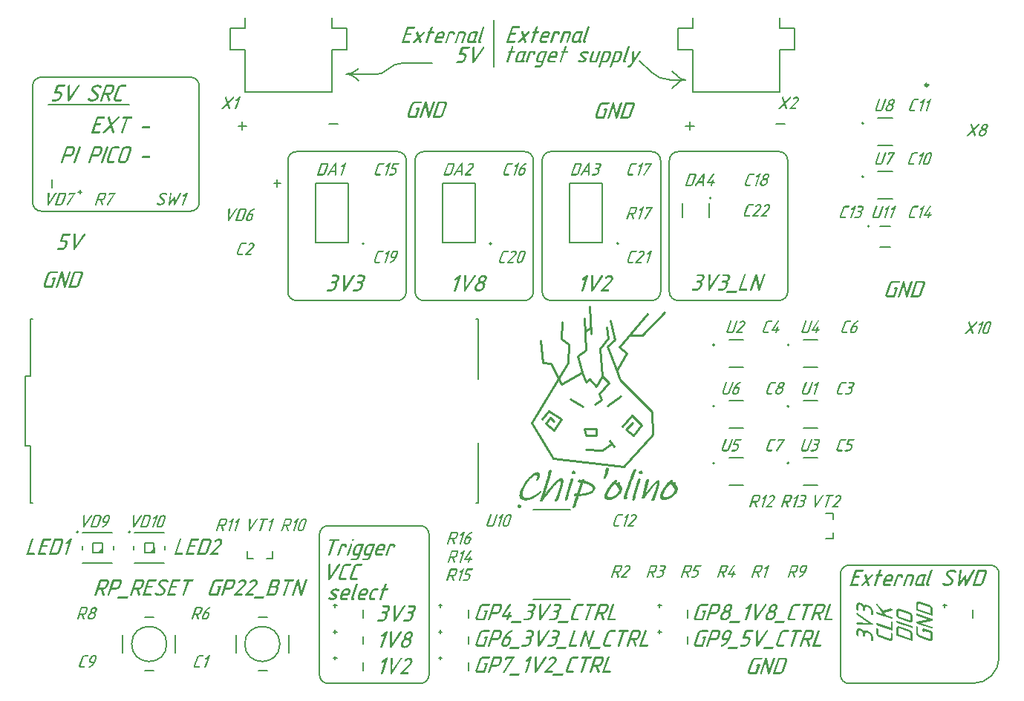
<source format=gto>
G04*
G04 #@! TF.GenerationSoftware,Altium Limited,Altium Designer,23.3.1 (30)*
G04*
G04 Layer_Color=65535*
%FSLAX44Y44*%
%MOMM*%
G71*
G04*
G04 #@! TF.SameCoordinates,CE036B66-C370-4B77-A0BB-D4AF881507E5*
G04*
G04*
G04 #@! TF.FilePolarity,Positive*
G04*
G01*
G75*
%ADD10C,0.2000*%
%ADD11C,0.3000*%
%ADD12C,0.1700*%
%ADD13C,0.2500*%
%ADD14C,0.1500*%
%ADD15C,0.1270*%
%ADD16C,0.1524*%
%ADD17C,0.2911*%
G36*
X93516Y153500D02*
X85984D01*
X93516Y161000D01*
Y153500D01*
D02*
G37*
G36*
X152516D02*
X144984D01*
X152516Y161000D01*
Y153500D01*
D02*
G37*
G36*
X612310Y749592D02*
X612535Y749573D01*
X612797Y749498D01*
X613097Y749404D01*
X613416Y749236D01*
X613697Y749029D01*
X613828Y748879D01*
X613941Y748730D01*
Y748711D01*
X613959Y748692D01*
X613997Y748636D01*
X614034Y748580D01*
X614109Y748392D01*
X614184Y748130D01*
X614241Y747811D01*
X614259Y747455D01*
Y747249D01*
X614222Y747024D01*
X614184Y746818D01*
X614109Y746574D01*
Y746555D01*
X614072Y746480D01*
X614034Y746386D01*
X613959Y746255D01*
X613884Y746124D01*
X613772Y745974D01*
X613641Y745843D01*
X613491Y745712D01*
X613472Y745693D01*
X613416Y745655D01*
X613322Y745599D01*
X613191Y745543D01*
X613041Y745487D01*
X612872Y745430D01*
X612685Y745393D01*
X612497Y745374D01*
X612422D01*
X612328Y745393D01*
X612235Y745412D01*
X612122Y745449D01*
X611991Y745505D01*
X611879Y745580D01*
X611766Y745674D01*
X611747Y745693D01*
X611729Y745730D01*
X611691Y745805D01*
X611654Y745899D01*
X611635Y746030D01*
Y746180D01*
X611654Y746368D01*
X611710Y746574D01*
X611729Y746611D01*
Y746705D01*
X611710Y746836D01*
X611691Y746911D01*
X611654Y746986D01*
Y747005D01*
X611635Y747024D01*
X611560Y747117D01*
X611447Y747193D01*
X611391Y747211D01*
X611298Y747230D01*
X608823D01*
X605468Y737408D01*
Y737389D01*
X605430Y737314D01*
X605393Y737220D01*
X605318Y737089D01*
X605243Y736939D01*
X605130Y736808D01*
X605018Y736658D01*
X604868Y736526D01*
X604849Y736508D01*
X604793Y736470D01*
X604680Y736433D01*
X604568Y736376D01*
X604418Y736301D01*
X604249Y736264D01*
X604062Y736227D01*
X603875Y736208D01*
X603800D01*
X603706Y736227D01*
X603593Y736245D01*
X603481Y736283D01*
X603350Y736339D01*
X603237Y736414D01*
X603125Y736508D01*
X603106Y736526D01*
X603087Y736564D01*
X603050Y736639D01*
X603012Y736733D01*
X602993Y736864D01*
Y737014D01*
X603012Y737201D01*
X603068Y737408D01*
X606818Y748430D01*
Y748448D01*
X606836Y748486D01*
X606855Y748542D01*
X606892Y748617D01*
X607005Y748804D01*
X607174Y749029D01*
X607399Y749236D01*
X607680Y749423D01*
X607830Y749498D01*
X608017Y749554D01*
X608223Y749592D01*
X608429Y749611D01*
X612216D01*
X612310Y749592D01*
D02*
G37*
G36*
X579093D02*
X579187Y749573D01*
X579300Y749517D01*
X579431Y749461D01*
X579562Y749367D01*
X579693Y749254D01*
X579712Y749236D01*
X579731Y749198D01*
X579768Y749105D01*
X579787Y749011D01*
X579824Y748879D01*
Y748748D01*
X579806Y748580D01*
X579768Y748411D01*
Y748392D01*
X579749Y748355D01*
X579712Y748298D01*
X579674Y748223D01*
X579618Y748111D01*
X579543Y747999D01*
X579450Y747867D01*
X579318Y747736D01*
X574407Y742900D01*
X576075Y738045D01*
X576113Y737689D01*
X576019Y737389D01*
Y737370D01*
X575982Y737314D01*
X575944Y737220D01*
X575869Y737107D01*
X575794Y736976D01*
X575663Y736845D01*
X575532Y736695D01*
X575363Y736545D01*
X575119Y736376D01*
X574801Y736264D01*
X574407Y736208D01*
X574313D01*
X574220Y736227D01*
X574088Y736264D01*
X573957Y736339D01*
X573826Y736414D01*
X573695Y736545D01*
X573582Y736714D01*
X572345Y740969D01*
X568259Y736733D01*
X568240Y736714D01*
X568165Y736658D01*
X568052Y736564D01*
X567902Y736470D01*
X567734Y736376D01*
X567528Y736283D01*
X567321Y736227D01*
X567078Y736208D01*
X567003D01*
X566928Y736227D01*
X566834Y736245D01*
X566721Y736283D01*
X566609Y736358D01*
X566478Y736433D01*
X566347Y736545D01*
X566328Y736564D01*
X566309Y736601D01*
X566272Y736676D01*
X566234Y736789D01*
X566215Y736920D01*
X566197Y737051D01*
X566215Y737220D01*
X566272Y737408D01*
Y737426D01*
X566290Y737464D01*
X566328Y737520D01*
X566365Y737595D01*
X566478Y737820D01*
X566572Y737932D01*
X566684Y738064D01*
X571614Y742900D01*
X569964Y747755D01*
X569908Y748111D01*
X570021Y748430D01*
Y748448D01*
X570058Y748505D01*
X570096Y748598D01*
X570152Y748711D01*
X570246Y748842D01*
X570339Y748973D01*
X570471Y749123D01*
X570639Y749254D01*
X570658Y749273D01*
X570733Y749311D01*
X570827Y749367D01*
X570958Y749442D01*
X571108Y749498D01*
X571277Y749554D01*
X571464Y749592D01*
X571670Y749611D01*
X571745D01*
X571839Y749592D01*
X571951Y749554D01*
X572083Y749479D01*
X572214Y749386D01*
X572326Y749254D01*
X572439Y749086D01*
X573676Y744868D01*
X577781Y749067D01*
X577800Y749086D01*
X577875Y749161D01*
X577987Y749236D01*
X578119Y749348D01*
X578306Y749442D01*
X578493Y749536D01*
X578718Y749592D01*
X578962Y749611D01*
X579018D01*
X579093Y749592D01*
D02*
G37*
G36*
X647251Y755103D02*
X647363Y755084D01*
X647476Y755047D01*
X647588Y754990D01*
X647701Y754915D01*
X647813Y754803D01*
X647832Y754784D01*
X647851Y754747D01*
X647888Y754672D01*
X647926Y754578D01*
X647963Y754466D01*
Y754316D01*
Y754147D01*
X647907Y753941D01*
X642902Y739245D01*
Y739226D01*
Y739207D01*
X642883Y739094D01*
Y738945D01*
X642940Y738776D01*
X642958Y738738D01*
X643033Y738682D01*
X643146Y738626D01*
X643314Y738588D01*
X643389D01*
X643483Y738570D01*
X643596Y738551D01*
X643708Y738495D01*
X643820Y738438D01*
X643933Y738345D01*
X644027Y738214D01*
X644045Y738195D01*
X644064Y738157D01*
X644083Y738082D01*
X644120Y737989D01*
X644139Y737857D01*
X644158Y737726D01*
X644139Y737576D01*
X644102Y737408D01*
Y737389D01*
X644083Y737333D01*
X644045Y737258D01*
X643989Y737145D01*
X643895Y737033D01*
X643802Y736901D01*
X643671Y736751D01*
X643521Y736601D01*
X643502Y736583D01*
X643446Y736545D01*
X643352Y736470D01*
X643239Y736414D01*
X643071Y736339D01*
X642902Y736264D01*
X642714Y736227D01*
X642490Y736208D01*
X642377D01*
X642283Y736227D01*
X642058Y736264D01*
X641796Y736320D01*
X641496Y736433D01*
X641177Y736583D01*
X640896Y736808D01*
X640765Y736958D01*
X640652Y737107D01*
Y737126D01*
X640634Y737145D01*
X640596Y737201D01*
X640578Y737276D01*
X640503Y737464D01*
X640428Y737707D01*
X640371Y738026D01*
X640353Y738382D01*
X640390Y738795D01*
X640428Y739020D01*
X640503Y739245D01*
X645508Y753941D01*
Y753960D01*
X645545Y754016D01*
X645583Y754109D01*
X645639Y754222D01*
X645732Y754353D01*
X645826Y754484D01*
X645957Y754634D01*
X646126Y754784D01*
X646145Y754803D01*
X646220Y754840D01*
X646314Y754897D01*
X646445Y754953D01*
X646595Y755009D01*
X646745Y755065D01*
X646932Y755103D01*
X647101Y755122D01*
X647176D01*
X647251Y755103D01*
D02*
G37*
G36*
X639884Y749592D02*
X640053Y749554D01*
X640240Y749461D01*
X640409Y749329D01*
X640484Y749236D01*
X640540Y749105D01*
X640559Y748973D01*
X640578Y748823D01*
X640540Y748636D01*
X640484Y748430D01*
X637691Y740182D01*
Y740163D01*
X637672Y740107D01*
X637653Y739994D01*
X637616Y739882D01*
Y739732D01*
X637597Y739563D01*
X637616Y739376D01*
X637653Y739188D01*
Y739169D01*
X637672Y739113D01*
X637710Y739038D01*
X637766Y738926D01*
X637841Y738813D01*
X637934Y738701D01*
X638047Y738588D01*
X638178Y738495D01*
X638216Y738476D01*
X638272Y738438D01*
X638384Y738363D01*
X638478Y738251D01*
X638572Y738101D01*
X638647Y737914D01*
Y737689D01*
X638628Y737557D01*
X638591Y737426D01*
Y737408D01*
X638553Y737333D01*
X638516Y737239D01*
X638441Y737126D01*
X638366Y736976D01*
X638234Y736826D01*
X638103Y736695D01*
X637934Y736545D01*
X637916Y736526D01*
X637859Y736489D01*
X637785Y736433D01*
X637653Y736376D01*
X637522Y736320D01*
X637353Y736264D01*
X637185Y736227D01*
X636978Y736208D01*
X636941D01*
X636828Y736227D01*
X636679Y736264D01*
X636510Y736320D01*
X636472Y736339D01*
X636379Y736395D01*
X636247Y736470D01*
X636079Y736583D01*
X635910Y736751D01*
X635741Y736939D01*
X635610Y737145D01*
X635516Y737408D01*
X635498Y737389D01*
X635441Y737333D01*
X635329Y737239D01*
X635198Y737126D01*
X635010Y736995D01*
X634767Y736864D01*
X634485Y736714D01*
X634148Y736564D01*
X634129D01*
X634110Y736545D01*
X634054Y736526D01*
X633998Y736508D01*
X633811Y736451D01*
X633586Y736395D01*
X633304Y736320D01*
X633004Y736264D01*
X632705Y736227D01*
X632386Y736208D01*
X630399D01*
X630286Y736227D01*
X630155Y736245D01*
X630005Y736264D01*
X629649Y736358D01*
X629255Y736489D01*
X629049Y736583D01*
X628862Y736676D01*
X628656Y736808D01*
X628487Y736958D01*
X628299Y737126D01*
X628149Y737333D01*
Y737351D01*
X628112Y737389D01*
X628074Y737445D01*
X628037Y737539D01*
X627981Y737651D01*
X627925Y737782D01*
X627868Y737932D01*
X627831Y738120D01*
X627775Y738307D01*
X627756Y738532D01*
X627737Y738757D01*
X627718Y739001D01*
X627737Y739282D01*
X627775Y739563D01*
X627831Y739863D01*
X627925Y740163D01*
X629799Y745674D01*
Y745693D01*
X629818Y745749D01*
X629855Y745824D01*
X629911Y745937D01*
X629968Y746087D01*
X630061Y746255D01*
X630155Y746424D01*
X630268Y746630D01*
X630399Y746836D01*
X630568Y747061D01*
X630736Y747286D01*
X630924Y747530D01*
X631130Y747755D01*
X631374Y747999D01*
X631617Y748223D01*
X631898Y748448D01*
X631917Y748467D01*
X631973Y748505D01*
X632048Y748561D01*
X632161Y748636D01*
X632311Y748711D01*
X632480Y748823D01*
X632667Y748917D01*
X632892Y749029D01*
X633117Y749142D01*
X633361Y749236D01*
X633904Y749423D01*
X634204Y749498D01*
X634485Y749554D01*
X634804Y749592D01*
X635104Y749611D01*
X639809D01*
X639884Y749592D01*
D02*
G37*
G36*
X624325D02*
X624457Y749573D01*
X624607Y749554D01*
X624963Y749461D01*
X625356Y749329D01*
X625544Y749236D01*
X625750Y749123D01*
X625938Y748992D01*
X626125Y748823D01*
X626294Y748655D01*
X626444Y748448D01*
Y748430D01*
X626481Y748392D01*
X626519Y748336D01*
X626556Y748242D01*
X626612Y748130D01*
X626669Y747999D01*
X626725Y747849D01*
X626762Y747680D01*
X626819Y747474D01*
X626837Y747267D01*
X626875Y747042D01*
Y746799D01*
X626856Y746536D01*
X626819Y746255D01*
X626762Y745974D01*
X626669Y745674D01*
X623857Y737408D01*
Y737389D01*
X623819Y737314D01*
X623782Y737220D01*
X623707Y737089D01*
X623632Y736939D01*
X623519Y736808D01*
X623407Y736658D01*
X623257Y736526D01*
X623238Y736508D01*
X623182Y736470D01*
X623069Y736433D01*
X622957Y736376D01*
X622807Y736301D01*
X622638Y736264D01*
X622451Y736227D01*
X622263Y736208D01*
X622188D01*
X622095Y736227D01*
X621982Y736245D01*
X621870Y736283D01*
X621739Y736339D01*
X621626Y736414D01*
X621514Y736508D01*
X621495Y736526D01*
X621476Y736564D01*
X621439Y736639D01*
X621401Y736733D01*
X621382Y736864D01*
Y737014D01*
X621401Y737201D01*
X621457Y737408D01*
X624269Y745674D01*
X624288Y745712D01*
X624307Y745787D01*
X624325Y745899D01*
X624344Y746068D01*
X624363Y746236D01*
X624344Y746424D01*
X624288Y746611D01*
X624213Y746780D01*
X624194Y746799D01*
X624157Y746855D01*
X624082Y746930D01*
X623988Y747005D01*
X623857Y747080D01*
X623688Y747155D01*
X623501Y747211D01*
X623257Y747230D01*
X619864D01*
X616509Y737408D01*
Y737389D01*
X616471Y737314D01*
X616434Y737220D01*
X616359Y737089D01*
X616284Y736939D01*
X616171Y736808D01*
X616059Y736658D01*
X615909Y736526D01*
X615890Y736508D01*
X615834Y736470D01*
X615721Y736433D01*
X615609Y736376D01*
X615459Y736301D01*
X615290Y736264D01*
X615103Y736227D01*
X614915Y736208D01*
X614840D01*
X614747Y736227D01*
X614634Y736245D01*
X614522Y736283D01*
X614390Y736339D01*
X614278Y736414D01*
X614166Y736508D01*
X614147Y736526D01*
X614128Y736564D01*
X614091Y736639D01*
X614053Y736733D01*
X614034Y736864D01*
Y737014D01*
X614053Y737201D01*
X614109Y737408D01*
X617858Y748430D01*
Y748448D01*
X617877Y748486D01*
X617896Y748542D01*
X617933Y748617D01*
X618046Y748804D01*
X618214Y749029D01*
X618439Y749236D01*
X618721Y749423D01*
X618871Y749498D01*
X619058Y749554D01*
X619264Y749592D01*
X619470Y749611D01*
X624213D01*
X624325Y749592D01*
D02*
G37*
G36*
X600407D02*
X600538Y749573D01*
X600688Y749554D01*
X601044Y749461D01*
X601438Y749329D01*
X601625Y749236D01*
X601831Y749123D01*
X602019Y748992D01*
X602206Y748823D01*
X602375Y748655D01*
X602525Y748448D01*
Y748430D01*
X602562Y748392D01*
X602600Y748336D01*
X602637Y748242D01*
X602693Y748130D01*
X602750Y747999D01*
X602806Y747849D01*
X602844Y747680D01*
X602900Y747474D01*
X602919Y747267D01*
X602956Y747042D01*
Y746799D01*
X602937Y746536D01*
X602900Y746255D01*
X602844Y745974D01*
X602750Y745674D01*
X601813Y742919D01*
Y742900D01*
X601794Y742862D01*
X601775Y742806D01*
X601738Y742731D01*
X601625Y742544D01*
X601475Y742319D01*
X601250Y742094D01*
X600969Y741906D01*
X600819Y741831D01*
X600631Y741775D01*
X600444Y741738D01*
X600219Y741719D01*
X594071D01*
X593527Y740163D01*
Y740126D01*
X593490Y740051D01*
X593471Y739919D01*
X593452Y739769D01*
X593433Y739582D01*
X593452Y739395D01*
X593508Y739207D01*
X593583Y739038D01*
X593621Y739001D01*
X593696Y738907D01*
X593827Y738795D01*
X593996Y738682D01*
X594015D01*
X594033Y738663D01*
X594090Y738645D01*
X594164D01*
X594352Y738607D01*
X594558Y738588D01*
X599226D01*
X599319Y738570D01*
X599432Y738551D01*
X599544Y738495D01*
X599675Y738438D01*
X599788Y738345D01*
X599882Y738214D01*
X599901Y738195D01*
X599919Y738157D01*
X599938Y738082D01*
X599976Y737989D01*
X599994Y737857D01*
Y737726D01*
X599976Y737576D01*
X599938Y737408D01*
Y737389D01*
X599919Y737333D01*
X599882Y737258D01*
X599826Y737145D01*
X599732Y737033D01*
X599638Y736901D01*
X599507Y736751D01*
X599357Y736601D01*
X599338Y736583D01*
X599282Y736545D01*
X599188Y736470D01*
X599076Y736414D01*
X598926Y736339D01*
X598757Y736264D01*
X598551Y736227D01*
X598345Y736208D01*
X593602D01*
X593490Y736227D01*
X593358Y736245D01*
X593190Y736264D01*
X592834Y736358D01*
X592440Y736489D01*
X592252Y736583D01*
X592046Y736695D01*
X591859Y736826D01*
X591671Y736976D01*
X591484Y737145D01*
X591334Y737351D01*
Y737370D01*
X591296Y737408D01*
X591259Y737464D01*
X591221Y737557D01*
X591165Y737670D01*
X591128Y737801D01*
X591072Y737951D01*
X591015Y738139D01*
X590978Y738326D01*
X590940Y738532D01*
X590922Y738776D01*
Y739020D01*
X590940Y739282D01*
X590978Y739563D01*
X591034Y739863D01*
X591128Y740163D01*
X593002Y745674D01*
Y745693D01*
X593021Y745749D01*
X593059Y745824D01*
X593115Y745937D01*
X593171Y746068D01*
X593265Y746236D01*
X593358Y746405D01*
X593471Y746611D01*
X593602Y746818D01*
X593752Y747042D01*
X593921Y747267D01*
X594108Y747492D01*
X594314Y747736D01*
X594558Y747980D01*
X594802Y748205D01*
X595083Y748430D01*
X595102Y748448D01*
X595158Y748486D01*
X595233Y748542D01*
X595345Y748617D01*
X595495Y748711D01*
X595664Y748804D01*
X595852Y748917D01*
X596077Y749029D01*
X596301Y749123D01*
X596545Y749236D01*
X597107Y749423D01*
X597389Y749498D01*
X597688Y749554D01*
X597989Y749592D01*
X598307Y749611D01*
X600294D01*
X600407Y749592D01*
D02*
G37*
G36*
X588372Y755103D02*
X588485Y755084D01*
X588597Y755047D01*
X588710Y754990D01*
X588822Y754915D01*
X588935Y754803D01*
X588953Y754784D01*
X588972Y754747D01*
X589010Y754672D01*
X589047Y754578D01*
X589085Y754466D01*
Y754316D01*
Y754147D01*
X589028Y753941D01*
X587547Y749611D01*
X590097D01*
X590191Y749592D01*
X590303Y749573D01*
X590415Y749517D01*
X590528Y749461D01*
X590640Y749367D01*
X590734Y749236D01*
X590753Y749217D01*
X590772Y749180D01*
X590790Y749105D01*
X590828Y749011D01*
X590846Y748879D01*
X590865Y748748D01*
X590846Y748598D01*
X590809Y748430D01*
Y748411D01*
X590790Y748355D01*
X590753Y748280D01*
X590697Y748167D01*
X590603Y748055D01*
X590509Y747924D01*
X590378Y747774D01*
X590228Y747624D01*
X590209Y747605D01*
X590153Y747567D01*
X590059Y747492D01*
X589947Y747436D01*
X589797Y747361D01*
X589628Y747286D01*
X589422Y747249D01*
X589216Y747230D01*
X586741D01*
X583386Y737408D01*
Y737389D01*
X583349Y737314D01*
X583311Y737220D01*
X583236Y737089D01*
X583161Y736939D01*
X583049Y736808D01*
X582936Y736658D01*
X582786Y736526D01*
X582767Y736508D01*
X582711Y736470D01*
X582599Y736433D01*
X582486Y736376D01*
X582336Y736301D01*
X582168Y736264D01*
X581980Y736227D01*
X581793Y736208D01*
X581718D01*
X581624Y736227D01*
X581511Y736245D01*
X581399Y736283D01*
X581268Y736339D01*
X581155Y736414D01*
X581043Y736508D01*
X581024Y736526D01*
X581005Y736564D01*
X580968Y736639D01*
X580930Y736733D01*
X580912Y736864D01*
Y737014D01*
X580930Y737201D01*
X580987Y737408D01*
X584342Y747230D01*
X583611D01*
X583517Y747249D01*
X583405Y747267D01*
X583274Y747305D01*
X583161Y747361D01*
X583030Y747436D01*
X582936Y747549D01*
Y747567D01*
X582917Y747624D01*
X582880Y747699D01*
X582861Y747792D01*
X582842Y747924D01*
Y748074D01*
X582861Y748242D01*
X582899Y748430D01*
Y748448D01*
X582936Y748505D01*
X582974Y748580D01*
X583030Y748692D01*
X583105Y748804D01*
X583199Y748936D01*
X583330Y749067D01*
X583480Y749217D01*
X583498Y749236D01*
X583555Y749273D01*
X583648Y749348D01*
X583780Y749423D01*
X583930Y749479D01*
X584098Y749554D01*
X584305Y749592D01*
X584511Y749611D01*
X585148D01*
X586629Y753941D01*
Y753960D01*
X586666Y754016D01*
X586704Y754109D01*
X586760Y754222D01*
X586854Y754353D01*
X586948Y754484D01*
X587079Y754634D01*
X587248Y754784D01*
X587266Y754803D01*
X587341Y754840D01*
X587435Y754897D01*
X587566Y754953D01*
X587716Y755009D01*
X587866Y755065D01*
X588054Y755103D01*
X588222Y755122D01*
X588297D01*
X588372Y755103D01*
D02*
G37*
G36*
X568146D02*
X568259Y755084D01*
X568371Y755028D01*
X568502Y754972D01*
X568615Y754878D01*
X568708Y754747D01*
X568727Y754728D01*
X568746Y754690D01*
X568765Y754616D01*
X568802Y754522D01*
X568821Y754391D01*
X568840Y754259D01*
X568821Y754109D01*
X568783Y753941D01*
Y753922D01*
X568746Y753866D01*
X568708Y753791D01*
X568652Y753678D01*
X568577Y753547D01*
X568484Y753416D01*
X568352Y753266D01*
X568202Y753116D01*
X568184Y753097D01*
X568127Y753060D01*
X568034Y753003D01*
X567921Y752928D01*
X567752Y752853D01*
X567584Y752797D01*
X567396Y752760D01*
X567171Y752741D01*
X561023D01*
X559336Y747774D01*
X563722D01*
X563816Y747755D01*
X563928Y747736D01*
X564041Y747680D01*
X564172Y747624D01*
X564285Y747530D01*
X564378Y747399D01*
X564397Y747380D01*
X564416Y747342D01*
X564435Y747267D01*
X564472Y747174D01*
X564491Y747042D01*
X564510Y746911D01*
X564491Y746761D01*
X564453Y746593D01*
Y746574D01*
X564416Y746518D01*
X564378Y746443D01*
X564322Y746330D01*
X564247Y746199D01*
X564153Y746068D01*
X564022Y745918D01*
X563872Y745768D01*
X563853Y745749D01*
X563797Y745712D01*
X563703Y745655D01*
X563591Y745580D01*
X563422Y745505D01*
X563254Y745449D01*
X563066Y745412D01*
X562841Y745393D01*
X558511D01*
X556205Y738588D01*
X562429D01*
X562523Y738570D01*
X562635Y738551D01*
X562747Y738495D01*
X562879Y738438D01*
X562991Y738345D01*
X563085Y738214D01*
X563104Y738195D01*
X563122Y738157D01*
X563141Y738082D01*
X563179Y737989D01*
X563197Y737857D01*
X563216Y737726D01*
X563197Y737576D01*
X563160Y737408D01*
Y737389D01*
X563122Y737333D01*
X563085Y737258D01*
X563029Y737145D01*
X562954Y737014D01*
X562860Y736883D01*
X562729Y736733D01*
X562579Y736583D01*
X562560Y736564D01*
X562504Y736526D01*
X562410Y736470D01*
X562298Y736395D01*
X562129Y736320D01*
X561960Y736264D01*
X561773Y736227D01*
X561548Y736208D01*
X554068D01*
X554012Y736227D01*
X553825Y736264D01*
X553637Y736358D01*
X553469Y736489D01*
X553394Y736583D01*
X553337Y736695D01*
X553319Y736826D01*
X553300Y736976D01*
X553319Y737145D01*
X553375Y737351D01*
X559036Y753941D01*
Y753960D01*
X559055Y753997D01*
X559073Y754053D01*
X559111Y754128D01*
X559223Y754316D01*
X559392Y754541D01*
X559598Y754747D01*
X559879Y754934D01*
X560029Y755009D01*
X560217Y755065D01*
X560423Y755103D01*
X560629Y755122D01*
X568052D01*
X568146Y755103D01*
D02*
G37*
G36*
X643633Y726858D02*
X643970Y726839D01*
X644289Y726783D01*
X644589Y726727D01*
X644833Y726670D01*
X645039Y726633D01*
X645114Y726614D01*
X645170Y726595D01*
X645189Y726577D01*
X645208D01*
X645583Y726464D01*
X645920Y726333D01*
X646220Y726220D01*
X646482Y726108D01*
X646689Y726014D01*
X646857Y725939D01*
X646951Y725883D01*
X646988Y725864D01*
X647138Y725695D01*
X647251Y725508D01*
X647307Y725339D01*
X647326Y725171D01*
Y725021D01*
X647307Y724908D01*
X647288Y724833D01*
Y724815D01*
X647213Y724627D01*
X647120Y724458D01*
X647007Y724327D01*
X646895Y724196D01*
X646782Y724083D01*
X646689Y724008D01*
X646632Y723971D01*
X646613Y723952D01*
X646426Y723840D01*
X646257Y723746D01*
X646089Y723690D01*
X645939Y723633D01*
X645826Y723615D01*
X645732Y723596D01*
X645658D01*
X645226Y723708D01*
X644720Y723971D01*
X644214Y724158D01*
X643745Y724308D01*
X643333Y724402D01*
X643146Y724439D01*
X642977Y724458D01*
X642827Y724477D01*
X642696D01*
X642583Y724496D01*
X642452D01*
X641927Y724477D01*
X641440Y724402D01*
X640990Y724290D01*
X640615Y724177D01*
X640446Y724102D01*
X640296Y724046D01*
X640165Y723990D01*
X640053Y723952D01*
X639959Y723896D01*
X639903Y723877D01*
X639865Y723840D01*
X639846D01*
X639715Y723727D01*
X639622Y723633D01*
X639584Y723559D01*
X639565Y723521D01*
X639547Y723446D01*
Y723371D01*
X639584Y723277D01*
X639640Y723202D01*
X639659Y723184D01*
X644158Y719360D01*
X644308Y719172D01*
X644439Y718966D01*
X644514Y718779D01*
X644589Y718591D01*
X644645Y718441D01*
X644664Y718329D01*
X644683Y718254D01*
Y718216D01*
X644702Y717972D01*
Y717747D01*
Y717541D01*
X644664Y717354D01*
X644645Y717204D01*
X644626Y717091D01*
X644589Y716998D01*
Y716979D01*
X644477Y716717D01*
X644364Y716473D01*
X644233Y716248D01*
X644102Y716042D01*
X643970Y715854D01*
X643877Y715723D01*
X643802Y715648D01*
X643783Y715611D01*
X643577Y715386D01*
X643371Y715179D01*
X643164Y715011D01*
X642977Y714861D01*
X642808Y714767D01*
X642677Y714673D01*
X642602Y714636D01*
X642565Y714617D01*
X642190Y714430D01*
X641815Y714261D01*
X641440Y714111D01*
X641065Y713980D01*
X640709Y713867D01*
X640371Y713773D01*
X640034Y713717D01*
X639734Y713642D01*
X639453Y713605D01*
X639190Y713567D01*
X638984Y713549D01*
X638778Y713530D01*
X638628Y713511D01*
X638422D01*
X638047Y713530D01*
X637672Y713549D01*
X636997Y713680D01*
X636679Y713755D01*
X636379Y713848D01*
X636097Y713942D01*
X635854Y714036D01*
X635629Y714130D01*
X635423Y714223D01*
X635235Y714317D01*
X635104Y714392D01*
X634973Y714467D01*
X634898Y714523D01*
X634841Y714542D01*
X634823Y714561D01*
X634673Y714711D01*
X634579Y714880D01*
X634523Y715067D01*
X634504Y715236D01*
X634523Y715386D01*
X634542Y715498D01*
X634560Y715573D01*
Y715611D01*
X634748Y715985D01*
X634954Y716248D01*
X635179Y716454D01*
X635366Y716585D01*
X635554Y716679D01*
X635723Y716735D01*
X635872Y716792D01*
X635985Y716810D01*
X636097Y716829D01*
X636172D01*
X636454Y716773D01*
X636697Y716679D01*
X637128Y716417D01*
X637560Y716229D01*
X637991Y716079D01*
X638384Y715985D01*
X638722Y715929D01*
X638872Y715910D01*
X638984D01*
X639097Y715892D01*
X639228D01*
X639697Y715910D01*
X640165Y715985D01*
X640596Y716098D01*
X640971Y716210D01*
X641290Y716323D01*
X641421Y716379D01*
X641552Y716435D01*
X641627Y716473D01*
X641702Y716510D01*
X641740Y716529D01*
X641758D01*
X641890Y716604D01*
X641983Y716679D01*
X642058Y716754D01*
X642115Y716829D01*
X642190Y716942D01*
X642208Y716960D01*
Y716979D01*
X642227Y717073D01*
X642246Y717166D01*
X642227Y717279D01*
X642190Y717354D01*
X642171Y717373D01*
X637597Y721234D01*
X637447Y721384D01*
X637335Y721553D01*
X637241Y721703D01*
X637185Y721871D01*
X637147Y722003D01*
X637128Y722115D01*
X637110Y722190D01*
Y722209D01*
X637072Y722453D01*
Y722659D01*
Y722734D01*
Y722790D01*
Y722809D01*
Y722828D01*
X637110Y723052D01*
X637185Y723277D01*
X637203Y723371D01*
X637241Y723446D01*
X637260Y723502D01*
Y723521D01*
X637353Y723765D01*
X637466Y723990D01*
X637578Y724196D01*
X637691Y724383D01*
X637803Y724552D01*
X637897Y724665D01*
X637953Y724758D01*
X637972Y724777D01*
X638216Y725039D01*
X638422Y725246D01*
X638628Y725414D01*
X638797Y725564D01*
X638947Y725658D01*
X639059Y725733D01*
X639134Y725770D01*
X639153Y725789D01*
X639528Y725977D01*
X639884Y726145D01*
X640259Y726295D01*
X640615Y726426D01*
X640971Y726520D01*
X641309Y726614D01*
X641646Y726689D01*
X641946Y726745D01*
X642227Y726783D01*
X642490Y726820D01*
X642714Y726839D01*
X642902Y726858D01*
X643071Y726876D01*
X643277D01*
X643633Y726858D01*
D02*
G37*
G36*
X584511Y726895D02*
X584736Y726876D01*
X584998Y726801D01*
X585298Y726708D01*
X585617Y726539D01*
X585898Y726333D01*
X586029Y726183D01*
X586142Y726033D01*
Y726014D01*
X586160Y725995D01*
X586198Y725939D01*
X586235Y725883D01*
X586310Y725695D01*
X586385Y725433D01*
X586441Y725114D01*
X586460Y724758D01*
Y724552D01*
X586423Y724327D01*
X586385Y724121D01*
X586310Y723877D01*
Y723858D01*
X586273Y723783D01*
X586235Y723690D01*
X586160Y723559D01*
X586085Y723427D01*
X585973Y723277D01*
X585842Y723146D01*
X585692Y723015D01*
X585673Y722996D01*
X585617Y722959D01*
X585523Y722902D01*
X585392Y722846D01*
X585242Y722790D01*
X585073Y722734D01*
X584886Y722696D01*
X584698Y722678D01*
X584623D01*
X584529Y722696D01*
X584436Y722715D01*
X584323Y722753D01*
X584192Y722809D01*
X584080Y722884D01*
X583967Y722977D01*
X583948Y722996D01*
X583930Y723034D01*
X583892Y723109D01*
X583855Y723202D01*
X583836Y723334D01*
Y723484D01*
X583855Y723671D01*
X583911Y723877D01*
X583930Y723915D01*
Y724008D01*
X583911Y724140D01*
X583892Y724215D01*
X583855Y724290D01*
Y724308D01*
X583836Y724327D01*
X583761Y724421D01*
X583648Y724496D01*
X583592Y724514D01*
X583498Y724533D01*
X581024D01*
X577669Y714711D01*
Y714692D01*
X577631Y714617D01*
X577594Y714523D01*
X577519Y714392D01*
X577444Y714242D01*
X577331Y714111D01*
X577219Y713961D01*
X577069Y713830D01*
X577050Y713811D01*
X576994Y713773D01*
X576881Y713736D01*
X576769Y713680D01*
X576619Y713605D01*
X576450Y713567D01*
X576263Y713530D01*
X576075Y713511D01*
X576000D01*
X575907Y713530D01*
X575794Y713549D01*
X575682Y713586D01*
X575550Y713642D01*
X575438Y713717D01*
X575326Y713811D01*
X575307Y713830D01*
X575288Y713867D01*
X575251Y713942D01*
X575213Y714036D01*
X575194Y714167D01*
Y714317D01*
X575213Y714505D01*
X575269Y714711D01*
X579018Y725733D01*
Y725752D01*
X579037Y725789D01*
X579056Y725845D01*
X579093Y725920D01*
X579206Y726108D01*
X579375Y726333D01*
X579599Y726539D01*
X579881Y726727D01*
X580031Y726801D01*
X580218Y726858D01*
X580424Y726895D01*
X580630Y726914D01*
X584417D01*
X584511Y726895D01*
D02*
G37*
G36*
X705717D02*
X705830Y726876D01*
X705942Y726839D01*
X706073Y726764D01*
X706205Y726689D01*
X706298Y726577D01*
X706317Y726558D01*
X706336Y726520D01*
X706373Y726445D01*
X706392Y726352D01*
X706411Y726239D01*
X706429Y726089D01*
X706411Y725920D01*
X706355Y725733D01*
X706167Y725358D01*
X696213Y710137D01*
Y710118D01*
X696195Y710099D01*
X696120Y709987D01*
X695988Y709818D01*
X695820Y709612D01*
X695613Y709387D01*
X695351Y709125D01*
X695051Y708881D01*
X694695Y708637D01*
X694676D01*
X694658Y708619D01*
X694601Y708581D01*
X694526Y708544D01*
X694320Y708431D01*
X694076Y708319D01*
X693776Y708206D01*
X693439Y708094D01*
X693064Y708019D01*
X692689Y708000D01*
X691696D01*
X691621Y708019D01*
X691508Y708037D01*
X691377Y708094D01*
X691265Y708150D01*
X691133Y708244D01*
X691002Y708356D01*
Y708375D01*
X690983Y708431D01*
X690946Y708506D01*
X690927Y708600D01*
X690908Y708731D01*
Y708862D01*
X690927Y709031D01*
X690965Y709200D01*
Y709218D01*
X691002Y709275D01*
X691040Y709368D01*
X691096Y709481D01*
X691190Y709612D01*
X691283Y709743D01*
X691396Y709893D01*
X691546Y710024D01*
X691564Y710043D01*
X691621Y710081D01*
X691714Y710137D01*
X691846Y710212D01*
X691996Y710268D01*
X692164Y710324D01*
X692352Y710362D01*
X692577Y710381D01*
X693514D01*
X693570Y710399D01*
X693683Y710437D01*
X693776Y710493D01*
X693795D01*
X693814Y710512D01*
X693908Y710568D01*
X694020Y710681D01*
X694133Y710812D01*
X696157Y713867D01*
X696513Y725377D01*
X696588Y725695D01*
Y725714D01*
X696626Y725789D01*
X696663Y725883D01*
X696738Y725995D01*
X696813Y726127D01*
X696926Y726277D01*
X697057Y726426D01*
X697226Y726558D01*
X697244Y726577D01*
X697319Y726614D01*
X697413Y726670D01*
X697544Y726745D01*
X697694Y726801D01*
X697863Y726858D01*
X698032Y726895D01*
X698219Y726914D01*
X698257D01*
X698350Y726895D01*
X698482Y726876D01*
X698631Y726801D01*
X698781Y726708D01*
X698913Y726539D01*
X699025Y726333D01*
X699044Y726183D01*
X699063Y726033D01*
X698557Y717279D01*
X704068Y725939D01*
Y725958D01*
X704105Y725977D01*
X704180Y726089D01*
X704311Y726239D01*
X704480Y726426D01*
X704705Y726614D01*
X704949Y726764D01*
X705230Y726876D01*
X705380Y726895D01*
X705530Y726914D01*
X705623D01*
X705717Y726895D01*
D02*
G37*
G36*
X659885D02*
X659998Y726876D01*
X660110Y726839D01*
X660222Y726783D01*
X660335Y726708D01*
X660447Y726595D01*
X660466Y726577D01*
X660485Y726539D01*
X660523Y726464D01*
X660560Y726370D01*
X660597Y726258D01*
Y726108D01*
X660579Y725939D01*
X660523Y725733D01*
X656773Y714711D01*
Y714692D01*
X656755Y714655D01*
X656736Y714598D01*
X656698Y714523D01*
X656586Y714336D01*
X656436Y714111D01*
X656211Y713886D01*
X655930Y713699D01*
X655780Y713624D01*
X655592Y713567D01*
X655405Y713530D01*
X655180Y713511D01*
X650437D01*
X650325Y713530D01*
X650194Y713549D01*
X650044Y713567D01*
X649688Y713661D01*
X649294Y713792D01*
X649088Y713886D01*
X648900Y713980D01*
X648694Y714111D01*
X648525Y714261D01*
X648338Y714430D01*
X648188Y714636D01*
Y714655D01*
X648151Y714692D01*
X648113Y714748D01*
X648076Y714842D01*
X648019Y714955D01*
X647963Y715086D01*
X647907Y715236D01*
X647869Y715423D01*
X647813Y715611D01*
X647794Y715835D01*
X647776Y716060D01*
X647757Y716304D01*
X647776Y716585D01*
X647813Y716867D01*
X647869Y717166D01*
X647963Y717466D01*
X650775Y725733D01*
Y725752D01*
X650812Y725808D01*
X650850Y725902D01*
X650925Y726014D01*
X651000Y726145D01*
X651112Y726277D01*
X651244Y726426D01*
X651412Y726577D01*
X651431Y726595D01*
X651506Y726633D01*
X651600Y726689D01*
X651731Y726745D01*
X651881Y726801D01*
X652031Y726858D01*
X652218Y726895D01*
X652387Y726914D01*
X652462D01*
X652537Y726895D01*
X652650Y726876D01*
X652762Y726839D01*
X652874Y726783D01*
X652987Y726708D01*
X653099Y726595D01*
X653118Y726577D01*
X653137Y726539D01*
X653174Y726464D01*
X653212Y726370D01*
X653249Y726258D01*
Y726108D01*
X653231Y725939D01*
X653174Y725733D01*
X650363Y717466D01*
Y717429D01*
X650325Y717354D01*
X650306Y717223D01*
X650288Y717073D01*
X650269Y716885D01*
X650288Y716698D01*
X650344Y716510D01*
X650419Y716342D01*
X650456Y716304D01*
X650531Y716210D01*
X650663Y716098D01*
X650831Y715985D01*
X650850D01*
X650869Y715967D01*
X650925Y715948D01*
X651000D01*
X651187Y715910D01*
X651394Y715892D01*
X654786D01*
X658123Y725733D01*
Y725752D01*
X658161Y725808D01*
X658198Y725902D01*
X658273Y726014D01*
X658348Y726145D01*
X658460Y726277D01*
X658592Y726426D01*
X658760Y726577D01*
X658779Y726595D01*
X658854Y726633D01*
X658948Y726689D01*
X659079Y726745D01*
X659229Y726801D01*
X659379Y726858D01*
X659566Y726895D01*
X659735Y726914D01*
X659810D01*
X659885Y726895D01*
D02*
G37*
G36*
X693045Y732406D02*
X693158Y732387D01*
X693270Y732350D01*
X693383Y732294D01*
X693495Y732219D01*
X693608Y732106D01*
X693626Y732088D01*
X693645Y732050D01*
X693683Y731975D01*
X693720Y731881D01*
X693758Y731769D01*
Y731619D01*
Y731450D01*
X693701Y731244D01*
X688697Y716548D01*
Y716529D01*
Y716510D01*
X688678Y716398D01*
Y716248D01*
X688734Y716079D01*
X688753Y716042D01*
X688828Y715985D01*
X688940Y715929D01*
X689109Y715892D01*
X689184D01*
X689278Y715873D01*
X689390Y715854D01*
X689502Y715798D01*
X689615Y715742D01*
X689727Y715648D01*
X689821Y715517D01*
X689840Y715498D01*
X689859Y715461D01*
X689877Y715386D01*
X689915Y715292D01*
X689934Y715161D01*
X689952Y715030D01*
X689934Y714880D01*
X689896Y714711D01*
Y714692D01*
X689877Y714636D01*
X689840Y714561D01*
X689784Y714448D01*
X689690Y714336D01*
X689596Y714205D01*
X689465Y714055D01*
X689315Y713905D01*
X689296Y713886D01*
X689240Y713848D01*
X689146Y713773D01*
X689034Y713717D01*
X688865Y713642D01*
X688697Y713567D01*
X688509Y713530D01*
X688284Y713511D01*
X688172D01*
X688078Y713530D01*
X687853Y713567D01*
X687590Y713624D01*
X687291Y713736D01*
X686972Y713886D01*
X686691Y714111D01*
X686560Y714261D01*
X686447Y714411D01*
Y714430D01*
X686428Y714448D01*
X686391Y714505D01*
X686372Y714580D01*
X686297Y714767D01*
X686222Y715011D01*
X686166Y715329D01*
X686147Y715686D01*
X686185Y716098D01*
X686222Y716323D01*
X686297Y716548D01*
X691302Y731244D01*
Y731263D01*
X691340Y731319D01*
X691377Y731413D01*
X691433Y731525D01*
X691527Y731656D01*
X691621Y731788D01*
X691752Y731938D01*
X691921Y732088D01*
X691939Y732106D01*
X692014Y732144D01*
X692108Y732200D01*
X692239Y732256D01*
X692389Y732312D01*
X692539Y732369D01*
X692727Y732406D01*
X692895Y732425D01*
X692970D01*
X693045Y732406D01*
D02*
G37*
G36*
X621289D02*
X621401Y732387D01*
X621514Y732350D01*
X621626Y732294D01*
X621739Y732219D01*
X621851Y732106D01*
X621870Y732088D01*
X621889Y732050D01*
X621926Y731975D01*
X621964Y731881D01*
X622001Y731769D01*
Y731619D01*
Y731450D01*
X621945Y731244D01*
X620464Y726914D01*
X623013D01*
X623107Y726895D01*
X623219Y726876D01*
X623332Y726820D01*
X623444Y726764D01*
X623557Y726670D01*
X623651Y726539D01*
X623669Y726520D01*
X623688Y726483D01*
X623707Y726408D01*
X623744Y726314D01*
X623763Y726183D01*
X623782Y726052D01*
X623763Y725902D01*
X623726Y725733D01*
Y725714D01*
X623707Y725658D01*
X623669Y725583D01*
X623613Y725471D01*
X623519Y725358D01*
X623426Y725227D01*
X623294Y725077D01*
X623144Y724927D01*
X623126Y724908D01*
X623069Y724871D01*
X622976Y724796D01*
X622863Y724740D01*
X622713Y724665D01*
X622545Y724589D01*
X622338Y724552D01*
X622132Y724533D01*
X619658D01*
X616302Y714711D01*
Y714692D01*
X616265Y714617D01*
X616227Y714523D01*
X616153Y714392D01*
X616078Y714242D01*
X615965Y714111D01*
X615853Y713961D01*
X615703Y713830D01*
X615684Y713811D01*
X615628Y713773D01*
X615515Y713736D01*
X615403Y713680D01*
X615253Y713605D01*
X615084Y713567D01*
X614897Y713530D01*
X614709Y713511D01*
X614634D01*
X614540Y713530D01*
X614428Y713549D01*
X614315Y713586D01*
X614184Y713642D01*
X614072Y713717D01*
X613959Y713811D01*
X613941Y713830D01*
X613922Y713867D01*
X613884Y713942D01*
X613847Y714036D01*
X613828Y714167D01*
Y714317D01*
X613847Y714505D01*
X613903Y714711D01*
X617258Y724533D01*
X616527D01*
X616434Y724552D01*
X616321Y724571D01*
X616190Y724608D01*
X616078Y724665D01*
X615946Y724740D01*
X615853Y724852D01*
Y724871D01*
X615834Y724927D01*
X615796Y725002D01*
X615778Y725096D01*
X615759Y725227D01*
Y725377D01*
X615778Y725546D01*
X615815Y725733D01*
Y725752D01*
X615853Y725808D01*
X615890Y725883D01*
X615946Y725995D01*
X616021Y726108D01*
X616115Y726239D01*
X616246Y726370D01*
X616396Y726520D01*
X616415Y726539D01*
X616471Y726577D01*
X616565Y726652D01*
X616696Y726727D01*
X616846Y726783D01*
X617015Y726858D01*
X617221Y726895D01*
X617427Y726914D01*
X618065D01*
X619545Y731244D01*
Y731263D01*
X619583Y731319D01*
X619620Y731413D01*
X619677Y731525D01*
X619770Y731656D01*
X619864Y731788D01*
X619995Y731938D01*
X620164Y732088D01*
X620183Y732106D01*
X620258Y732144D01*
X620351Y732200D01*
X620483Y732256D01*
X620633Y732312D01*
X620783Y732369D01*
X620970Y732406D01*
X621139Y732425D01*
X621214D01*
X621289Y732406D01*
D02*
G37*
G36*
X609404Y726895D02*
X609535Y726876D01*
X609686Y726858D01*
X610042Y726764D01*
X610435Y726633D01*
X610623Y726539D01*
X610829Y726426D01*
X611016Y726295D01*
X611204Y726127D01*
X611372Y725958D01*
X611522Y725752D01*
Y725733D01*
X611560Y725695D01*
X611598Y725639D01*
X611635Y725546D01*
X611691Y725433D01*
X611747Y725302D01*
X611804Y725152D01*
X611841Y724983D01*
X611897Y724777D01*
X611916Y724571D01*
X611954Y724346D01*
Y724102D01*
X611935Y723840D01*
X611897Y723559D01*
X611841Y723277D01*
X611747Y722977D01*
X610810Y720222D01*
Y720203D01*
X610791Y720166D01*
X610773Y720109D01*
X610735Y720034D01*
X610623Y719847D01*
X610473Y719622D01*
X610248Y719397D01*
X609967Y719210D01*
X609817Y719135D01*
X609629Y719078D01*
X609442Y719041D01*
X609217Y719022D01*
X603068D01*
X602525Y717466D01*
Y717429D01*
X602487Y717354D01*
X602469Y717223D01*
X602450Y717073D01*
X602431Y716885D01*
X602450Y716698D01*
X602506Y716510D01*
X602581Y716342D01*
X602618Y716304D01*
X602693Y716210D01*
X602825Y716098D01*
X602993Y715985D01*
X603012D01*
X603031Y715967D01*
X603087Y715948D01*
X603162D01*
X603350Y715910D01*
X603556Y715892D01*
X608223D01*
X608317Y715873D01*
X608429Y715854D01*
X608542Y715798D01*
X608673Y715742D01*
X608786Y715648D01*
X608879Y715517D01*
X608898Y715498D01*
X608917Y715461D01*
X608936Y715386D01*
X608973Y715292D01*
X608992Y715161D01*
Y715030D01*
X608973Y714880D01*
X608936Y714711D01*
Y714692D01*
X608917Y714636D01*
X608879Y714561D01*
X608823Y714448D01*
X608730Y714336D01*
X608636Y714205D01*
X608504Y714055D01*
X608355Y713905D01*
X608336Y713886D01*
X608280Y713848D01*
X608186Y713773D01*
X608073Y713717D01*
X607923Y713642D01*
X607755Y713567D01*
X607548Y713530D01*
X607342Y713511D01*
X602600D01*
X602487Y713530D01*
X602356Y713549D01*
X602187Y713567D01*
X601831Y713661D01*
X601438Y713792D01*
X601250Y713886D01*
X601044Y713998D01*
X600857Y714130D01*
X600669Y714280D01*
X600482Y714448D01*
X600332Y714655D01*
Y714673D01*
X600294Y714711D01*
X600257Y714767D01*
X600219Y714861D01*
X600163Y714973D01*
X600125Y715104D01*
X600069Y715254D01*
X600013Y715442D01*
X599976Y715629D01*
X599938Y715835D01*
X599919Y716079D01*
Y716323D01*
X599938Y716585D01*
X599976Y716867D01*
X600032Y717166D01*
X600125Y717466D01*
X602000Y722977D01*
Y722996D01*
X602019Y723052D01*
X602056Y723127D01*
X602112Y723240D01*
X602169Y723371D01*
X602262Y723540D01*
X602356Y723708D01*
X602469Y723915D01*
X602600Y724121D01*
X602750Y724346D01*
X602919Y724571D01*
X603106Y724796D01*
X603312Y725039D01*
X603556Y725283D01*
X603800Y725508D01*
X604081Y725733D01*
X604099Y725752D01*
X604156Y725789D01*
X604231Y725845D01*
X604343Y725920D01*
X604493Y726014D01*
X604662Y726108D01*
X604849Y726220D01*
X605074Y726333D01*
X605299Y726426D01*
X605543Y726539D01*
X606105Y726727D01*
X606386Y726801D01*
X606686Y726858D01*
X606986Y726895D01*
X607305Y726914D01*
X609292D01*
X609404Y726895D01*
D02*
G37*
G36*
X575288D02*
X575457Y726858D01*
X575644Y726764D01*
X575813Y726633D01*
X575888Y726539D01*
X575944Y726408D01*
X575963Y726277D01*
X575982Y726127D01*
X575944Y725939D01*
X575888Y725733D01*
X573095Y717485D01*
Y717466D01*
X573076Y717410D01*
X573057Y717298D01*
X573020Y717185D01*
Y717035D01*
X573001Y716867D01*
X573020Y716679D01*
X573057Y716492D01*
Y716473D01*
X573076Y716417D01*
X573114Y716342D01*
X573170Y716229D01*
X573245Y716117D01*
X573339Y716004D01*
X573451Y715892D01*
X573582Y715798D01*
X573620Y715779D01*
X573676Y715742D01*
X573788Y715667D01*
X573882Y715554D01*
X573976Y715404D01*
X574051Y715217D01*
Y714992D01*
X574032Y714861D01*
X573995Y714730D01*
Y714711D01*
X573957Y714636D01*
X573920Y714542D01*
X573845Y714430D01*
X573770Y714280D01*
X573638Y714130D01*
X573507Y713998D01*
X573339Y713848D01*
X573320Y713830D01*
X573264Y713792D01*
X573189Y713736D01*
X573057Y713680D01*
X572926Y713624D01*
X572757Y713567D01*
X572589Y713530D01*
X572383Y713511D01*
X572345D01*
X572233Y713530D01*
X572083Y713567D01*
X571914Y713624D01*
X571876Y713642D01*
X571783Y713699D01*
X571651Y713773D01*
X571483Y713886D01*
X571314Y714055D01*
X571145Y714242D01*
X571014Y714448D01*
X570920Y714711D01*
X570902Y714692D01*
X570845Y714636D01*
X570733Y714542D01*
X570602Y714430D01*
X570414Y714298D01*
X570171Y714167D01*
X569889Y714017D01*
X569552Y713867D01*
X569533D01*
X569515Y713848D01*
X569458Y713830D01*
X569402Y713811D01*
X569215Y713755D01*
X568990Y713699D01*
X568708Y713624D01*
X568409Y713567D01*
X568109Y713530D01*
X567790Y713511D01*
X565803D01*
X565690Y713530D01*
X565559Y713549D01*
X565409Y713567D01*
X565053Y713661D01*
X564660Y713792D01*
X564453Y713886D01*
X564266Y713980D01*
X564060Y714111D01*
X563891Y714261D01*
X563703Y714430D01*
X563554Y714636D01*
Y714655D01*
X563516Y714692D01*
X563479Y714748D01*
X563441Y714842D01*
X563385Y714955D01*
X563329Y715086D01*
X563272Y715236D01*
X563235Y715423D01*
X563179Y715611D01*
X563160Y715835D01*
X563141Y716060D01*
X563122Y716304D01*
X563141Y716585D01*
X563179Y716867D01*
X563235Y717166D01*
X563329Y717466D01*
X565203Y722977D01*
Y722996D01*
X565222Y723052D01*
X565259Y723127D01*
X565316Y723240D01*
X565372Y723390D01*
X565466Y723559D01*
X565559Y723727D01*
X565672Y723933D01*
X565803Y724140D01*
X565972Y724365D01*
X566140Y724589D01*
X566328Y724833D01*
X566534Y725058D01*
X566778Y725302D01*
X567021Y725527D01*
X567303Y725752D01*
X567321Y725770D01*
X567378Y725808D01*
X567453Y725864D01*
X567565Y725939D01*
X567715Y726014D01*
X567884Y726127D01*
X568071Y726220D01*
X568296Y726333D01*
X568521Y726445D01*
X568765Y726539D01*
X569308Y726727D01*
X569608Y726801D01*
X569889Y726858D01*
X570208Y726895D01*
X570508Y726914D01*
X575213D01*
X575288Y726895D01*
D02*
G37*
G36*
X560573Y732406D02*
X560686Y732387D01*
X560798Y732350D01*
X560910Y732294D01*
X561023Y732219D01*
X561135Y732106D01*
X561154Y732088D01*
X561173Y732050D01*
X561210Y731975D01*
X561248Y731881D01*
X561285Y731769D01*
Y731619D01*
Y731450D01*
X561229Y731244D01*
X559748Y726914D01*
X562298D01*
X562391Y726895D01*
X562504Y726876D01*
X562616Y726820D01*
X562729Y726764D01*
X562841Y726670D01*
X562935Y726539D01*
X562954Y726520D01*
X562972Y726483D01*
X562991Y726408D01*
X563029Y726314D01*
X563047Y726183D01*
X563066Y726052D01*
X563047Y725902D01*
X563010Y725733D01*
Y725714D01*
X562991Y725658D01*
X562954Y725583D01*
X562897Y725471D01*
X562804Y725358D01*
X562710Y725227D01*
X562579Y725077D01*
X562429Y724927D01*
X562410Y724908D01*
X562354Y724871D01*
X562260Y724796D01*
X562148Y724740D01*
X561998Y724665D01*
X561829Y724589D01*
X561623Y724552D01*
X561417Y724533D01*
X558942D01*
X555587Y714711D01*
Y714692D01*
X555549Y714617D01*
X555512Y714523D01*
X555437Y714392D01*
X555362Y714242D01*
X555249Y714111D01*
X555137Y713961D01*
X554987Y713830D01*
X554968Y713811D01*
X554912Y713773D01*
X554799Y713736D01*
X554687Y713680D01*
X554537Y713605D01*
X554368Y713567D01*
X554181Y713530D01*
X553993Y713511D01*
X553918D01*
X553825Y713530D01*
X553712Y713549D01*
X553600Y713586D01*
X553469Y713642D01*
X553356Y713717D01*
X553244Y713811D01*
X553225Y713830D01*
X553206Y713867D01*
X553169Y713942D01*
X553131Y714036D01*
X553112Y714167D01*
Y714317D01*
X553131Y714505D01*
X553187Y714711D01*
X556543Y724533D01*
X555812D01*
X555718Y724552D01*
X555606Y724571D01*
X555474Y724608D01*
X555362Y724665D01*
X555231Y724740D01*
X555137Y724852D01*
Y724871D01*
X555118Y724927D01*
X555081Y725002D01*
X555062Y725096D01*
X555043Y725227D01*
Y725377D01*
X555062Y725546D01*
X555099Y725733D01*
Y725752D01*
X555137Y725808D01*
X555174Y725883D01*
X555231Y725995D01*
X555306Y726108D01*
X555399Y726239D01*
X555531Y726370D01*
X555681Y726520D01*
X555699Y726539D01*
X555756Y726577D01*
X555849Y726652D01*
X555980Y726727D01*
X556130Y726783D01*
X556299Y726858D01*
X556505Y726895D01*
X556712Y726914D01*
X557349D01*
X558830Y731244D01*
Y731263D01*
X558867Y731319D01*
X558905Y731413D01*
X558961Y731525D01*
X559055Y731656D01*
X559148Y731788D01*
X559280Y731938D01*
X559448Y732088D01*
X559467Y732106D01*
X559542Y732144D01*
X559636Y732200D01*
X559767Y732256D01*
X559917Y732312D01*
X560067Y732369D01*
X560254Y732406D01*
X560423Y732425D01*
X560498D01*
X560573Y732406D01*
D02*
G37*
G36*
X682998Y726895D02*
X683129Y726876D01*
X683279Y726858D01*
X683635Y726764D01*
X684029Y726633D01*
X684216Y726539D01*
X684423Y726426D01*
X684610Y726295D01*
X684798Y726127D01*
X684966Y725958D01*
X685116Y725752D01*
Y725733D01*
X685154Y725695D01*
X685191Y725639D01*
X685229Y725546D01*
X685285Y725433D01*
X685341Y725302D01*
X685397Y725152D01*
X685435Y724983D01*
X685491Y724777D01*
X685510Y724571D01*
X685547Y724346D01*
Y724102D01*
X685529Y723840D01*
X685491Y723559D01*
X685435Y723277D01*
X685341Y722977D01*
X683467Y717466D01*
Y717448D01*
X683448Y717391D01*
X683410Y717316D01*
X683354Y717185D01*
X683298Y717054D01*
X683204Y716885D01*
X683110Y716698D01*
X682998Y716510D01*
X682867Y716285D01*
X682717Y716060D01*
X682548Y715835D01*
X682361Y715592D01*
X682136Y715367D01*
X681911Y715123D01*
X681648Y714898D01*
X681367Y714673D01*
X681348Y714655D01*
X681292Y714617D01*
X681217Y714561D01*
X681105Y714486D01*
X680955Y714411D01*
X680786Y714298D01*
X680599Y714205D01*
X680392Y714092D01*
X680149Y713980D01*
X679905Y713886D01*
X679361Y713699D01*
X679080Y713624D01*
X678780Y713567D01*
X678480Y713530D01*
X678180Y713511D01*
X674788D01*
X673307Y709200D01*
Y709181D01*
X673269Y709125D01*
X673232Y709031D01*
X673157Y708919D01*
X673082Y708787D01*
X672951Y708637D01*
X672819Y708487D01*
X672651Y708356D01*
X672632Y708337D01*
X672576Y708300D01*
X672463Y708244D01*
X672351Y708187D01*
X672201Y708112D01*
X672051Y708056D01*
X671863Y708019D01*
X671695Y708000D01*
X671620D01*
X671545Y708019D01*
X671451Y708037D01*
X671338Y708075D01*
X671226Y708131D01*
X671095Y708206D01*
X670982Y708300D01*
X670964Y708319D01*
X670945Y708356D01*
X670907Y708431D01*
X670870Y708525D01*
X670832Y708656D01*
Y708806D01*
X670851Y708994D01*
X670907Y709200D01*
X676531Y725733D01*
Y725752D01*
X676550Y725789D01*
X676568Y725845D01*
X676606Y725920D01*
X676718Y726108D01*
X676887Y726333D01*
X677112Y726539D01*
X677393Y726727D01*
X677543Y726801D01*
X677730Y726858D01*
X677937Y726895D01*
X678143Y726914D01*
X682886D01*
X682998Y726895D01*
D02*
G37*
G36*
X670120D02*
X670251Y726876D01*
X670401Y726858D01*
X670757Y726764D01*
X671151Y726633D01*
X671338Y726539D01*
X671545Y726426D01*
X671732Y726295D01*
X671919Y726127D01*
X672088Y725958D01*
X672238Y725752D01*
Y725733D01*
X672276Y725695D01*
X672313Y725639D01*
X672351Y725546D01*
X672407Y725433D01*
X672463Y725302D01*
X672519Y725152D01*
X672557Y724983D01*
X672613Y724777D01*
X672632Y724571D01*
X672669Y724346D01*
Y724102D01*
X672651Y723840D01*
X672613Y723559D01*
X672557Y723277D01*
X672463Y722977D01*
X670589Y717466D01*
Y717448D01*
X670570Y717391D01*
X670532Y717316D01*
X670476Y717185D01*
X670420Y717054D01*
X670326Y716885D01*
X670232Y716698D01*
X670120Y716510D01*
X669989Y716285D01*
X669839Y716060D01*
X669670Y715835D01*
X669483Y715592D01*
X669258Y715367D01*
X669033Y715123D01*
X668770Y714898D01*
X668489Y714673D01*
X668470Y714655D01*
X668414Y714617D01*
X668339Y714561D01*
X668227Y714486D01*
X668077Y714411D01*
X667908Y714298D01*
X667721Y714205D01*
X667514Y714092D01*
X667271Y713980D01*
X667027Y713886D01*
X666483Y713699D01*
X666202Y713624D01*
X665902Y713567D01*
X665602Y713530D01*
X665303Y713511D01*
X661910D01*
X660429Y709200D01*
Y709181D01*
X660391Y709125D01*
X660354Y709031D01*
X660279Y708919D01*
X660204Y708787D01*
X660073Y708637D01*
X659941Y708487D01*
X659773Y708356D01*
X659754Y708337D01*
X659698Y708300D01*
X659585Y708244D01*
X659473Y708187D01*
X659323Y708112D01*
X659173Y708056D01*
X658985Y708019D01*
X658817Y708000D01*
X658742D01*
X658667Y708019D01*
X658573Y708037D01*
X658460Y708075D01*
X658348Y708131D01*
X658217Y708206D01*
X658104Y708300D01*
X658086Y708319D01*
X658067Y708356D01*
X658029Y708431D01*
X657992Y708525D01*
X657954Y708656D01*
Y708806D01*
X657973Y708994D01*
X658029Y709200D01*
X663653Y725733D01*
Y725752D01*
X663672Y725789D01*
X663690Y725845D01*
X663728Y725920D01*
X663840Y726108D01*
X664009Y726333D01*
X664234Y726539D01*
X664515Y726727D01*
X664665Y726801D01*
X664853Y726858D01*
X665059Y726895D01*
X665265Y726914D01*
X670007D01*
X670120Y726895D01*
D02*
G37*
G36*
X599207D02*
X599376Y726858D01*
X599563Y726764D01*
X599732Y726633D01*
X599807Y726539D01*
X599863Y726408D01*
X599882Y726277D01*
X599901Y726127D01*
X599863Y725939D01*
X599807Y725733D01*
X595121Y711955D01*
Y711936D01*
X595102Y711880D01*
X595064Y711805D01*
X595008Y711693D01*
X594952Y711543D01*
X594858Y711393D01*
X594764Y711205D01*
X594652Y711018D01*
X594521Y710793D01*
X594371Y710587D01*
X594202Y710343D01*
X594015Y710118D01*
X593789Y709874D01*
X593565Y709631D01*
X593302Y709406D01*
X593021Y709181D01*
X593002Y709162D01*
X592946Y709125D01*
X592871Y709069D01*
X592759Y708994D01*
X592609Y708900D01*
X592440Y708806D01*
X592252Y708694D01*
X592046Y708600D01*
X591803Y708487D01*
X591559Y708375D01*
X591015Y708187D01*
X590715Y708112D01*
X590434Y708056D01*
X590116Y708019D01*
X589816Y708000D01*
X586067D01*
X585992Y708019D01*
X585879Y708037D01*
X585767Y708094D01*
X585635Y708150D01*
X585523Y708244D01*
X585392Y708356D01*
Y708375D01*
X585373Y708431D01*
X585336Y708506D01*
X585317Y708600D01*
X585298Y708731D01*
Y708862D01*
X585317Y709031D01*
X585354Y709200D01*
Y709218D01*
X585392Y709275D01*
X585429Y709368D01*
X585485Y709481D01*
X585579Y709612D01*
X585673Y709743D01*
X585785Y709893D01*
X585935Y710024D01*
X585954Y710043D01*
X586010Y710081D01*
X586104Y710137D01*
X586235Y710212D01*
X586385Y710268D01*
X586554Y710324D01*
X586741Y710362D01*
X586966Y710381D01*
X590753D01*
X590884Y710399D01*
X591053Y710437D01*
X591240Y710493D01*
X591446Y710568D01*
X591671Y710681D01*
X591896Y710831D01*
X591915Y710849D01*
X591990Y710906D01*
X592103Y710999D01*
X592234Y711131D01*
X592365Y711299D01*
X592496Y711487D01*
X592627Y711712D01*
X592721Y711955D01*
X593265Y713511D01*
X589722D01*
X589609Y713530D01*
X589478Y713549D01*
X589328Y713567D01*
X588972Y713661D01*
X588578Y713792D01*
X588372Y713886D01*
X588185Y713980D01*
X587979Y714111D01*
X587810Y714261D01*
X587622Y714430D01*
X587472Y714636D01*
Y714655D01*
X587435Y714692D01*
X587397Y714748D01*
X587360Y714842D01*
X587304Y714955D01*
X587248Y715086D01*
X587191Y715236D01*
X587154Y715423D01*
X587098Y715611D01*
X587079Y715835D01*
X587060Y716060D01*
X587041Y716304D01*
X587060Y716585D01*
X587098Y716867D01*
X587154Y717166D01*
X587248Y717466D01*
X589122Y722977D01*
Y722996D01*
X589141Y723052D01*
X589178Y723127D01*
X589235Y723240D01*
X589291Y723390D01*
X589384Y723559D01*
X589478Y723727D01*
X589591Y723933D01*
X589722Y724140D01*
X589891Y724365D01*
X590059Y724589D01*
X590247Y724833D01*
X590453Y725058D01*
X590697Y725302D01*
X590940Y725527D01*
X591221Y725752D01*
X591240Y725770D01*
X591296Y725808D01*
X591371Y725864D01*
X591484Y725939D01*
X591634Y726014D01*
X591803Y726127D01*
X591990Y726220D01*
X592215Y726333D01*
X592440Y726445D01*
X592684Y726539D01*
X593227Y726727D01*
X593527Y726801D01*
X593808Y726858D01*
X594127Y726895D01*
X594427Y726914D01*
X599132D01*
X599207Y726895D01*
D02*
G37*
G36*
X975992Y95952D02*
X976161Y95914D01*
X976180D01*
X976217Y95896D01*
X976292Y95858D01*
X976386Y95802D01*
X976498Y95727D01*
X976629Y95615D01*
X976798Y95464D01*
X976967Y95296D01*
X982290Y88098D01*
X992113Y90366D01*
X992675Y90328D01*
X992694D01*
X992750Y90291D01*
X992844Y90253D01*
X992975Y90178D01*
X993107Y90103D01*
X993238Y89972D01*
X993369Y89841D01*
X993500Y89672D01*
X993519Y89654D01*
X993556Y89597D01*
X993613Y89485D01*
X993669Y89372D01*
X993744Y89204D01*
X993800Y89035D01*
X993838Y88847D01*
X993856Y88660D01*
Y88641D01*
X993838Y88566D01*
X993819Y88454D01*
X993781Y88341D01*
X993706Y88210D01*
X993613Y88079D01*
X993463Y87966D01*
X993275Y87873D01*
X983809Y85867D01*
X985796Y83355D01*
X992675Y81012D01*
X992694D01*
X992769Y80975D01*
X992863Y80937D01*
X992994Y80862D01*
X993125Y80787D01*
X993275Y80674D01*
X993406Y80562D01*
X993538Y80412D01*
X993556Y80393D01*
X993594Y80337D01*
X993631Y80225D01*
X993688Y80112D01*
X993763Y79962D01*
X993800Y79794D01*
X993838Y79606D01*
X993856Y79419D01*
Y79344D01*
X993838Y79250D01*
X993819Y79137D01*
X993781Y79025D01*
X993725Y78894D01*
X993650Y78781D01*
X993556Y78669D01*
X993538Y78650D01*
X993500Y78631D01*
X993425Y78594D01*
X993332Y78575D01*
X993200Y78556D01*
X993050Y78538D01*
X992863Y78556D01*
X992657Y78613D01*
X976105Y84255D01*
X976086D01*
X976030Y84292D01*
X975936Y84330D01*
X975823Y84386D01*
X975692Y84480D01*
X975561Y84592D01*
X975430Y84724D01*
X975299Y84892D01*
X975280Y84911D01*
X975242Y84967D01*
X975186Y85080D01*
X975111Y85192D01*
X975055Y85342D01*
X974999Y85511D01*
X974961Y85680D01*
X974942Y85848D01*
Y85923D01*
X974961Y85998D01*
X974980Y86111D01*
X975017Y86223D01*
X975055Y86354D01*
X975130Y86467D01*
X975224Y86579D01*
X975242Y86598D01*
X975280Y86617D01*
X975355Y86654D01*
X975449Y86692D01*
X975580Y86711D01*
X975730Y86729D01*
X975898Y86711D01*
X976105Y86654D01*
X982853Y84349D01*
X975317Y94115D01*
X975299Y94134D01*
X975261Y94209D01*
X975205Y94321D01*
X975130Y94452D01*
X975055Y94602D01*
X974999Y94771D01*
X974961Y94958D01*
X974942Y95127D01*
Y95202D01*
X974961Y95277D01*
X974980Y95389D01*
X975036Y95502D01*
X975092Y95615D01*
X975186Y95727D01*
X975317Y95821D01*
X975336Y95839D01*
X975374Y95858D01*
X975449Y95896D01*
X975561Y95933D01*
X975674Y95952D01*
X975823Y95971D01*
X975992Y95952D01*
D02*
G37*
G36*
X956070Y97189D02*
X956407Y97152D01*
X956745Y97077D01*
X957101Y96964D01*
X957120D01*
X957157Y96945D01*
X957213Y96927D01*
X957307Y96889D01*
X957401Y96852D01*
X957532Y96795D01*
X957813Y96664D01*
X958150Y96496D01*
X958507Y96289D01*
X958900Y96046D01*
X959275Y95764D01*
X959294D01*
X959313Y95727D01*
X959369Y95689D01*
X959444Y95615D01*
X959613Y95446D01*
X959838Y95240D01*
X960081Y94958D01*
X960344Y94640D01*
X960606Y94284D01*
X960831Y93909D01*
X960850Y93927D01*
X960906Y94002D01*
X961019Y94096D01*
X961169Y94209D01*
X961375Y94340D01*
X961637Y94471D01*
X961937Y94565D01*
X962293Y94658D01*
X962312D01*
X962331D01*
X962387Y94677D01*
X962462D01*
X962668Y94696D01*
X962949D01*
X963268D01*
X963624Y94658D01*
X964036Y94584D01*
X964449Y94452D01*
X966286Y93834D01*
X966305D01*
X966380Y93796D01*
X966473Y93759D01*
X966623Y93702D01*
X966792Y93628D01*
X966998Y93515D01*
X967223Y93403D01*
X967467Y93253D01*
X967729Y93084D01*
X968010Y92896D01*
X968292Y92690D01*
X968592Y92446D01*
X968873Y92184D01*
X969173Y91903D01*
X969454Y91584D01*
X969735Y91228D01*
X969754Y91209D01*
X969791Y91134D01*
X969866Y91041D01*
X969960Y90891D01*
X970072Y90722D01*
X970185Y90516D01*
X970316Y90291D01*
X970447Y90028D01*
X970579Y89728D01*
X970710Y89429D01*
X970935Y88772D01*
X971028Y88416D01*
X971103Y88060D01*
X971141Y87685D01*
X971160Y87310D01*
Y83543D01*
X971141Y83449D01*
X971122Y83336D01*
X971085Y83205D01*
X971028Y83074D01*
X970954Y82962D01*
X970841Y82849D01*
X970822D01*
X970766Y82830D01*
X970691Y82811D01*
X970579Y82793D01*
X970447Y82774D01*
X970297D01*
X970129Y82793D01*
X969960Y82830D01*
X969941D01*
X969885Y82849D01*
X969810Y82886D01*
X969716Y82943D01*
X969585Y83018D01*
X969454Y83130D01*
X969323Y83243D01*
X969173Y83393D01*
X969154Y83411D01*
X969116Y83468D01*
X969041Y83561D01*
X968967Y83693D01*
X968910Y83842D01*
X968835Y84030D01*
X968798Y84217D01*
X968779Y84442D01*
Y88210D01*
X968760Y88285D01*
X968742Y88491D01*
X968685Y88754D01*
X968610Y89054D01*
X968479Y89391D01*
X968310Y89747D01*
X968067Y90103D01*
Y90122D01*
X968029Y90141D01*
X967935Y90253D01*
X967785Y90422D01*
X967561Y90628D01*
X967317Y90853D01*
X966998Y91078D01*
X966661Y91284D01*
X966286Y91434D01*
X964449Y92053D01*
X964430D01*
X964411Y92072D01*
X964355Y92090D01*
X964280Y92109D01*
X964093Y92147D01*
X963868Y92165D01*
X963587Y92184D01*
X963305Y92165D01*
X963006Y92072D01*
X962856Y92015D01*
X962724Y91940D01*
X962687Y91922D01*
X962612Y91847D01*
X962481Y91734D01*
X962349Y91584D01*
X962218Y91359D01*
X962087Y91097D01*
X962012Y90797D01*
X961974Y90422D01*
Y88491D01*
X961956Y88398D01*
X961937Y88285D01*
X961899Y88173D01*
X961843Y88041D01*
X961768Y87929D01*
X961656Y87816D01*
X961637D01*
X961581Y87798D01*
X961506Y87779D01*
X961393Y87760D01*
X961262Y87741D01*
X961112D01*
X960944Y87760D01*
X960775Y87798D01*
X960756D01*
X960700Y87816D01*
X960625Y87854D01*
X960531Y87910D01*
X960400Y87985D01*
X960269Y88098D01*
X960137Y88210D01*
X959987Y88360D01*
X959969Y88379D01*
X959931Y88435D01*
X959856Y88529D01*
X959781Y88660D01*
X959725Y88810D01*
X959650Y88979D01*
X959613Y89185D01*
X959594Y89410D01*
Y91359D01*
X959575Y91434D01*
X959556Y91641D01*
X959500Y91903D01*
X959406Y92222D01*
X959275Y92559D01*
X959088Y92934D01*
X958844Y93290D01*
Y93309D01*
X958807Y93328D01*
X958713Y93440D01*
X958563Y93590D01*
X958338Y93759D01*
X958094Y93965D01*
X957776Y94171D01*
X957438Y94359D01*
X957063Y94508D01*
X957045D01*
X957026Y94527D01*
X956970Y94546D01*
X956895Y94565D01*
X956707Y94602D01*
X956482Y94640D01*
X956220Y94658D01*
X955939Y94640D01*
X955676Y94602D01*
X955414Y94490D01*
X955376Y94471D01*
X955301Y94415D01*
X955170Y94302D01*
X955039Y94134D01*
X954908Y93927D01*
X954776Y93646D01*
X954701Y93309D01*
X954664Y92915D01*
Y89147D01*
X954645Y89054D01*
X954626Y88941D01*
X954589Y88829D01*
X954533Y88698D01*
X954458Y88585D01*
X954345Y88491D01*
X954326D01*
X954270Y88454D01*
X954195Y88435D01*
X954101Y88416D01*
X953970Y88398D01*
X953820D01*
X953652Y88416D01*
X953464Y88454D01*
X953445D01*
X953389Y88491D01*
X953314Y88529D01*
X953202Y88585D01*
X953089Y88660D01*
X952958Y88754D01*
X952827Y88885D01*
X952677Y89035D01*
X952658Y89054D01*
X952621Y89110D01*
X952546Y89204D01*
X952471Y89335D01*
X952414Y89485D01*
X952339Y89654D01*
X952302Y89841D01*
X952283Y90047D01*
Y93946D01*
X952302Y94096D01*
X952321Y94284D01*
X952358Y94490D01*
X952396Y94715D01*
X952452Y94958D01*
X952527Y95221D01*
X952621Y95483D01*
X952733Y95746D01*
X952864Y95989D01*
X953033Y96233D01*
X953221Y96458D01*
X953427Y96645D01*
X953670Y96814D01*
X953689Y96833D01*
X953745Y96852D01*
X953820Y96889D01*
X953933Y96927D01*
X954083Y96983D01*
X954251Y97039D01*
X954439Y97095D01*
X954664Y97133D01*
X954908Y97170D01*
X955170Y97208D01*
X955451Y97227D01*
X955751D01*
X956070Y97189D01*
D02*
G37*
G36*
X1023691Y98726D02*
X1023972Y98670D01*
X1024272Y98576D01*
X1035294Y94808D01*
X1035313D01*
X1035369Y94790D01*
X1035444Y94752D01*
X1035576Y94696D01*
X1035707Y94640D01*
X1035876Y94546D01*
X1036063Y94452D01*
X1036251Y94340D01*
X1036475Y94209D01*
X1036700Y94059D01*
X1036925Y93890D01*
X1037169Y93702D01*
X1037394Y93477D01*
X1037638Y93253D01*
X1037862Y92990D01*
X1038087Y92709D01*
X1038106Y92690D01*
X1038144Y92634D01*
X1038200Y92559D01*
X1038275Y92446D01*
X1038350Y92297D01*
X1038462Y92128D01*
X1038556Y91940D01*
X1038669Y91734D01*
X1038781Y91490D01*
X1038875Y91247D01*
X1039062Y90703D01*
X1039137Y90422D01*
X1039193Y90122D01*
X1039231Y89822D01*
X1039250Y89522D01*
Y82980D01*
X1039231Y82905D01*
X1039193Y82737D01*
X1039100Y82549D01*
X1038950Y82362D01*
X1038856Y82305D01*
X1038744Y82249D01*
X1038612Y82212D01*
X1038444D01*
X1038256Y82230D01*
X1038050Y82287D01*
X1021517Y87929D01*
X1021498D01*
X1021460Y87948D01*
X1021404Y87966D01*
X1021329Y88004D01*
X1021142Y88116D01*
X1020917Y88285D01*
X1020711Y88491D01*
X1020523Y88772D01*
X1020448Y88922D01*
X1020392Y89110D01*
X1020355Y89316D01*
X1020336Y89522D01*
Y96102D01*
X1020355Y96214D01*
X1020373Y96364D01*
X1020392Y96514D01*
X1020486Y96870D01*
X1020617Y97264D01*
X1020711Y97470D01*
X1020823Y97658D01*
X1020954Y97845D01*
X1021123Y98033D01*
X1021292Y98201D01*
X1021498Y98351D01*
X1021517D01*
X1021554Y98389D01*
X1021610Y98426D01*
X1021704Y98464D01*
X1021817Y98520D01*
X1021948Y98558D01*
X1022098Y98614D01*
X1022285Y98670D01*
X1022473Y98707D01*
X1022679Y98745D01*
X1023166Y98764D01*
X1023410D01*
X1023691Y98726D01*
D02*
G37*
G36*
X1000994Y90328D02*
X1001276Y90272D01*
X1001576Y90178D01*
X1012598Y86411D01*
X1012617D01*
X1012673Y86392D01*
X1012748Y86354D01*
X1012879Y86298D01*
X1013010Y86242D01*
X1013179Y86148D01*
X1013366Y86054D01*
X1013554Y85942D01*
X1013779Y85811D01*
X1014004Y85661D01*
X1014229Y85492D01*
X1014472Y85305D01*
X1014697Y85080D01*
X1014941Y84855D01*
X1015166Y84592D01*
X1015391Y84311D01*
X1015410Y84292D01*
X1015447Y84236D01*
X1015503Y84161D01*
X1015578Y84049D01*
X1015653Y83899D01*
X1015766Y83730D01*
X1015859Y83543D01*
X1015972Y83336D01*
X1016084Y83093D01*
X1016178Y82849D01*
X1016366Y82305D01*
X1016441Y82024D01*
X1016497Y81724D01*
X1016534Y81424D01*
X1016553Y81124D01*
Y77300D01*
X1016534Y77188D01*
X1016516Y77057D01*
X1016497Y76888D01*
X1016403Y76532D01*
X1016272Y76138D01*
X1016178Y75951D01*
X1016066Y75745D01*
X1015934Y75557D01*
X1015785Y75370D01*
X1015616Y75182D01*
X1015410Y75032D01*
X1015391D01*
X1015353Y74995D01*
X1015297Y74957D01*
X1015203Y74920D01*
X1015091Y74864D01*
X1014960Y74826D01*
X1014810Y74770D01*
X1014622Y74714D01*
X1014435Y74676D01*
X1014229Y74639D01*
X1013985Y74620D01*
X1013741D01*
X1013479Y74639D01*
X1013198Y74676D01*
X1012898Y74732D01*
X1012598Y74826D01*
X1001576Y78594D01*
X1001557D01*
X1001501Y78613D01*
X1001426Y78650D01*
X1001294Y78706D01*
X1001163Y78762D01*
X1000994Y78856D01*
X1000807Y78950D01*
X1000620Y79062D01*
X1000395Y79194D01*
X1000188Y79344D01*
X999945Y79512D01*
X999720Y79700D01*
X999476Y79906D01*
X999251Y80150D01*
X999026Y80393D01*
X998801Y80674D01*
X998783Y80693D01*
X998745Y80750D01*
X998689Y80824D01*
X998614Y80937D01*
X998539Y81087D01*
X998426Y81256D01*
X998333Y81443D01*
X998220Y81649D01*
X998108Y81893D01*
X998014Y82137D01*
X997827Y82680D01*
X997752Y82962D01*
X997695Y83261D01*
X997658Y83561D01*
X997639Y83880D01*
Y87704D01*
X997658Y87816D01*
X997677Y87966D01*
X997695Y88116D01*
X997789Y88472D01*
X997920Y88866D01*
X998014Y89072D01*
X998127Y89260D01*
X998258Y89447D01*
X998426Y89635D01*
X998595Y89803D01*
X998801Y89953D01*
X998820D01*
X998857Y89991D01*
X998914Y90028D01*
X999007Y90066D01*
X999120Y90122D01*
X999251Y90160D01*
X999401Y90216D01*
X999589Y90272D01*
X999776Y90310D01*
X999982Y90347D01*
X1000470Y90366D01*
X1000713D01*
X1000994Y90328D01*
D02*
G37*
G36*
X953239Y85473D02*
X953408Y85436D01*
X953802Y85230D01*
X970185Y74151D01*
X970204Y74132D01*
X970241Y74095D01*
X970316Y74039D01*
X970410Y73964D01*
X970635Y73758D01*
X970879Y73495D01*
Y73476D01*
X970897Y73439D01*
X970935Y73383D01*
X970972Y73289D01*
X971028Y73176D01*
X971066Y73045D01*
X971122Y72895D01*
X971160Y72727D01*
Y72689D01*
X971141Y72595D01*
X971103Y72483D01*
X971047Y72333D01*
X970935Y72183D01*
X970747Y72033D01*
X970654Y71977D01*
X970522Y71939D01*
X970372Y71902D01*
X970204Y71883D01*
X953802Y71939D01*
X953445Y71996D01*
X953427D01*
X953371Y72033D01*
X953277Y72070D01*
X953164Y72146D01*
X953052Y72221D01*
X952902Y72333D01*
X952771Y72464D01*
X952621Y72633D01*
X952602Y72652D01*
X952564Y72727D01*
X952508Y72820D01*
X952433Y72933D01*
X952358Y73083D01*
X952302Y73251D01*
X952264Y73439D01*
X952246Y73626D01*
Y73907D01*
X952358Y74170D01*
Y74189D01*
X952396Y74207D01*
X952433Y74264D01*
X952508Y74301D01*
X952602Y74357D01*
X952714Y74414D01*
X952846Y74451D01*
X953014Y74470D01*
X966623Y74226D01*
X953071Y83224D01*
X953052Y83243D01*
X953014Y83280D01*
X952939Y83336D01*
X952864Y83411D01*
X952677Y83599D01*
X952489Y83861D01*
X952471Y83880D01*
X952452Y83936D01*
X952414Y84011D01*
X952358Y84105D01*
X952283Y84330D01*
X952264Y84461D01*
X952246Y84592D01*
Y84667D01*
X952264Y84761D01*
X952283Y84855D01*
X952321Y84986D01*
X952377Y85098D01*
X952452Y85230D01*
X952564Y85361D01*
X952583Y85380D01*
X952621Y85398D01*
X952696Y85436D01*
X952808Y85455D01*
X952921Y85492D01*
X953071D01*
X953239Y85473D01*
D02*
G37*
G36*
X992488Y75520D02*
X992657Y75482D01*
X992675D01*
X992732Y75463D01*
X992807Y75426D01*
X992919Y75370D01*
X993031Y75276D01*
X993163Y75182D01*
X993313Y75051D01*
X993463Y74901D01*
X993481Y74882D01*
X993519Y74826D01*
X993594Y74732D01*
X993650Y74620D01*
X993725Y74451D01*
X993800Y74282D01*
X993838Y74095D01*
X993856Y73870D01*
Y66409D01*
X993838Y66353D01*
X993800Y66166D01*
X993706Y65978D01*
X993556Y65810D01*
X993463Y65735D01*
X993350Y65697D01*
X993219Y65660D01*
X993050D01*
X992863Y65678D01*
X992657Y65735D01*
X976123Y71377D01*
X976105D01*
X976048Y71414D01*
X975955Y71452D01*
X975842Y71508D01*
X975711Y71602D01*
X975580Y71696D01*
X975430Y71827D01*
X975280Y71996D01*
X975261Y72014D01*
X975224Y72089D01*
X975167Y72183D01*
X975111Y72314D01*
X975055Y72464D01*
X974999Y72614D01*
X974961Y72802D01*
X974942Y72970D01*
Y73045D01*
X974961Y73120D01*
X974980Y73233D01*
X975017Y73345D01*
X975074Y73458D01*
X975149Y73570D01*
X975261Y73683D01*
X975280Y73701D01*
X975317Y73720D01*
X975392Y73758D01*
X975486Y73795D01*
X975599Y73833D01*
X975749D01*
X975917D01*
X976123Y73776D01*
X991476Y68546D01*
Y74770D01*
X991494Y74864D01*
X991513Y74976D01*
X991569Y75089D01*
X991626Y75201D01*
X991719Y75313D01*
X991851Y75407D01*
X991869Y75426D01*
X991907Y75445D01*
X991982Y75463D01*
X992076Y75501D01*
X992207Y75520D01*
X992338Y75538D01*
X992488Y75520D01*
D02*
G37*
G36*
X998820Y76401D02*
X1015353Y70758D01*
X1015372D01*
X1015447Y70721D01*
X1015541Y70683D01*
X1015672Y70608D01*
X1015822Y70533D01*
X1015953Y70421D01*
X1016103Y70308D01*
X1016234Y70159D01*
X1016253Y70140D01*
X1016291Y70083D01*
X1016328Y69971D01*
X1016384Y69859D01*
X1016459Y69709D01*
X1016497Y69540D01*
X1016534Y69352D01*
X1016553Y69165D01*
Y69090D01*
X1016534Y68996D01*
X1016516Y68884D01*
X1016478Y68771D01*
X1016422Y68640D01*
X1016347Y68528D01*
X1016253Y68415D01*
X1016234Y68396D01*
X1016197Y68378D01*
X1016122Y68340D01*
X1016028Y68303D01*
X1015897Y68284D01*
X1015747D01*
X1015559Y68303D01*
X1015353Y68359D01*
X998820Y74001D01*
X998801D01*
X998745Y74039D01*
X998651Y74076D01*
X998539Y74132D01*
X998408Y74226D01*
X998276Y74320D01*
X998127Y74451D01*
X997977Y74620D01*
X997958Y74639D01*
X997920Y74714D01*
X997864Y74807D01*
X997808Y74939D01*
X997752Y75089D01*
X997695Y75238D01*
X997658Y75426D01*
X997639Y75595D01*
Y75670D01*
X997658Y75745D01*
X997677Y75857D01*
X997714Y75970D01*
X997770Y76082D01*
X997845Y76194D01*
X997958Y76307D01*
X997977Y76326D01*
X998014Y76344D01*
X998089Y76382D01*
X998183Y76419D01*
X998295Y76457D01*
X998445D01*
X998614D01*
X998820Y76401D01*
D02*
G37*
G36*
X1021517Y84780D02*
X1037956Y79175D01*
X1037975D01*
X1038050Y79137D01*
X1038144Y79100D01*
X1038275Y79025D01*
X1038406Y78950D01*
X1038575Y78837D01*
X1038744Y78706D01*
X1038894Y78538D01*
X1039156Y78106D01*
Y78088D01*
X1039175Y78069D01*
X1039193Y77957D01*
X1039231Y77788D01*
X1039250Y77600D01*
Y77563D01*
X1039231Y77488D01*
X1039212Y77375D01*
X1039175Y77225D01*
X1039118Y77076D01*
X1039006Y76944D01*
X1038875Y76832D01*
X1038687Y76757D01*
X1025472Y74264D01*
X1038069Y69971D01*
X1038087D01*
X1038163Y69934D01*
X1038256Y69896D01*
X1038387Y69821D01*
X1038519Y69746D01*
X1038669Y69634D01*
X1038800Y69521D01*
X1038931Y69371D01*
X1038950Y69352D01*
X1038987Y69296D01*
X1039025Y69184D01*
X1039081Y69071D01*
X1039156Y68921D01*
X1039193Y68753D01*
X1039231Y68565D01*
X1039250Y68378D01*
Y68303D01*
X1039231Y68209D01*
X1039212Y68096D01*
X1039175Y67984D01*
X1039118Y67853D01*
X1039044Y67740D01*
X1038950Y67628D01*
X1038931Y67609D01*
X1038894Y67590D01*
X1038819Y67553D01*
X1038725Y67515D01*
X1038594Y67497D01*
X1038444D01*
X1038256Y67515D01*
X1038050Y67572D01*
X1021610Y73176D01*
X1021592Y73195D01*
X1021517Y73214D01*
X1021404Y73270D01*
X1021273Y73345D01*
X1021123Y73439D01*
X1020954Y73551D01*
X1020804Y73701D01*
X1020654Y73870D01*
X1020636Y73889D01*
X1020598Y73945D01*
X1020561Y74020D01*
X1020486Y74132D01*
X1020430Y74264D01*
X1020392Y74414D01*
X1020355Y74582D01*
X1020336Y74751D01*
Y74864D01*
X1020373Y74976D01*
X1020411Y75126D01*
X1020486Y75257D01*
X1020598Y75407D01*
X1020767Y75520D01*
X1020973Y75595D01*
X1034113Y78088D01*
X1021535Y82380D01*
X1021517D01*
X1021460Y82418D01*
X1021367Y82455D01*
X1021254Y82512D01*
X1021123Y82605D01*
X1020973Y82699D01*
X1020823Y82830D01*
X1020673Y82999D01*
X1020654Y83018D01*
X1020617Y83093D01*
X1020561Y83186D01*
X1020505Y83318D01*
X1020448Y83468D01*
X1020392Y83617D01*
X1020355Y83805D01*
X1020336Y83974D01*
Y84049D01*
X1020355Y84124D01*
X1020373Y84217D01*
X1020411Y84330D01*
X1020448Y84461D01*
X1020523Y84573D01*
X1020617Y84686D01*
X1020636Y84705D01*
X1020673Y84724D01*
X1020748Y84761D01*
X1020861Y84798D01*
X1020992Y84836D01*
X1021142D01*
X1021311D01*
X1021517Y84780D01*
D02*
G37*
G36*
X1021348Y70121D02*
X1021517Y70083D01*
X1021535D01*
X1021592Y70046D01*
X1021667Y70009D01*
X1021779Y69952D01*
X1021892Y69877D01*
X1022023Y69784D01*
X1022173Y69652D01*
X1022323Y69502D01*
X1022342Y69484D01*
X1022379Y69427D01*
X1022454Y69334D01*
X1022510Y69221D01*
X1022585Y69053D01*
X1022660Y68884D01*
X1022698Y68696D01*
X1022716Y68471D01*
Y61929D01*
X1022735Y61798D01*
X1022754Y61648D01*
X1022791Y61480D01*
X1022829Y61292D01*
X1022904Y61105D01*
X1022998Y60917D01*
X1023016Y60898D01*
X1023054Y60842D01*
X1023129Y60767D01*
X1023223Y60673D01*
X1023447Y60448D01*
X1023560Y60355D01*
X1023672Y60261D01*
X1023691D01*
X1023729Y60223D01*
X1023785Y60205D01*
X1023860Y60149D01*
X1024047Y60055D01*
X1024272Y59961D01*
X1035294Y56193D01*
X1035332D01*
X1035407Y56156D01*
X1035538Y56137D01*
X1035688Y56118D01*
X1035876Y56100D01*
X1036063Y56118D01*
X1036251Y56175D01*
X1036419Y56249D01*
X1036457Y56287D01*
X1036550Y56362D01*
X1036663Y56493D01*
X1036775Y56662D01*
Y56681D01*
X1036794Y56699D01*
X1036813Y56756D01*
Y56831D01*
X1036850Y57018D01*
X1036869Y57224D01*
Y62454D01*
X1030064Y64760D01*
Y64029D01*
X1030046Y63935D01*
X1030027Y63823D01*
X1029990Y63710D01*
X1029933Y63579D01*
X1029858Y63466D01*
X1029746Y63373D01*
X1029727D01*
X1029671Y63335D01*
X1029596Y63316D01*
X1029502Y63298D01*
X1029371Y63279D01*
X1029221D01*
X1029052Y63298D01*
X1028865Y63335D01*
X1028846D01*
X1028790Y63373D01*
X1028715Y63410D01*
X1028602Y63466D01*
X1028490Y63541D01*
X1028359Y63635D01*
X1028227Y63766D01*
X1028077Y63916D01*
X1028059Y63935D01*
X1028021Y63991D01*
X1027946Y64085D01*
X1027871Y64216D01*
X1027815Y64366D01*
X1027740Y64535D01*
X1027703Y64741D01*
X1027684Y64947D01*
Y66897D01*
X1027703Y66972D01*
X1027740Y67140D01*
X1027834Y67328D01*
X1027965Y67497D01*
X1028059Y67572D01*
X1028190Y67628D01*
X1028321Y67647D01*
X1028471Y67665D01*
X1028659Y67628D01*
X1028865Y67572D01*
X1038050Y64441D01*
X1038069D01*
X1038106Y64422D01*
X1038163Y64404D01*
X1038237Y64366D01*
X1038425Y64254D01*
X1038650Y64104D01*
X1038875Y63879D01*
X1039062Y63598D01*
X1039137Y63448D01*
X1039193Y63260D01*
X1039231Y63073D01*
X1039250Y62848D01*
Y56268D01*
X1039231Y56156D01*
X1039212Y56025D01*
X1039193Y55856D01*
X1039100Y55500D01*
X1038969Y55106D01*
X1038875Y54919D01*
X1038762Y54712D01*
X1038631Y54525D01*
X1038481Y54338D01*
X1038312Y54150D01*
X1038106Y54000D01*
X1038087D01*
X1038050Y53963D01*
X1037994Y53925D01*
X1037900Y53888D01*
X1037788Y53831D01*
X1037656Y53794D01*
X1037506Y53738D01*
X1037319Y53682D01*
X1037132Y53644D01*
X1036925Y53607D01*
X1036682Y53588D01*
X1036438D01*
X1036176Y53607D01*
X1035894Y53644D01*
X1035594Y53700D01*
X1035294Y53794D01*
X1024272Y57562D01*
X1024253D01*
X1024197Y57580D01*
X1024122Y57618D01*
X1023991Y57674D01*
X1023860Y57730D01*
X1023691Y57824D01*
X1023504Y57918D01*
X1023316Y58030D01*
X1023091Y58162D01*
X1022885Y58312D01*
X1022641Y58480D01*
X1022417Y58668D01*
X1022173Y58874D01*
X1021948Y59118D01*
X1021723Y59361D01*
X1021498Y59642D01*
X1021479Y59661D01*
X1021442Y59717D01*
X1021385Y59792D01*
X1021311Y59905D01*
X1021236Y60055D01*
X1021123Y60223D01*
X1021029Y60411D01*
X1020917Y60617D01*
X1020804Y60861D01*
X1020711Y61105D01*
X1020523Y61648D01*
X1020448Y61929D01*
X1020392Y62229D01*
X1020355Y62529D01*
X1020336Y62848D01*
Y69352D01*
X1020355Y69446D01*
X1020373Y69559D01*
X1020430Y69671D01*
X1020486Y69802D01*
X1020580Y69915D01*
X1020711Y70009D01*
X1020729Y70027D01*
X1020767Y70046D01*
X1020842Y70065D01*
X1020936Y70102D01*
X1021067Y70121D01*
X1021198Y70140D01*
X1021348Y70121D01*
D02*
G37*
G36*
X975955Y68265D02*
X976123Y68228D01*
X976142D01*
X976198Y68209D01*
X976273Y68172D01*
X976386Y68115D01*
X976498Y68021D01*
X976629Y67928D01*
X976779Y67797D01*
X976929Y67647D01*
X976948Y67628D01*
X976986Y67572D01*
X977061Y67478D01*
X977117Y67365D01*
X977192Y67215D01*
X977267Y67047D01*
X977304Y66841D01*
X977323Y66634D01*
Y61929D01*
X977342Y61798D01*
X977361Y61648D01*
X977379Y61480D01*
X977436Y61292D01*
X977492Y61105D01*
X977586Y60917D01*
X977604Y60898D01*
X977661Y60842D01*
X977736Y60767D01*
X977829Y60673D01*
X978054Y60448D01*
X978167Y60355D01*
X978279Y60261D01*
X978298D01*
X978335Y60223D01*
X978391Y60205D01*
X978466Y60149D01*
X978654Y60055D01*
X978879Y59961D01*
X989901Y56193D01*
X989939D01*
X990014Y56156D01*
X990145Y56137D01*
X990295Y56118D01*
X990482Y56100D01*
X990670Y56118D01*
X990857Y56175D01*
X991026Y56249D01*
X991063Y56287D01*
X991157Y56362D01*
X991270Y56493D01*
X991382Y56643D01*
Y56662D01*
X991401Y56699D01*
X991420Y56756D01*
Y56831D01*
X991457Y56999D01*
X991476Y57224D01*
Y61892D01*
X991494Y61986D01*
X991513Y62098D01*
X991569Y62210D01*
X991626Y62323D01*
X991719Y62435D01*
X991851Y62529D01*
X991869Y62548D01*
X991907Y62567D01*
X991982Y62585D01*
X992076Y62623D01*
X992207Y62642D01*
X992338Y62660D01*
X992488Y62642D01*
X992657Y62604D01*
X992675D01*
X992732Y62585D01*
X992807Y62548D01*
X992919Y62492D01*
X993031Y62398D01*
X993163Y62304D01*
X993313Y62173D01*
X993463Y62023D01*
X993481Y62004D01*
X993519Y61948D01*
X993594Y61854D01*
X993650Y61742D01*
X993725Y61573D01*
X993800Y61405D01*
X993838Y61217D01*
X993856Y60992D01*
Y56249D01*
X993838Y56137D01*
X993819Y56006D01*
X993800Y55856D01*
X993706Y55500D01*
X993575Y55106D01*
X993481Y54900D01*
X993369Y54712D01*
X993238Y54506D01*
X993088Y54338D01*
X992919Y54150D01*
X992713Y54000D01*
X992694D01*
X992657Y53963D01*
X992600Y53925D01*
X992507Y53888D01*
X992394Y53831D01*
X992263Y53794D01*
X992113Y53738D01*
X991926Y53682D01*
X991738Y53644D01*
X991532Y53607D01*
X991288Y53588D01*
X991045D01*
X990782Y53607D01*
X990501Y53644D01*
X990201Y53700D01*
X989901Y53794D01*
X978879Y57562D01*
X978860D01*
X978804Y57580D01*
X978729Y57618D01*
X978598Y57674D01*
X978466Y57730D01*
X978298Y57824D01*
X978110Y57918D01*
X977923Y58030D01*
X977698Y58162D01*
X977492Y58312D01*
X977248Y58480D01*
X977023Y58668D01*
X976779Y58874D01*
X976554Y59118D01*
X976330Y59361D01*
X976105Y59642D01*
X976086Y59661D01*
X976048Y59717D01*
X975992Y59792D01*
X975917Y59905D01*
X975842Y60055D01*
X975730Y60223D01*
X975636Y60411D01*
X975524Y60617D01*
X975411Y60861D01*
X975317Y61105D01*
X975130Y61648D01*
X975055Y61929D01*
X974999Y62229D01*
X974961Y62529D01*
X974942Y62848D01*
Y67515D01*
X974961Y67609D01*
X974980Y67722D01*
X975036Y67834D01*
X975092Y67965D01*
X975186Y68078D01*
X975317Y68172D01*
X975336Y68190D01*
X975374Y68209D01*
X975449Y68228D01*
X975542Y68265D01*
X975674Y68284D01*
X975805D01*
X975955Y68265D01*
D02*
G37*
G36*
X1000994Y70083D02*
X1001276Y70027D01*
X1001576Y69934D01*
X1012598Y66166D01*
X1012617D01*
X1012673Y66147D01*
X1012748Y66109D01*
X1012879Y66053D01*
X1013010Y65997D01*
X1013179Y65903D01*
X1013366Y65810D01*
X1013554Y65697D01*
X1013779Y65566D01*
X1014004Y65416D01*
X1014229Y65247D01*
X1014472Y65060D01*
X1014697Y64835D01*
X1014941Y64610D01*
X1015166Y64348D01*
X1015391Y64066D01*
X1015410Y64047D01*
X1015447Y63991D01*
X1015503Y63916D01*
X1015578Y63804D01*
X1015653Y63654D01*
X1015766Y63485D01*
X1015859Y63298D01*
X1015972Y63092D01*
X1016084Y62848D01*
X1016178Y62604D01*
X1016366Y62061D01*
X1016441Y61779D01*
X1016497Y61480D01*
X1016534Y61179D01*
X1016553Y60880D01*
Y54338D01*
X1016534Y54263D01*
X1016497Y54094D01*
X1016403Y53906D01*
X1016253Y53719D01*
X1016159Y53663D01*
X1016047Y53607D01*
X1015916Y53569D01*
X1015747D01*
X1015559Y53588D01*
X1015353Y53644D01*
X998820Y59286D01*
X998801D01*
X998764Y59305D01*
X998708Y59324D01*
X998633Y59361D01*
X998445Y59474D01*
X998220Y59642D01*
X998014Y59849D01*
X997827Y60130D01*
X997752Y60280D01*
X997695Y60467D01*
X997658Y60673D01*
X997639Y60880D01*
Y67459D01*
X997658Y67572D01*
X997677Y67722D01*
X997695Y67872D01*
X997789Y68228D01*
X997920Y68621D01*
X998014Y68828D01*
X998127Y69015D01*
X998258Y69202D01*
X998426Y69390D01*
X998595Y69559D01*
X998801Y69709D01*
X998820D01*
X998857Y69746D01*
X998914Y69784D01*
X999007Y69821D01*
X999120Y69877D01*
X999251Y69915D01*
X999401Y69971D01*
X999589Y70027D01*
X999776Y70065D01*
X999982Y70102D01*
X1000470Y70121D01*
X1000713D01*
X1000994Y70083D01*
D02*
G37*
G36*
X956070Y67759D02*
X956407Y67722D01*
X956745Y67647D01*
X957101Y67534D01*
X957120D01*
X957157Y67515D01*
X957213Y67497D01*
X957307Y67459D01*
X957401Y67422D01*
X957532Y67365D01*
X957813Y67234D01*
X958150Y67066D01*
X958507Y66859D01*
X958900Y66616D01*
X959275Y66335D01*
X959294D01*
X959313Y66297D01*
X959369Y66259D01*
X959444Y66185D01*
X959613Y66016D01*
X959838Y65810D01*
X960081Y65528D01*
X960344Y65210D01*
X960606Y64854D01*
X960831Y64479D01*
X960850Y64497D01*
X960906Y64572D01*
X961019Y64666D01*
X961169Y64779D01*
X961375Y64910D01*
X961637Y65041D01*
X961937Y65135D01*
X962293Y65229D01*
X962312D01*
X962331D01*
X962387Y65247D01*
X962462D01*
X962668Y65266D01*
X962949D01*
X963268D01*
X963624Y65229D01*
X964036Y65153D01*
X964449Y65022D01*
X966286Y64404D01*
X966305D01*
X966380Y64366D01*
X966473Y64329D01*
X966623Y64272D01*
X966792Y64198D01*
X966998Y64085D01*
X967223Y63973D01*
X967467Y63823D01*
X967729Y63654D01*
X968010Y63466D01*
X968292Y63260D01*
X968592Y63017D01*
X968873Y62754D01*
X969173Y62473D01*
X969454Y62154D01*
X969735Y61798D01*
X969754Y61779D01*
X969791Y61704D01*
X969866Y61611D01*
X969960Y61461D01*
X970072Y61292D01*
X970185Y61086D01*
X970316Y60861D01*
X970447Y60598D01*
X970579Y60299D01*
X970710Y59999D01*
X970935Y59342D01*
X971028Y58986D01*
X971103Y58630D01*
X971141Y58255D01*
X971160Y57880D01*
Y54113D01*
X971141Y54019D01*
X971122Y53906D01*
X971085Y53775D01*
X971028Y53644D01*
X970954Y53531D01*
X970841Y53419D01*
X970822D01*
X970766Y53400D01*
X970691Y53382D01*
X970579Y53363D01*
X970447Y53344D01*
X970297D01*
X970129Y53363D01*
X969960Y53400D01*
X969941D01*
X969885Y53419D01*
X969810Y53457D01*
X969716Y53513D01*
X969585Y53588D01*
X969454Y53700D01*
X969323Y53813D01*
X969173Y53963D01*
X969154Y53981D01*
X969116Y54038D01*
X969041Y54131D01*
X968967Y54263D01*
X968910Y54412D01*
X968835Y54600D01*
X968798Y54787D01*
X968779Y55012D01*
Y58780D01*
X968760Y58855D01*
X968742Y59061D01*
X968685Y59324D01*
X968610Y59624D01*
X968479Y59961D01*
X968310Y60317D01*
X968067Y60673D01*
Y60692D01*
X968029Y60711D01*
X967935Y60823D01*
X967785Y60992D01*
X967561Y61198D01*
X967317Y61423D01*
X966998Y61648D01*
X966661Y61854D01*
X966286Y62004D01*
X964449Y62623D01*
X964430D01*
X964411Y62642D01*
X964355Y62660D01*
X964280Y62679D01*
X964093Y62717D01*
X963868Y62735D01*
X963587Y62754D01*
X963305Y62735D01*
X963006Y62642D01*
X962856Y62585D01*
X962724Y62510D01*
X962687Y62492D01*
X962612Y62417D01*
X962481Y62304D01*
X962349Y62154D01*
X962218Y61929D01*
X962087Y61667D01*
X962012Y61367D01*
X961974Y60992D01*
Y59061D01*
X961956Y58968D01*
X961937Y58855D01*
X961899Y58743D01*
X961843Y58611D01*
X961768Y58499D01*
X961656Y58387D01*
X961637D01*
X961581Y58368D01*
X961506Y58349D01*
X961393Y58330D01*
X961262Y58312D01*
X961112D01*
X960944Y58330D01*
X960775Y58368D01*
X960756D01*
X960700Y58387D01*
X960625Y58424D01*
X960531Y58480D01*
X960400Y58555D01*
X960269Y58668D01*
X960137Y58780D01*
X959987Y58930D01*
X959969Y58949D01*
X959931Y59005D01*
X959856Y59099D01*
X959781Y59230D01*
X959725Y59380D01*
X959650Y59549D01*
X959613Y59755D01*
X959594Y59980D01*
Y61929D01*
X959575Y62004D01*
X959556Y62210D01*
X959500Y62473D01*
X959406Y62792D01*
X959275Y63129D01*
X959088Y63504D01*
X958844Y63860D01*
Y63879D01*
X958807Y63898D01*
X958713Y64010D01*
X958563Y64160D01*
X958338Y64329D01*
X958094Y64535D01*
X957776Y64741D01*
X957438Y64929D01*
X957063Y65079D01*
X957045D01*
X957026Y65097D01*
X956970Y65116D01*
X956895Y65135D01*
X956707Y65172D01*
X956482Y65210D01*
X956220Y65229D01*
X955939Y65210D01*
X955676Y65172D01*
X955414Y65060D01*
X955376Y65041D01*
X955301Y64985D01*
X955170Y64872D01*
X955039Y64704D01*
X954908Y64497D01*
X954776Y64216D01*
X954701Y63879D01*
X954664Y63485D01*
Y59717D01*
X954645Y59624D01*
X954626Y59511D01*
X954589Y59399D01*
X954533Y59268D01*
X954458Y59155D01*
X954345Y59061D01*
X954326D01*
X954270Y59024D01*
X954195Y59005D01*
X954101Y58986D01*
X953970Y58968D01*
X953820D01*
X953652Y58986D01*
X953464Y59024D01*
X953445D01*
X953389Y59061D01*
X953314Y59099D01*
X953202Y59155D01*
X953089Y59230D01*
X952958Y59324D01*
X952827Y59455D01*
X952677Y59605D01*
X952658Y59624D01*
X952621Y59680D01*
X952546Y59774D01*
X952471Y59905D01*
X952414Y60055D01*
X952339Y60223D01*
X952302Y60411D01*
X952283Y60617D01*
Y64516D01*
X952302Y64666D01*
X952321Y64854D01*
X952358Y65060D01*
X952396Y65285D01*
X952452Y65528D01*
X952527Y65791D01*
X952621Y66053D01*
X952733Y66316D01*
X952864Y66559D01*
X953033Y66803D01*
X953221Y67028D01*
X953427Y67215D01*
X953670Y67384D01*
X953689Y67403D01*
X953745Y67422D01*
X953820Y67459D01*
X953933Y67497D01*
X954083Y67553D01*
X954251Y67609D01*
X954439Y67665D01*
X954664Y67703D01*
X954908Y67740D01*
X955170Y67778D01*
X955451Y67797D01*
X955751D01*
X956070Y67759D01*
D02*
G37*
G36*
X492647Y749081D02*
X492872Y749062D01*
X493134Y748987D01*
X493434Y748893D01*
X493753Y748725D01*
X494034Y748518D01*
X494165Y748368D01*
X494277Y748219D01*
Y748200D01*
X494296Y748181D01*
X494334Y748125D01*
X494371Y748068D01*
X494446Y747881D01*
X494521Y747619D01*
X494577Y747300D01*
X494596Y746944D01*
Y746738D01*
X494559Y746513D01*
X494521Y746307D01*
X494446Y746063D01*
Y746044D01*
X494409Y745969D01*
X494371Y745875D01*
X494296Y745744D01*
X494221Y745613D01*
X494109Y745463D01*
X493978Y745332D01*
X493828Y745201D01*
X493809Y745182D01*
X493753Y745144D01*
X493659Y745088D01*
X493528Y745032D01*
X493378Y744976D01*
X493209Y744919D01*
X493022Y744882D01*
X492834Y744863D01*
X492759D01*
X492665Y744882D01*
X492572Y744901D01*
X492459Y744938D01*
X492328Y744994D01*
X492215Y745069D01*
X492103Y745163D01*
X492084Y745182D01*
X492066Y745219D01*
X492028Y745294D01*
X491991Y745388D01*
X491972Y745519D01*
Y745669D01*
X491991Y745857D01*
X492047Y746063D01*
X492066Y746100D01*
Y746194D01*
X492047Y746325D01*
X492028Y746400D01*
X491991Y746475D01*
Y746494D01*
X491972Y746513D01*
X491897Y746606D01*
X491784Y746681D01*
X491728Y746700D01*
X491634Y746719D01*
X489160D01*
X485805Y736896D01*
Y736878D01*
X485767Y736803D01*
X485730Y736709D01*
X485655Y736578D01*
X485580Y736428D01*
X485467Y736296D01*
X485355Y736147D01*
X485205Y736015D01*
X485186Y735997D01*
X485130Y735959D01*
X485017Y735922D01*
X484905Y735865D01*
X484755Y735790D01*
X484586Y735753D01*
X484399Y735715D01*
X484211Y735697D01*
X484136D01*
X484043Y735715D01*
X483930Y735734D01*
X483818Y735772D01*
X483686Y735828D01*
X483574Y735903D01*
X483461Y735997D01*
X483443Y736015D01*
X483424Y736053D01*
X483386Y736128D01*
X483349Y736221D01*
X483330Y736353D01*
Y736503D01*
X483349Y736690D01*
X483405Y736896D01*
X487154Y747918D01*
Y747937D01*
X487173Y747975D01*
X487192Y748031D01*
X487229Y748106D01*
X487342Y748293D01*
X487510Y748518D01*
X487735Y748725D01*
X488017Y748912D01*
X488167Y748987D01*
X488354Y749043D01*
X488560Y749081D01*
X488766Y749100D01*
X492553D01*
X492647Y749081D01*
D02*
G37*
G36*
X459430D02*
X459524Y749062D01*
X459636Y749006D01*
X459767Y748950D01*
X459899Y748856D01*
X460030Y748743D01*
X460049Y748725D01*
X460067Y748687D01*
X460105Y748593D01*
X460124Y748500D01*
X460161Y748368D01*
Y748237D01*
X460142Y748068D01*
X460105Y747900D01*
Y747881D01*
X460086Y747844D01*
X460049Y747787D01*
X460011Y747712D01*
X459955Y747600D01*
X459880Y747487D01*
X459786Y747356D01*
X459655Y747225D01*
X454744Y742389D01*
X456412Y737534D01*
X456450Y737178D01*
X456356Y736878D01*
Y736859D01*
X456318Y736803D01*
X456281Y736709D01*
X456206Y736596D01*
X456131Y736465D01*
X456000Y736334D01*
X455868Y736184D01*
X455700Y736034D01*
X455456Y735865D01*
X455137Y735753D01*
X454744Y735697D01*
X454650D01*
X454556Y735715D01*
X454425Y735753D01*
X454294Y735828D01*
X454163Y735903D01*
X454031Y736034D01*
X453919Y736203D01*
X452682Y740458D01*
X448595Y736221D01*
X448577Y736203D01*
X448502Y736147D01*
X448389Y736053D01*
X448239Y735959D01*
X448070Y735865D01*
X447864Y735772D01*
X447658Y735715D01*
X447414Y735697D01*
X447339D01*
X447264Y735715D01*
X447171Y735734D01*
X447058Y735772D01*
X446946Y735847D01*
X446814Y735922D01*
X446683Y736034D01*
X446665Y736053D01*
X446646Y736090D01*
X446608Y736165D01*
X446571Y736278D01*
X446552Y736409D01*
X446533Y736540D01*
X446552Y736709D01*
X446608Y736896D01*
Y736915D01*
X446627Y736953D01*
X446665Y737009D01*
X446702Y737084D01*
X446814Y737309D01*
X446908Y737421D01*
X447021Y737552D01*
X451951Y742389D01*
X450301Y747244D01*
X450245Y747600D01*
X450357Y747918D01*
Y747937D01*
X450395Y747993D01*
X450432Y748087D01*
X450489Y748200D01*
X450582Y748331D01*
X450676Y748462D01*
X450807Y748612D01*
X450976Y748743D01*
X450995Y748762D01*
X451070Y748800D01*
X451163Y748856D01*
X451295Y748931D01*
X451445Y748987D01*
X451613Y749043D01*
X451801Y749081D01*
X452007Y749100D01*
X452082D01*
X452176Y749081D01*
X452288Y749043D01*
X452419Y748968D01*
X452551Y748875D01*
X452663Y748743D01*
X452775Y748575D01*
X454013Y744357D01*
X458118Y748556D01*
X458137Y748575D01*
X458212Y748650D01*
X458324Y748725D01*
X458455Y748837D01*
X458643Y748931D01*
X458830Y749025D01*
X459055Y749081D01*
X459299Y749100D01*
X459355D01*
X459430Y749081D01*
D02*
G37*
G36*
X527588Y754592D02*
X527700Y754573D01*
X527813Y754536D01*
X527925Y754479D01*
X528037Y754404D01*
X528150Y754292D01*
X528169Y754273D01*
X528187Y754236D01*
X528225Y754161D01*
X528262Y754067D01*
X528300Y753954D01*
Y753804D01*
Y753636D01*
X528244Y753430D01*
X523239Y738733D01*
Y738715D01*
Y738696D01*
X523220Y738583D01*
Y738434D01*
X523276Y738265D01*
X523295Y738227D01*
X523370Y738171D01*
X523482Y738115D01*
X523651Y738077D01*
X523726D01*
X523820Y738059D01*
X523932Y738040D01*
X524045Y737984D01*
X524157Y737927D01*
X524270Y737834D01*
X524363Y737702D01*
X524382Y737684D01*
X524401Y737646D01*
X524420Y737571D01*
X524457Y737477D01*
X524476Y737346D01*
X524495Y737215D01*
X524476Y737065D01*
X524438Y736896D01*
Y736878D01*
X524420Y736821D01*
X524382Y736746D01*
X524326Y736634D01*
X524232Y736522D01*
X524138Y736390D01*
X524007Y736240D01*
X523857Y736090D01*
X523839Y736072D01*
X523782Y736034D01*
X523689Y735959D01*
X523576Y735903D01*
X523407Y735828D01*
X523239Y735753D01*
X523051Y735715D01*
X522826Y735697D01*
X522714D01*
X522620Y735715D01*
X522395Y735753D01*
X522133Y735809D01*
X521833Y735922D01*
X521514Y736072D01*
X521233Y736296D01*
X521102Y736447D01*
X520989Y736596D01*
Y736615D01*
X520971Y736634D01*
X520933Y736690D01*
X520914Y736765D01*
X520839Y736953D01*
X520764Y737196D01*
X520708Y737515D01*
X520689Y737871D01*
X520727Y738283D01*
X520764Y738509D01*
X520839Y738733D01*
X525844Y753430D01*
Y753448D01*
X525882Y753505D01*
X525919Y753598D01*
X525975Y753711D01*
X526069Y753842D01*
X526163Y753973D01*
X526294Y754123D01*
X526463Y754273D01*
X526482Y754292D01*
X526557Y754329D01*
X526650Y754386D01*
X526782Y754442D01*
X526931Y754498D01*
X527081Y754554D01*
X527269Y754592D01*
X527438Y754611D01*
X527513D01*
X527588Y754592D01*
D02*
G37*
G36*
X520221Y749081D02*
X520390Y749043D01*
X520577Y748950D01*
X520746Y748818D01*
X520821Y748725D01*
X520877Y748593D01*
X520896Y748462D01*
X520914Y748312D01*
X520877Y748125D01*
X520821Y747918D01*
X518028Y739671D01*
Y739652D01*
X518009Y739596D01*
X517990Y739483D01*
X517953Y739371D01*
Y739221D01*
X517934Y739052D01*
X517953Y738865D01*
X517990Y738677D01*
Y738658D01*
X518009Y738602D01*
X518046Y738527D01*
X518102Y738415D01*
X518177Y738302D01*
X518271Y738190D01*
X518384Y738077D01*
X518515Y737984D01*
X518552Y737965D01*
X518609Y737927D01*
X518721Y737852D01*
X518815Y737740D01*
X518909Y737590D01*
X518984Y737402D01*
Y737178D01*
X518965Y737046D01*
X518927Y736915D01*
Y736896D01*
X518890Y736821D01*
X518852Y736728D01*
X518777Y736615D01*
X518702Y736465D01*
X518571Y736315D01*
X518440Y736184D01*
X518271Y736034D01*
X518252Y736015D01*
X518196Y735978D01*
X518121Y735922D01*
X517990Y735865D01*
X517859Y735809D01*
X517690Y735753D01*
X517521Y735715D01*
X517315Y735697D01*
X517278D01*
X517165Y735715D01*
X517015Y735753D01*
X516847Y735809D01*
X516809Y735828D01*
X516715Y735884D01*
X516584Y735959D01*
X516415Y736072D01*
X516247Y736240D01*
X516078Y736428D01*
X515947Y736634D01*
X515853Y736896D01*
X515834Y736878D01*
X515778Y736821D01*
X515666Y736728D01*
X515535Y736615D01*
X515347Y736484D01*
X515103Y736353D01*
X514822Y736203D01*
X514485Y736053D01*
X514466D01*
X514447Y736034D01*
X514391Y736015D01*
X514335Y735997D01*
X514147Y735940D01*
X513922Y735884D01*
X513641Y735809D01*
X513341Y735753D01*
X513041Y735715D01*
X512723Y735697D01*
X510736D01*
X510623Y735715D01*
X510492Y735734D01*
X510342Y735753D01*
X509986Y735847D01*
X509592Y735978D01*
X509386Y736072D01*
X509199Y736165D01*
X508992Y736296D01*
X508824Y736447D01*
X508636Y736615D01*
X508486Y736821D01*
Y736840D01*
X508449Y736878D01*
X508411Y736934D01*
X508374Y737028D01*
X508318Y737140D01*
X508261Y737271D01*
X508205Y737421D01*
X508168Y737609D01*
X508111Y737796D01*
X508093Y738021D01*
X508074Y738246D01*
X508055Y738490D01*
X508074Y738771D01*
X508111Y739052D01*
X508168Y739352D01*
X508261Y739652D01*
X510136Y745163D01*
Y745182D01*
X510155Y745238D01*
X510192Y745313D01*
X510248Y745425D01*
X510304Y745575D01*
X510398Y745744D01*
X510492Y745913D01*
X510605Y746119D01*
X510736Y746325D01*
X510904Y746550D01*
X511073Y746775D01*
X511260Y747019D01*
X511467Y747244D01*
X511710Y747487D01*
X511954Y747712D01*
X512235Y747937D01*
X512254Y747956D01*
X512310Y747993D01*
X512385Y748050D01*
X512498Y748125D01*
X512648Y748200D01*
X512816Y748312D01*
X513004Y748406D01*
X513229Y748518D01*
X513454Y748631D01*
X513697Y748725D01*
X514241Y748912D01*
X514541Y748987D01*
X514822Y749043D01*
X515141Y749081D01*
X515441Y749100D01*
X520146D01*
X520221Y749081D01*
D02*
G37*
G36*
X504662D02*
X504794Y749062D01*
X504943Y749043D01*
X505300Y748950D01*
X505693Y748818D01*
X505881Y748725D01*
X506087Y748612D01*
X506274Y748481D01*
X506462Y748312D01*
X506631Y748143D01*
X506780Y747937D01*
Y747918D01*
X506818Y747881D01*
X506855Y747825D01*
X506893Y747731D01*
X506949Y747619D01*
X507005Y747487D01*
X507062Y747337D01*
X507099Y747169D01*
X507155Y746963D01*
X507174Y746756D01*
X507212Y746531D01*
Y746288D01*
X507193Y746025D01*
X507155Y745744D01*
X507099Y745463D01*
X507005Y745163D01*
X504194Y736896D01*
Y736878D01*
X504156Y736803D01*
X504119Y736709D01*
X504044Y736578D01*
X503969Y736428D01*
X503856Y736296D01*
X503744Y736147D01*
X503594Y736015D01*
X503575Y735997D01*
X503519Y735959D01*
X503406Y735922D01*
X503294Y735865D01*
X503144Y735790D01*
X502975Y735753D01*
X502788Y735715D01*
X502600Y735697D01*
X502525D01*
X502432Y735715D01*
X502319Y735734D01*
X502207Y735772D01*
X502075Y735828D01*
X501963Y735903D01*
X501851Y735997D01*
X501832Y736015D01*
X501813Y736053D01*
X501776Y736128D01*
X501738Y736221D01*
X501719Y736353D01*
Y736503D01*
X501738Y736690D01*
X501794Y736896D01*
X504606Y745163D01*
X504625Y745201D01*
X504644Y745275D01*
X504662Y745388D01*
X504681Y745557D01*
X504700Y745725D01*
X504681Y745913D01*
X504625Y746100D01*
X504550Y746269D01*
X504531Y746288D01*
X504493Y746344D01*
X504418Y746419D01*
X504325Y746494D01*
X504194Y746569D01*
X504025Y746644D01*
X503837Y746700D01*
X503594Y746719D01*
X500201D01*
X496846Y736896D01*
Y736878D01*
X496808Y736803D01*
X496771Y736709D01*
X496696Y736578D01*
X496620Y736428D01*
X496508Y736296D01*
X496396Y736147D01*
X496246Y736015D01*
X496227Y735997D01*
X496171Y735959D01*
X496058Y735922D01*
X495946Y735865D01*
X495796Y735790D01*
X495627Y735753D01*
X495440Y735715D01*
X495252Y735697D01*
X495177D01*
X495083Y735715D01*
X494971Y735734D01*
X494859Y735772D01*
X494727Y735828D01*
X494615Y735903D01*
X494502Y735997D01*
X494484Y736015D01*
X494465Y736053D01*
X494427Y736128D01*
X494390Y736221D01*
X494371Y736353D01*
Y736503D01*
X494390Y736690D01*
X494446Y736896D01*
X498195Y747918D01*
Y747937D01*
X498214Y747975D01*
X498233Y748031D01*
X498270Y748106D01*
X498383Y748293D01*
X498551Y748518D01*
X498776Y748725D01*
X499057Y748912D01*
X499207Y748987D01*
X499395Y749043D01*
X499601Y749081D01*
X499807Y749100D01*
X504550D01*
X504662Y749081D01*
D02*
G37*
G36*
X480743D02*
X480875Y749062D01*
X481025Y749043D01*
X481381Y748950D01*
X481774Y748818D01*
X481962Y748725D01*
X482168Y748612D01*
X482355Y748481D01*
X482543Y748312D01*
X482712Y748143D01*
X482862Y747937D01*
Y747918D01*
X482899Y747881D01*
X482937Y747825D01*
X482974Y747731D01*
X483030Y747619D01*
X483087Y747487D01*
X483143Y747337D01*
X483180Y747169D01*
X483237Y746963D01*
X483255Y746756D01*
X483293Y746531D01*
Y746288D01*
X483274Y746025D01*
X483237Y745744D01*
X483180Y745463D01*
X483087Y745163D01*
X482149Y742408D01*
Y742389D01*
X482131Y742351D01*
X482112Y742295D01*
X482074Y742220D01*
X481962Y742033D01*
X481812Y741808D01*
X481587Y741583D01*
X481306Y741395D01*
X481156Y741320D01*
X480968Y741264D01*
X480781Y741227D01*
X480556Y741208D01*
X474408D01*
X473864Y739652D01*
Y739614D01*
X473826Y739539D01*
X473808Y739408D01*
X473789Y739258D01*
X473770Y739071D01*
X473789Y738883D01*
X473845Y738696D01*
X473920Y738527D01*
X473958Y738490D01*
X474033Y738396D01*
X474164Y738283D01*
X474333Y738171D01*
X474351D01*
X474370Y738152D01*
X474426Y738134D01*
X474501D01*
X474689Y738096D01*
X474895Y738077D01*
X479562D01*
X479656Y738059D01*
X479769Y738040D01*
X479881Y737984D01*
X480012Y737927D01*
X480125Y737834D01*
X480219Y737702D01*
X480237Y737684D01*
X480256Y737646D01*
X480275Y737571D01*
X480312Y737477D01*
X480331Y737346D01*
Y737215D01*
X480312Y737065D01*
X480275Y736896D01*
Y736878D01*
X480256Y736821D01*
X480219Y736746D01*
X480162Y736634D01*
X480069Y736522D01*
X479975Y736390D01*
X479844Y736240D01*
X479694Y736090D01*
X479675Y736072D01*
X479619Y736034D01*
X479525Y735959D01*
X479412Y735903D01*
X479263Y735828D01*
X479094Y735753D01*
X478888Y735715D01*
X478681Y735697D01*
X473939D01*
X473826Y735715D01*
X473695Y735734D01*
X473526Y735753D01*
X473170Y735847D01*
X472777Y735978D01*
X472589Y736072D01*
X472383Y736184D01*
X472196Y736315D01*
X472008Y736465D01*
X471821Y736634D01*
X471671Y736840D01*
Y736859D01*
X471633Y736896D01*
X471596Y736953D01*
X471558Y737046D01*
X471502Y737159D01*
X471465Y737290D01*
X471408Y737440D01*
X471352Y737627D01*
X471315Y737815D01*
X471277Y738021D01*
X471258Y738265D01*
Y738509D01*
X471277Y738771D01*
X471315Y739052D01*
X471371Y739352D01*
X471465Y739652D01*
X473339Y745163D01*
Y745182D01*
X473358Y745238D01*
X473395Y745313D01*
X473451Y745425D01*
X473508Y745557D01*
X473601Y745725D01*
X473695Y745894D01*
X473808Y746100D01*
X473939Y746307D01*
X474089Y746531D01*
X474258Y746756D01*
X474445Y746981D01*
X474651Y747225D01*
X474895Y747469D01*
X475139Y747694D01*
X475420Y747918D01*
X475438Y747937D01*
X475495Y747975D01*
X475570Y748031D01*
X475682Y748106D01*
X475832Y748200D01*
X476001Y748293D01*
X476188Y748406D01*
X476413Y748518D01*
X476638Y748612D01*
X476882Y748725D01*
X477444Y748912D01*
X477725Y748987D01*
X478025Y749043D01*
X478325Y749081D01*
X478644Y749100D01*
X480631D01*
X480743Y749081D01*
D02*
G37*
G36*
X468709Y754592D02*
X468821Y754573D01*
X468934Y754536D01*
X469046Y754479D01*
X469159Y754404D01*
X469271Y754292D01*
X469290Y754273D01*
X469309Y754236D01*
X469346Y754161D01*
X469384Y754067D01*
X469421Y753954D01*
Y753804D01*
Y753636D01*
X469365Y753430D01*
X467884Y749100D01*
X470434D01*
X470527Y749081D01*
X470640Y749062D01*
X470752Y749006D01*
X470865Y748950D01*
X470977Y748856D01*
X471071Y748725D01*
X471090Y748706D01*
X471108Y748668D01*
X471127Y748593D01*
X471165Y748500D01*
X471183Y748368D01*
X471202Y748237D01*
X471183Y748087D01*
X471146Y747918D01*
Y747900D01*
X471127Y747844D01*
X471090Y747769D01*
X471033Y747656D01*
X470940Y747544D01*
X470846Y747412D01*
X470715Y747262D01*
X470565Y747113D01*
X470546Y747094D01*
X470490Y747056D01*
X470396Y746981D01*
X470284Y746925D01*
X470134Y746850D01*
X469965Y746775D01*
X469759Y746738D01*
X469552Y746719D01*
X467078D01*
X463723Y736896D01*
Y736878D01*
X463685Y736803D01*
X463648Y736709D01*
X463573Y736578D01*
X463498Y736428D01*
X463385Y736296D01*
X463273Y736147D01*
X463123Y736015D01*
X463104Y735997D01*
X463048Y735959D01*
X462935Y735922D01*
X462823Y735865D01*
X462673Y735790D01*
X462504Y735753D01*
X462317Y735715D01*
X462129Y735697D01*
X462054D01*
X461961Y735715D01*
X461848Y735734D01*
X461736Y735772D01*
X461604Y735828D01*
X461492Y735903D01*
X461380Y735997D01*
X461361Y736015D01*
X461342Y736053D01*
X461305Y736128D01*
X461267Y736221D01*
X461248Y736353D01*
Y736503D01*
X461267Y736690D01*
X461323Y736896D01*
X464679Y746719D01*
X463948D01*
X463854Y746738D01*
X463741Y746756D01*
X463610Y746794D01*
X463498Y746850D01*
X463367Y746925D01*
X463273Y747038D01*
Y747056D01*
X463254Y747113D01*
X463217Y747188D01*
X463198Y747281D01*
X463179Y747412D01*
Y747562D01*
X463198Y747731D01*
X463235Y747918D01*
Y747937D01*
X463273Y747993D01*
X463310Y748068D01*
X463367Y748181D01*
X463442Y748293D01*
X463535Y748425D01*
X463666Y748556D01*
X463816Y748706D01*
X463835Y748725D01*
X463891Y748762D01*
X463985Y748837D01*
X464116Y748912D01*
X464266Y748968D01*
X464435Y749043D01*
X464641Y749081D01*
X464847Y749100D01*
X465485D01*
X466966Y753430D01*
Y753448D01*
X467003Y753505D01*
X467041Y753598D01*
X467097Y753711D01*
X467191Y753842D01*
X467284Y753973D01*
X467416Y754123D01*
X467584Y754273D01*
X467603Y754292D01*
X467678Y754329D01*
X467772Y754386D01*
X467903Y754442D01*
X468053Y754498D01*
X468203Y754554D01*
X468390Y754592D01*
X468559Y754611D01*
X468634D01*
X468709Y754592D01*
D02*
G37*
G36*
X448483D02*
X448595Y754573D01*
X448708Y754517D01*
X448839Y754461D01*
X448951Y754367D01*
X449045Y754236D01*
X449064Y754217D01*
X449083Y754179D01*
X449101Y754105D01*
X449139Y754011D01*
X449158Y753879D01*
X449176Y753748D01*
X449158Y753598D01*
X449120Y753430D01*
Y753411D01*
X449083Y753355D01*
X449045Y753280D01*
X448989Y753167D01*
X448914Y753036D01*
X448820Y752905D01*
X448689Y752755D01*
X448539Y752605D01*
X448520Y752586D01*
X448464Y752549D01*
X448370Y752492D01*
X448258Y752417D01*
X448089Y752342D01*
X447920Y752286D01*
X447733Y752249D01*
X447508Y752230D01*
X441360D01*
X439673Y747262D01*
X444059D01*
X444153Y747244D01*
X444265Y747225D01*
X444378Y747169D01*
X444509Y747113D01*
X444621Y747019D01*
X444715Y746888D01*
X444734Y746869D01*
X444753Y746831D01*
X444771Y746756D01*
X444809Y746663D01*
X444828Y746531D01*
X444846Y746400D01*
X444828Y746250D01*
X444790Y746081D01*
Y746063D01*
X444753Y746006D01*
X444715Y745932D01*
X444659Y745819D01*
X444584Y745688D01*
X444490Y745557D01*
X444359Y745407D01*
X444209Y745257D01*
X444190Y745238D01*
X444134Y745201D01*
X444040Y745144D01*
X443928Y745069D01*
X443759Y744994D01*
X443590Y744938D01*
X443403Y744901D01*
X443178Y744882D01*
X438848D01*
X436542Y738077D01*
X442766D01*
X442859Y738059D01*
X442972Y738040D01*
X443084Y737984D01*
X443215Y737927D01*
X443328Y737834D01*
X443422Y737702D01*
X443440Y737684D01*
X443459Y737646D01*
X443478Y737571D01*
X443515Y737477D01*
X443534Y737346D01*
X443553Y737215D01*
X443534Y737065D01*
X443497Y736896D01*
Y736878D01*
X443459Y736821D01*
X443422Y736746D01*
X443365Y736634D01*
X443290Y736503D01*
X443197Y736372D01*
X443065Y736221D01*
X442915Y736072D01*
X442897Y736053D01*
X442841Y736015D01*
X442747Y735959D01*
X442634Y735884D01*
X442466Y735809D01*
X442297Y735753D01*
X442109Y735715D01*
X441885Y735697D01*
X434405D01*
X434349Y735715D01*
X434161Y735753D01*
X433974Y735847D01*
X433805Y735978D01*
X433730Y736072D01*
X433674Y736184D01*
X433655Y736315D01*
X433637Y736465D01*
X433655Y736634D01*
X433712Y736840D01*
X439373Y753430D01*
Y753448D01*
X439392Y753486D01*
X439410Y753542D01*
X439448Y753617D01*
X439560Y753804D01*
X439729Y754029D01*
X439935Y754236D01*
X440216Y754423D01*
X440366Y754498D01*
X440554Y754554D01*
X440760Y754592D01*
X440966Y754611D01*
X448389D01*
X448483Y754592D01*
D02*
G37*
G36*
X527363Y731895D02*
X527456Y731876D01*
X527588Y731839D01*
X527700Y731783D01*
X527831Y731708D01*
X527962Y731595D01*
X527981Y731577D01*
X528000Y731539D01*
X528037Y731464D01*
X528056Y731351D01*
X528094Y731239D01*
Y731089D01*
X528075Y730920D01*
X528037Y730752D01*
X527831Y730358D01*
X516753Y713975D01*
X516734Y713956D01*
X516697Y713919D01*
X516640Y713844D01*
X516565Y713750D01*
X516359Y713525D01*
X516097Y713281D01*
X516078D01*
X516041Y713262D01*
X515984Y713225D01*
X515891Y713187D01*
X515778Y713131D01*
X515647Y713094D01*
X515497Y713037D01*
X515328Y713000D01*
X515291D01*
X515197Y713019D01*
X515085Y713056D01*
X514935Y713112D01*
X514785Y713225D01*
X514635Y713412D01*
X514578Y713506D01*
X514541Y713637D01*
X514504Y713787D01*
X514485Y713956D01*
X514541Y730358D01*
X514597Y730714D01*
Y730733D01*
X514635Y730789D01*
X514672Y730883D01*
X514747Y730995D01*
X514822Y731108D01*
X514935Y731258D01*
X515066Y731389D01*
X515234Y731539D01*
X515253Y731558D01*
X515328Y731595D01*
X515422Y731652D01*
X515535Y731727D01*
X515684Y731801D01*
X515853Y731858D01*
X516041Y731895D01*
X516228Y731914D01*
X516509D01*
X516772Y731801D01*
X516790D01*
X516809Y731764D01*
X516865Y731727D01*
X516903Y731652D01*
X516959Y731558D01*
X517015Y731445D01*
X517053Y731314D01*
X517072Y731145D01*
X516828Y717536D01*
X525826Y731089D01*
X525844Y731108D01*
X525882Y731145D01*
X525938Y731220D01*
X526013Y731295D01*
X526200Y731483D01*
X526463Y731670D01*
X526482Y731689D01*
X526538Y731708D01*
X526613Y731745D01*
X526707Y731801D01*
X526931Y731876D01*
X527063Y731895D01*
X527194Y731914D01*
X527269D01*
X527363Y731895D01*
D02*
G37*
G36*
X510848D02*
X510961Y731876D01*
X511073Y731820D01*
X511204Y731764D01*
X511317Y731670D01*
X511410Y731539D01*
X511429Y731520D01*
X511448Y731483D01*
X511467Y731408D01*
X511504Y731314D01*
X511523Y731183D01*
X511542Y731052D01*
X511523Y730902D01*
X511485Y730733D01*
Y730714D01*
X511448Y730658D01*
X511410Y730583D01*
X511354Y730471D01*
X511279Y730358D01*
X511186Y730227D01*
X511054Y730077D01*
X510904Y729927D01*
X510886Y729908D01*
X510829Y729871D01*
X510736Y729796D01*
X510623Y729740D01*
X510454Y729665D01*
X510286Y729589D01*
X510098Y729552D01*
X509873Y729533D01*
X503725D01*
X502038Y724566D01*
X504700D01*
X504831Y724547D01*
X505000Y724528D01*
X505187Y724491D01*
X505393Y724453D01*
X505618Y724378D01*
X505862Y724303D01*
X506106Y724210D01*
X506349Y724097D01*
X506593Y723966D01*
X506837Y723797D01*
X507062Y723591D01*
X507268Y723385D01*
X507455Y723122D01*
X507474Y723104D01*
X507493Y723066D01*
X507530Y722972D01*
X507587Y722879D01*
X507662Y722729D01*
X507718Y722560D01*
X507793Y722373D01*
X507849Y722166D01*
X507905Y721923D01*
X507943Y721660D01*
X507961Y721379D01*
Y721079D01*
X507943Y720760D01*
X507905Y720423D01*
X507830Y720086D01*
X507718Y719711D01*
X507099Y717874D01*
Y717855D01*
X507062Y717780D01*
X507024Y717686D01*
X506968Y717536D01*
X506893Y717368D01*
X506780Y717161D01*
X506668Y716936D01*
X506518Y716693D01*
X506349Y716430D01*
X506162Y716149D01*
X505956Y715868D01*
X505712Y715568D01*
X505449Y715287D01*
X505168Y714987D01*
X504850Y714706D01*
X504493Y714425D01*
X504475Y714406D01*
X504400Y714368D01*
X504306Y714293D01*
X504156Y714200D01*
X503987Y714087D01*
X503781Y713975D01*
X503556Y713844D01*
X503294Y713712D01*
X502994Y713581D01*
X502694Y713450D01*
X502038Y713225D01*
X501682Y713131D01*
X501326Y713056D01*
X500951Y713019D01*
X500576Y713000D01*
X496808D01*
X496714Y713019D01*
X496602Y713037D01*
X496471Y713075D01*
X496358Y713131D01*
X496227Y713206D01*
X496133Y713319D01*
Y713337D01*
X496096Y713394D01*
X496077Y713469D01*
X496058Y713562D01*
X496039Y713694D01*
Y713844D01*
X496058Y714012D01*
X496096Y714200D01*
Y714218D01*
X496133Y714275D01*
X496171Y714350D01*
X496227Y714462D01*
X496302Y714575D01*
X496396Y714706D01*
X496527Y714837D01*
X496677Y714987D01*
X496696Y715006D01*
X496752Y715043D01*
X496846Y715118D01*
X496977Y715193D01*
X497127Y715249D01*
X497295Y715324D01*
X497502Y715362D01*
X497708Y715381D01*
X501476D01*
X501550Y715399D01*
X501757Y715418D01*
X502000Y715474D01*
X502300Y715549D01*
X502638Y715681D01*
X502994Y715849D01*
X503350Y716074D01*
X503369D01*
X503388Y716112D01*
X503500Y716205D01*
X503688Y716355D01*
X503894Y716562D01*
X504100Y716824D01*
X504325Y717143D01*
X504531Y717480D01*
X504700Y717874D01*
X505318Y719711D01*
Y719730D01*
X505337Y719748D01*
X505356Y719805D01*
X505375Y719880D01*
X505412Y720067D01*
X505431Y720311D01*
X505449Y720573D01*
X505431Y720873D01*
X505337Y721173D01*
X505281Y721323D01*
X505206Y721454D01*
X505187Y721492D01*
X505112Y721567D01*
X505000Y721679D01*
X504850Y721829D01*
X504625Y721960D01*
X504362Y722073D01*
X504062Y722148D01*
X503688Y722185D01*
X499901D01*
X499826Y722204D01*
X499657Y722241D01*
X499470Y722335D01*
X499301Y722485D01*
X499226Y722579D01*
X499170Y722691D01*
X499151Y722822D01*
Y722991D01*
X499170Y723179D01*
X499226Y723385D01*
X501738Y730733D01*
Y730752D01*
X501757Y730789D01*
X501776Y730845D01*
X501813Y730920D01*
X501925Y731108D01*
X502094Y731333D01*
X502300Y731539D01*
X502581Y731727D01*
X502732Y731801D01*
X502919Y731858D01*
X503125Y731895D01*
X503331Y731914D01*
X510754D01*
X510848Y731895D01*
D02*
G37*
G36*
X378736Y169800D02*
X378830Y169781D01*
X378943Y169725D01*
X379055Y169668D01*
X379168Y169575D01*
X379280Y169462D01*
X379299Y169443D01*
X379318Y169406D01*
X379355Y169331D01*
X379393Y169237D01*
X379430Y169106D01*
X379449Y168975D01*
X379430Y168806D01*
X379393Y168637D01*
Y168619D01*
X379355Y168562D01*
X379318Y168469D01*
X379243Y168356D01*
X379168Y168225D01*
X379055Y168075D01*
X378924Y167925D01*
X378755Y167794D01*
X378736Y167775D01*
X378680Y167738D01*
X378586Y167681D01*
X378455Y167625D01*
X378305Y167550D01*
X378155Y167494D01*
X377968Y167456D01*
X377780Y167438D01*
X377687D01*
X377612Y167456D01*
X377499Y167475D01*
X377368Y167513D01*
X377237Y167588D01*
X377124Y167663D01*
X377031Y167775D01*
Y167794D01*
X376993Y167850D01*
X376974Y167925D01*
X376956Y168038D01*
X376937Y168150D01*
Y168300D01*
X376956Y168469D01*
X376993Y168637D01*
Y168656D01*
X377031Y168712D01*
X377068Y168806D01*
X377124Y168919D01*
X377218Y169050D01*
X377312Y169181D01*
X377443Y169331D01*
X377612Y169462D01*
X377630Y169481D01*
X377687Y169518D01*
X377780Y169575D01*
X377912Y169650D01*
X378062Y169706D01*
X378230Y169762D01*
X378399Y169800D01*
X378586Y169818D01*
X378661D01*
X378736Y169800D01*
D02*
G37*
G36*
X424756Y164289D02*
X424981Y164270D01*
X425243Y164195D01*
X425543Y164101D01*
X425862Y163932D01*
X426143Y163726D01*
X426274Y163576D01*
X426387Y163426D01*
Y163407D01*
X426405Y163389D01*
X426443Y163333D01*
X426480Y163276D01*
X426555Y163089D01*
X426630Y162826D01*
X426687Y162508D01*
X426705Y162152D01*
Y161945D01*
X426668Y161720D01*
X426630Y161514D01*
X426555Y161271D01*
Y161252D01*
X426518Y161177D01*
X426480Y161083D01*
X426405Y160952D01*
X426330Y160821D01*
X426218Y160671D01*
X426087Y160539D01*
X425937Y160408D01*
X425918Y160389D01*
X425862Y160352D01*
X425768Y160296D01*
X425637Y160240D01*
X425487Y160183D01*
X425318Y160127D01*
X425131Y160090D01*
X424943Y160071D01*
X424868D01*
X424775Y160090D01*
X424681Y160108D01*
X424568Y160146D01*
X424437Y160202D01*
X424325Y160277D01*
X424212Y160371D01*
X424193Y160389D01*
X424175Y160427D01*
X424137Y160502D01*
X424100Y160596D01*
X424081Y160727D01*
Y160877D01*
X424100Y161064D01*
X424156Y161271D01*
X424175Y161308D01*
Y161402D01*
X424156Y161533D01*
X424137Y161608D01*
X424100Y161683D01*
Y161702D01*
X424081Y161720D01*
X424006Y161814D01*
X423894Y161889D01*
X423837Y161908D01*
X423744Y161927D01*
X421269D01*
X417914Y152104D01*
Y152085D01*
X417876Y152010D01*
X417839Y151917D01*
X417764Y151785D01*
X417689Y151636D01*
X417576Y151504D01*
X417464Y151354D01*
X417314Y151223D01*
X417295Y151204D01*
X417239Y151167D01*
X417127Y151129D01*
X417014Y151073D01*
X416864Y150998D01*
X416695Y150961D01*
X416508Y150923D01*
X416320Y150904D01*
X416245D01*
X416152Y150923D01*
X416039Y150942D01*
X415927Y150979D01*
X415796Y151036D01*
X415683Y151111D01*
X415571Y151204D01*
X415552Y151223D01*
X415533Y151261D01*
X415496Y151336D01*
X415458Y151429D01*
X415439Y151560D01*
Y151711D01*
X415458Y151898D01*
X415514Y152104D01*
X419263Y163126D01*
Y163145D01*
X419282Y163183D01*
X419301Y163239D01*
X419338Y163314D01*
X419451Y163501D01*
X419620Y163726D01*
X419845Y163932D01*
X420126Y164120D01*
X420276Y164195D01*
X420463Y164251D01*
X420669Y164289D01*
X420876Y164307D01*
X424662D01*
X424756Y164289D01*
D02*
G37*
G36*
X369551D02*
X369776Y164270D01*
X370039Y164195D01*
X370339Y164101D01*
X370657Y163932D01*
X370938Y163726D01*
X371070Y163576D01*
X371182Y163426D01*
Y163407D01*
X371201Y163389D01*
X371238Y163333D01*
X371276Y163276D01*
X371351Y163089D01*
X371426Y162826D01*
X371482Y162508D01*
X371501Y162152D01*
Y161945D01*
X371463Y161720D01*
X371426Y161514D01*
X371351Y161271D01*
Y161252D01*
X371313Y161177D01*
X371276Y161083D01*
X371201Y160952D01*
X371126Y160821D01*
X371013Y160671D01*
X370882Y160539D01*
X370732Y160408D01*
X370714Y160389D01*
X370657Y160352D01*
X370564Y160296D01*
X370432Y160240D01*
X370282Y160183D01*
X370114Y160127D01*
X369926Y160090D01*
X369739Y160071D01*
X369664D01*
X369570Y160090D01*
X369476Y160108D01*
X369364Y160146D01*
X369233Y160202D01*
X369120Y160277D01*
X369008Y160371D01*
X368989Y160389D01*
X368970Y160427D01*
X368933Y160502D01*
X368895Y160596D01*
X368876Y160727D01*
Y160877D01*
X368895Y161064D01*
X368951Y161271D01*
X368970Y161308D01*
Y161402D01*
X368951Y161533D01*
X368933Y161608D01*
X368895Y161683D01*
Y161702D01*
X368876Y161720D01*
X368801Y161814D01*
X368689Y161889D01*
X368633Y161908D01*
X368539Y161927D01*
X366065D01*
X362709Y152104D01*
Y152085D01*
X362672Y152010D01*
X362634Y151917D01*
X362559Y151785D01*
X362484Y151636D01*
X362372Y151504D01*
X362259Y151354D01*
X362109Y151223D01*
X362091Y151204D01*
X362034Y151167D01*
X361922Y151129D01*
X361810Y151073D01*
X361660Y150998D01*
X361491Y150961D01*
X361303Y150923D01*
X361116Y150904D01*
X361041D01*
X360947Y150923D01*
X360835Y150942D01*
X360722Y150979D01*
X360591Y151036D01*
X360479Y151111D01*
X360366Y151204D01*
X360347Y151223D01*
X360329Y151261D01*
X360291Y151336D01*
X360254Y151429D01*
X360235Y151560D01*
Y151711D01*
X360254Y151898D01*
X360310Y152104D01*
X364059Y163126D01*
Y163145D01*
X364078Y163183D01*
X364096Y163239D01*
X364134Y163314D01*
X364246Y163501D01*
X364415Y163726D01*
X364640Y163932D01*
X364921Y164120D01*
X365071Y164195D01*
X365259Y164251D01*
X365465Y164289D01*
X365671Y164307D01*
X369458D01*
X369551Y164289D01*
D02*
G37*
G36*
X412853D02*
X412984Y164270D01*
X413134Y164251D01*
X413490Y164157D01*
X413884Y164026D01*
X414071Y163932D01*
X414277Y163820D01*
X414465Y163689D01*
X414652Y163520D01*
X414821Y163351D01*
X414971Y163145D01*
Y163126D01*
X415008Y163089D01*
X415046Y163033D01*
X415083Y162939D01*
X415140Y162826D01*
X415196Y162695D01*
X415252Y162545D01*
X415289Y162376D01*
X415346Y162170D01*
X415364Y161964D01*
X415402Y161739D01*
Y161495D01*
X415383Y161233D01*
X415346Y160952D01*
X415289Y160671D01*
X415196Y160371D01*
X414259Y157615D01*
Y157597D01*
X414240Y157559D01*
X414221Y157503D01*
X414184Y157428D01*
X414071Y157240D01*
X413921Y157015D01*
X413696Y156790D01*
X413415Y156603D01*
X413265Y156528D01*
X413078Y156472D01*
X412890Y156434D01*
X412665Y156416D01*
X406517D01*
X405973Y154860D01*
Y154822D01*
X405936Y154747D01*
X405917Y154616D01*
X405898Y154466D01*
X405880Y154279D01*
X405898Y154091D01*
X405954Y153904D01*
X406029Y153735D01*
X406067Y153698D01*
X406142Y153604D01*
X406273Y153491D01*
X406442Y153379D01*
X406461D01*
X406479Y153360D01*
X406535Y153341D01*
X406610D01*
X406798Y153304D01*
X407004Y153285D01*
X411672D01*
X411765Y153266D01*
X411878Y153248D01*
X411990Y153191D01*
X412122Y153135D01*
X412234Y153041D01*
X412328Y152910D01*
X412346Y152891D01*
X412365Y152854D01*
X412384Y152779D01*
X412421Y152685D01*
X412440Y152554D01*
Y152423D01*
X412421Y152273D01*
X412384Y152104D01*
Y152085D01*
X412365Y152029D01*
X412328Y151954D01*
X412272Y151842D01*
X412178Y151729D01*
X412084Y151598D01*
X411953Y151448D01*
X411803Y151298D01*
X411784Y151279D01*
X411728Y151242D01*
X411634Y151167D01*
X411522Y151111D01*
X411372Y151036D01*
X411203Y150961D01*
X410997Y150923D01*
X410791Y150904D01*
X406048D01*
X405936Y150923D01*
X405804Y150942D01*
X405636Y150961D01*
X405280Y151054D01*
X404886Y151186D01*
X404698Y151279D01*
X404492Y151392D01*
X404305Y151523D01*
X404117Y151673D01*
X403930Y151842D01*
X403780Y152048D01*
Y152067D01*
X403742Y152104D01*
X403705Y152160D01*
X403667Y152254D01*
X403611Y152367D01*
X403574Y152498D01*
X403518Y152648D01*
X403461Y152835D01*
X403424Y153023D01*
X403386Y153229D01*
X403368Y153472D01*
Y153716D01*
X403386Y153979D01*
X403424Y154260D01*
X403480Y154560D01*
X403574Y154860D01*
X405448Y160371D01*
Y160389D01*
X405467Y160446D01*
X405504Y160521D01*
X405561Y160633D01*
X405617Y160764D01*
X405711Y160933D01*
X405804Y161102D01*
X405917Y161308D01*
X406048Y161514D01*
X406198Y161739D01*
X406367Y161964D01*
X406554Y162189D01*
X406760Y162433D01*
X407004Y162676D01*
X407248Y162901D01*
X407529Y163126D01*
X407548Y163145D01*
X407604Y163183D01*
X407679Y163239D01*
X407791Y163314D01*
X407941Y163407D01*
X408110Y163501D01*
X408298Y163614D01*
X408522Y163726D01*
X408747Y163820D01*
X408991Y163932D01*
X409553Y164120D01*
X409835Y164195D01*
X410135Y164251D01*
X410434Y164289D01*
X410753Y164307D01*
X412740D01*
X412853Y164289D01*
D02*
G37*
G36*
X376862D02*
X376974Y164270D01*
X377087Y164232D01*
X377199Y164176D01*
X377312Y164101D01*
X377424Y163989D01*
X377443Y163970D01*
X377462Y163932D01*
X377499Y163857D01*
X377537Y163764D01*
X377574Y163651D01*
Y163501D01*
X377556Y163333D01*
X377499Y163126D01*
X373750Y152104D01*
Y152085D01*
X373713Y152010D01*
X373675Y151917D01*
X373600Y151785D01*
X373525Y151636D01*
X373413Y151504D01*
X373300Y151354D01*
X373150Y151223D01*
X373132Y151204D01*
X373075Y151167D01*
X372963Y151129D01*
X372850Y151073D01*
X372700Y150998D01*
X372532Y150961D01*
X372344Y150923D01*
X372157Y150904D01*
X372082D01*
X371988Y150923D01*
X371876Y150942D01*
X371763Y150979D01*
X371632Y151036D01*
X371520Y151111D01*
X371407Y151204D01*
X371388Y151223D01*
X371370Y151261D01*
X371332Y151336D01*
X371295Y151429D01*
X371276Y151560D01*
Y151711D01*
X371295Y151898D01*
X371351Y152104D01*
X375100Y163126D01*
Y163145D01*
X375137Y163201D01*
X375175Y163295D01*
X375250Y163407D01*
X375325Y163539D01*
X375437Y163670D01*
X375569Y163820D01*
X375737Y163970D01*
X375756Y163989D01*
X375831Y164026D01*
X375925Y164082D01*
X376056Y164139D01*
X376206Y164195D01*
X376356Y164251D01*
X376543Y164289D01*
X376712Y164307D01*
X376787D01*
X376862Y164289D01*
D02*
G37*
G36*
X362184Y169800D02*
X362297Y169781D01*
X362409Y169725D01*
X362541Y169668D01*
X362653Y169575D01*
X362747Y169443D01*
X362766Y169425D01*
X362784Y169387D01*
X362803Y169312D01*
X362840Y169219D01*
X362859Y169087D01*
X362878Y168956D01*
X362859Y168806D01*
X362822Y168637D01*
Y168619D01*
X362784Y168562D01*
X362747Y168487D01*
X362691Y168375D01*
X362616Y168263D01*
X362522Y168131D01*
X362391Y167981D01*
X362241Y167831D01*
X362222Y167813D01*
X362166Y167775D01*
X362072Y167700D01*
X361959Y167644D01*
X361791Y167569D01*
X361622Y167494D01*
X361435Y167456D01*
X361210Y167438D01*
X357817D01*
X352587Y152104D01*
Y152085D01*
X352549Y152010D01*
X352512Y151917D01*
X352437Y151785D01*
X352362Y151636D01*
X352249Y151504D01*
X352137Y151354D01*
X351987Y151223D01*
X351968Y151204D01*
X351912Y151167D01*
X351800Y151129D01*
X351687Y151073D01*
X351537Y150998D01*
X351368Y150961D01*
X351181Y150923D01*
X350993Y150904D01*
X350919D01*
X350825Y150923D01*
X350712Y150942D01*
X350600Y150979D01*
X350469Y151036D01*
X350356Y151111D01*
X350244Y151204D01*
X350225Y151223D01*
X350206Y151261D01*
X350169Y151336D01*
X350131Y151429D01*
X350112Y151560D01*
Y151711D01*
X350131Y151898D01*
X350187Y152104D01*
X355417Y167438D01*
X351931D01*
X351837Y167456D01*
X351725Y167475D01*
X351593Y167513D01*
X351462Y167569D01*
X351350Y167644D01*
X351237Y167756D01*
Y167775D01*
X351218Y167831D01*
X351200Y167906D01*
X351181Y168019D01*
X351162Y168150D01*
Y168300D01*
X351181Y168469D01*
X351237Y168637D01*
Y168656D01*
X351256Y168712D01*
X351293Y168787D01*
X351350Y168881D01*
X351425Y169012D01*
X351537Y169144D01*
X351650Y169275D01*
X351800Y169425D01*
X351818Y169443D01*
X351875Y169481D01*
X351968Y169556D01*
X352099Y169631D01*
X352249Y169687D01*
X352418Y169762D01*
X352606Y169800D01*
X352831Y169818D01*
X362091D01*
X362184Y169800D01*
D02*
G37*
G36*
X402655Y164289D02*
X402824Y164251D01*
X403011Y164157D01*
X403180Y164026D01*
X403255Y163932D01*
X403311Y163801D01*
X403330Y163670D01*
X403349Y163520D01*
X403311Y163333D01*
X403255Y163126D01*
X398569Y149349D01*
Y149330D01*
X398550Y149274D01*
X398513Y149199D01*
X398456Y149086D01*
X398400Y148936D01*
X398306Y148786D01*
X398213Y148599D01*
X398100Y148411D01*
X397969Y148186D01*
X397819Y147980D01*
X397650Y147737D01*
X397463Y147512D01*
X397238Y147268D01*
X397013Y147024D01*
X396750Y146799D01*
X396469Y146574D01*
X396451Y146556D01*
X396394Y146518D01*
X396319Y146462D01*
X396207Y146387D01*
X396057Y146293D01*
X395888Y146199D01*
X395701Y146087D01*
X395495Y145993D01*
X395251Y145881D01*
X395007Y145768D01*
X394464Y145581D01*
X394164Y145506D01*
X393882Y145450D01*
X393564Y145412D01*
X393264Y145393D01*
X389515D01*
X389440Y145412D01*
X389327Y145431D01*
X389215Y145487D01*
X389084Y145543D01*
X388971Y145637D01*
X388840Y145750D01*
Y145768D01*
X388821Y145824D01*
X388784Y145899D01*
X388765Y145993D01*
X388746Y146124D01*
Y146256D01*
X388765Y146424D01*
X388803Y146593D01*
Y146612D01*
X388840Y146668D01*
X388878Y146762D01*
X388934Y146874D01*
X389027Y147005D01*
X389121Y147137D01*
X389234Y147287D01*
X389384Y147418D01*
X389402Y147437D01*
X389459Y147474D01*
X389552Y147530D01*
X389684Y147605D01*
X389834Y147662D01*
X390002Y147718D01*
X390190Y147755D01*
X390415Y147774D01*
X394201D01*
X394332Y147793D01*
X394501Y147830D01*
X394689Y147886D01*
X394895Y147962D01*
X395120Y148074D01*
X395345Y148224D01*
X395363Y148243D01*
X395438Y148299D01*
X395551Y148393D01*
X395682Y148524D01*
X395813Y148693D01*
X395945Y148880D01*
X396076Y149105D01*
X396169Y149349D01*
X396713Y150904D01*
X393170D01*
X393058Y150923D01*
X392926Y150942D01*
X392777Y150961D01*
X392420Y151054D01*
X392027Y151186D01*
X391821Y151279D01*
X391633Y151373D01*
X391427Y151504D01*
X391258Y151654D01*
X391071Y151823D01*
X390921Y152029D01*
Y152048D01*
X390883Y152085D01*
X390846Y152142D01*
X390808Y152235D01*
X390752Y152348D01*
X390696Y152479D01*
X390640Y152629D01*
X390602Y152816D01*
X390546Y153004D01*
X390527Y153229D01*
X390508Y153454D01*
X390490Y153698D01*
X390508Y153979D01*
X390546Y154260D01*
X390602Y154560D01*
X390696Y154860D01*
X392570Y160371D01*
Y160389D01*
X392589Y160446D01*
X392627Y160521D01*
X392683Y160633D01*
X392739Y160783D01*
X392833Y160952D01*
X392926Y161121D01*
X393039Y161327D01*
X393170Y161533D01*
X393339Y161758D01*
X393508Y161983D01*
X393695Y162227D01*
X393901Y162451D01*
X394145Y162695D01*
X394389Y162920D01*
X394670Y163145D01*
X394689Y163164D01*
X394745Y163201D01*
X394820Y163258D01*
X394932Y163333D01*
X395082Y163407D01*
X395251Y163520D01*
X395438Y163614D01*
X395663Y163726D01*
X395888Y163839D01*
X396132Y163932D01*
X396676Y164120D01*
X396976Y164195D01*
X397257Y164251D01*
X397575Y164289D01*
X397875Y164307D01*
X402580D01*
X402655Y164289D01*
D02*
G37*
G36*
X389777D02*
X389946Y164251D01*
X390134Y164157D01*
X390302Y164026D01*
X390377Y163932D01*
X390433Y163801D01*
X390452Y163670D01*
X390471Y163520D01*
X390433Y163333D01*
X390377Y163126D01*
X385691Y149349D01*
Y149330D01*
X385672Y149274D01*
X385635Y149199D01*
X385578Y149086D01*
X385522Y148936D01*
X385428Y148786D01*
X385335Y148599D01*
X385222Y148411D01*
X385091Y148186D01*
X384941Y147980D01*
X384772Y147737D01*
X384585Y147512D01*
X384360Y147268D01*
X384135Y147024D01*
X383873Y146799D01*
X383591Y146574D01*
X383573Y146556D01*
X383516Y146518D01*
X383441Y146462D01*
X383329Y146387D01*
X383179Y146293D01*
X383010Y146199D01*
X382823Y146087D01*
X382617Y145993D01*
X382373Y145881D01*
X382129Y145768D01*
X381586Y145581D01*
X381286Y145506D01*
X381005Y145450D01*
X380686Y145412D01*
X380386Y145393D01*
X376637D01*
X376562Y145412D01*
X376450Y145431D01*
X376337Y145487D01*
X376206Y145543D01*
X376093Y145637D01*
X375962Y145750D01*
Y145768D01*
X375943Y145824D01*
X375906Y145899D01*
X375887Y145993D01*
X375868Y146124D01*
Y146256D01*
X375887Y146424D01*
X375925Y146593D01*
Y146612D01*
X375962Y146668D01*
X376000Y146762D01*
X376056Y146874D01*
X376150Y147005D01*
X376243Y147137D01*
X376356Y147287D01*
X376506Y147418D01*
X376525Y147437D01*
X376581Y147474D01*
X376674Y147530D01*
X376806Y147605D01*
X376956Y147662D01*
X377124Y147718D01*
X377312Y147755D01*
X377537Y147774D01*
X381323D01*
X381455Y147793D01*
X381623Y147830D01*
X381811Y147886D01*
X382017Y147962D01*
X382242Y148074D01*
X382467Y148224D01*
X382485Y148243D01*
X382560Y148299D01*
X382673Y148393D01*
X382804Y148524D01*
X382935Y148693D01*
X383066Y148880D01*
X383198Y149105D01*
X383292Y149349D01*
X383835Y150904D01*
X380292D01*
X380180Y150923D01*
X380049Y150942D01*
X379899Y150961D01*
X379542Y151054D01*
X379149Y151186D01*
X378943Y151279D01*
X378755Y151373D01*
X378549Y151504D01*
X378380Y151654D01*
X378193Y151823D01*
X378043Y152029D01*
Y152048D01*
X378005Y152085D01*
X377968Y152142D01*
X377930Y152235D01*
X377874Y152348D01*
X377818Y152479D01*
X377762Y152629D01*
X377724Y152816D01*
X377668Y153004D01*
X377649Y153229D01*
X377630Y153454D01*
X377612Y153698D01*
X377630Y153979D01*
X377668Y154260D01*
X377724Y154560D01*
X377818Y154860D01*
X379692Y160371D01*
Y160389D01*
X379711Y160446D01*
X379749Y160521D01*
X379805Y160633D01*
X379861Y160783D01*
X379955Y160952D01*
X380049Y161121D01*
X380161Y161327D01*
X380292Y161533D01*
X380461Y161758D01*
X380630Y161983D01*
X380817Y162227D01*
X381023Y162451D01*
X381267Y162695D01*
X381511Y162920D01*
X381792Y163145D01*
X381811Y163164D01*
X381867Y163201D01*
X381942Y163258D01*
X382054Y163333D01*
X382204Y163407D01*
X382373Y163520D01*
X382560Y163614D01*
X382785Y163726D01*
X383010Y163839D01*
X383254Y163932D01*
X383798Y164120D01*
X384098Y164195D01*
X384379Y164251D01*
X384697Y164289D01*
X384997Y164307D01*
X389702D01*
X389777Y164289D01*
D02*
G37*
G36*
X362878Y141592D02*
X362972Y141573D01*
X363103Y141536D01*
X363215Y141479D01*
X363347Y141404D01*
X363478Y141292D01*
X363497Y141273D01*
X363515Y141236D01*
X363553Y141161D01*
X363572Y141048D01*
X363609Y140936D01*
Y140786D01*
X363590Y140617D01*
X363553Y140448D01*
X363347Y140055D01*
X352268Y123671D01*
X352249Y123653D01*
X352212Y123615D01*
X352156Y123540D01*
X352081Y123447D01*
X351875Y123222D01*
X351612Y122978D01*
X351593D01*
X351556Y122959D01*
X351500Y122922D01*
X351406Y122884D01*
X351293Y122828D01*
X351162Y122790D01*
X351012Y122734D01*
X350844Y122697D01*
X350806D01*
X350712Y122715D01*
X350600Y122753D01*
X350450Y122809D01*
X350300Y122922D01*
X350150Y123109D01*
X350094Y123203D01*
X350056Y123334D01*
X350019Y123484D01*
X350000Y123653D01*
X350056Y140055D01*
X350112Y140411D01*
Y140430D01*
X350150Y140486D01*
X350187Y140580D01*
X350262Y140692D01*
X350337Y140805D01*
X350450Y140955D01*
X350581Y141086D01*
X350750Y141236D01*
X350769Y141254D01*
X350844Y141292D01*
X350937Y141348D01*
X351050Y141423D01*
X351200Y141498D01*
X351368Y141554D01*
X351556Y141592D01*
X351743Y141611D01*
X352024D01*
X352287Y141498D01*
X352306D01*
X352324Y141461D01*
X352381Y141423D01*
X352418Y141348D01*
X352474Y141254D01*
X352531Y141142D01*
X352568Y141011D01*
X352587Y140842D01*
X352343Y127233D01*
X361341Y140786D01*
X361360Y140805D01*
X361397Y140842D01*
X361453Y140917D01*
X361528Y140992D01*
X361716Y141179D01*
X361978Y141367D01*
X361997Y141386D01*
X362053Y141404D01*
X362128Y141442D01*
X362222Y141498D01*
X362447Y141573D01*
X362578Y141592D01*
X362709Y141611D01*
X362784D01*
X362878Y141592D01*
D02*
G37*
G36*
X388671D02*
X388784Y141573D01*
X388896Y141517D01*
X389027Y141461D01*
X389140Y141367D01*
X389234Y141236D01*
X389253Y141217D01*
X389271Y141179D01*
X389290Y141104D01*
X389327Y141011D01*
X389346Y140879D01*
Y140748D01*
X389327Y140598D01*
X389290Y140430D01*
Y140411D01*
X389271Y140355D01*
X389234Y140280D01*
X389178Y140167D01*
X389084Y140055D01*
X388990Y139923D01*
X388859Y139774D01*
X388709Y139624D01*
X388690Y139605D01*
X388634Y139567D01*
X388540Y139492D01*
X388428Y139436D01*
X388278Y139361D01*
X388109Y139286D01*
X387903Y139249D01*
X387697Y139230D01*
X382992D01*
X382860Y139211D01*
X382710Y139192D01*
X382542Y139174D01*
X382354Y139117D01*
X382167Y139061D01*
X381979Y138968D01*
X381961Y138949D01*
X381904Y138892D01*
X381829Y138818D01*
X381736Y138724D01*
X381511Y138499D01*
X381417Y138386D01*
X381323Y138274D01*
Y138255D01*
X381286Y138218D01*
X381267Y138161D01*
X381211Y138087D01*
X381117Y137899D01*
X381023Y137674D01*
X377256Y126652D01*
Y126614D01*
X377218Y126539D01*
X377199Y126408D01*
X377181Y126258D01*
X377162Y126071D01*
X377181Y125883D01*
X377237Y125696D01*
X377312Y125527D01*
X377349Y125490D01*
X377424Y125396D01*
X377556Y125283D01*
X377705Y125171D01*
X377724D01*
X377762Y125152D01*
X377818Y125134D01*
X377893D01*
X378062Y125096D01*
X378287Y125077D01*
X382954D01*
X383048Y125059D01*
X383160Y125040D01*
X383273Y124984D01*
X383385Y124927D01*
X383498Y124834D01*
X383591Y124702D01*
X383610Y124684D01*
X383629Y124646D01*
X383648Y124571D01*
X383685Y124478D01*
X383704Y124346D01*
X383723Y124215D01*
X383704Y124065D01*
X383666Y123896D01*
Y123878D01*
X383648Y123821D01*
X383610Y123746D01*
X383554Y123634D01*
X383460Y123521D01*
X383367Y123390D01*
X383235Y123240D01*
X383085Y123090D01*
X383066Y123072D01*
X383010Y123034D01*
X382917Y122959D01*
X382804Y122903D01*
X382635Y122828D01*
X382467Y122753D01*
X382279Y122715D01*
X382054Y122697D01*
X377312D01*
X377199Y122715D01*
X377068Y122734D01*
X376918Y122753D01*
X376562Y122847D01*
X376168Y122978D01*
X375962Y123072D01*
X375775Y123184D01*
X375569Y123315D01*
X375400Y123465D01*
X375212Y123634D01*
X375062Y123840D01*
Y123859D01*
X375025Y123896D01*
X374987Y123953D01*
X374950Y124046D01*
X374894Y124159D01*
X374856Y124290D01*
X374800Y124440D01*
X374744Y124627D01*
X374706Y124815D01*
X374669Y125021D01*
X374650Y125265D01*
Y125508D01*
X374669Y125771D01*
X374706Y126052D01*
X374762Y126352D01*
X374856Y126652D01*
X378624Y137674D01*
Y137693D01*
X378643Y137749D01*
X378680Y137824D01*
X378736Y137955D01*
X378793Y138087D01*
X378886Y138255D01*
X378980Y138443D01*
X379093Y138630D01*
X379224Y138855D01*
X379374Y139061D01*
X379542Y139305D01*
X379730Y139530D01*
X379936Y139774D01*
X380180Y139999D01*
X380424Y140223D01*
X380705Y140448D01*
X380723Y140467D01*
X380780Y140505D01*
X380855Y140561D01*
X380967Y140636D01*
X381117Y140711D01*
X381286Y140823D01*
X381473Y140917D01*
X381679Y141030D01*
X381923Y141142D01*
X382167Y141236D01*
X382710Y141423D01*
X382992Y141498D01*
X383292Y141554D01*
X383591Y141592D01*
X383910Y141611D01*
X388578D01*
X388671Y141592D01*
D02*
G37*
G36*
X375793D02*
X375906Y141573D01*
X376018Y141517D01*
X376150Y141461D01*
X376262Y141367D01*
X376356Y141236D01*
X376375Y141217D01*
X376393Y141179D01*
X376412Y141104D01*
X376450Y141011D01*
X376468Y140879D01*
Y140748D01*
X376450Y140598D01*
X376412Y140430D01*
Y140411D01*
X376393Y140355D01*
X376356Y140280D01*
X376300Y140167D01*
X376206Y140055D01*
X376112Y139923D01*
X375981Y139774D01*
X375831Y139624D01*
X375812Y139605D01*
X375756Y139567D01*
X375662Y139492D01*
X375550Y139436D01*
X375400Y139361D01*
X375231Y139286D01*
X375025Y139249D01*
X374819Y139230D01*
X370114D01*
X369982Y139211D01*
X369832Y139192D01*
X369664Y139174D01*
X369476Y139117D01*
X369289Y139061D01*
X369101Y138968D01*
X369083Y138949D01*
X369026Y138892D01*
X368951Y138818D01*
X368858Y138724D01*
X368633Y138499D01*
X368539Y138386D01*
X368445Y138274D01*
Y138255D01*
X368408Y138218D01*
X368389Y138161D01*
X368333Y138087D01*
X368239Y137899D01*
X368145Y137674D01*
X364378Y126652D01*
Y126614D01*
X364340Y126539D01*
X364321Y126408D01*
X364303Y126258D01*
X364284Y126071D01*
X364303Y125883D01*
X364359Y125696D01*
X364434Y125527D01*
X364471Y125490D01*
X364546Y125396D01*
X364678Y125283D01*
X364827Y125171D01*
X364846D01*
X364884Y125152D01*
X364940Y125134D01*
X365015D01*
X365184Y125096D01*
X365409Y125077D01*
X370076D01*
X370170Y125059D01*
X370282Y125040D01*
X370395Y124984D01*
X370507Y124927D01*
X370620Y124834D01*
X370714Y124702D01*
X370732Y124684D01*
X370751Y124646D01*
X370770Y124571D01*
X370807Y124478D01*
X370826Y124346D01*
X370845Y124215D01*
X370826Y124065D01*
X370788Y123896D01*
Y123878D01*
X370770Y123821D01*
X370732Y123746D01*
X370676Y123634D01*
X370582Y123521D01*
X370489Y123390D01*
X370357Y123240D01*
X370207Y123090D01*
X370189Y123072D01*
X370132Y123034D01*
X370039Y122959D01*
X369926Y122903D01*
X369757Y122828D01*
X369589Y122753D01*
X369401Y122715D01*
X369176Y122697D01*
X364434D01*
X364321Y122715D01*
X364190Y122734D01*
X364040Y122753D01*
X363684Y122847D01*
X363290Y122978D01*
X363084Y123072D01*
X362897Y123184D01*
X362691Y123315D01*
X362522Y123465D01*
X362334Y123634D01*
X362184Y123840D01*
Y123859D01*
X362147Y123896D01*
X362109Y123953D01*
X362072Y124046D01*
X362016Y124159D01*
X361978Y124290D01*
X361922Y124440D01*
X361866Y124627D01*
X361828Y124815D01*
X361791Y125021D01*
X361772Y125265D01*
Y125508D01*
X361791Y125771D01*
X361828Y126052D01*
X361884Y126352D01*
X361978Y126652D01*
X365746Y137674D01*
Y137693D01*
X365765Y137749D01*
X365802Y137824D01*
X365858Y137955D01*
X365915Y138087D01*
X366008Y138255D01*
X366102Y138443D01*
X366215Y138630D01*
X366346Y138855D01*
X366496Y139061D01*
X366665Y139305D01*
X366852Y139530D01*
X367058Y139774D01*
X367302Y139999D01*
X367546Y140223D01*
X367827Y140448D01*
X367845Y140467D01*
X367902Y140505D01*
X367977Y140561D01*
X368089Y140636D01*
X368239Y140711D01*
X368408Y140823D01*
X368595Y140917D01*
X368801Y141030D01*
X369045Y141142D01*
X369289Y141236D01*
X369832Y141423D01*
X370114Y141498D01*
X370414Y141554D01*
X370714Y141592D01*
X371032Y141611D01*
X375700D01*
X375793Y141592D01*
D02*
G37*
G36*
X359298Y113347D02*
X359635Y113328D01*
X359954Y113272D01*
X360254Y113215D01*
X360497Y113159D01*
X360704Y113122D01*
X360779Y113103D01*
X360835Y113084D01*
X360854Y113065D01*
X360872D01*
X361247Y112953D01*
X361585Y112822D01*
X361884Y112709D01*
X362147Y112597D01*
X362353Y112503D01*
X362522Y112428D01*
X362616Y112372D01*
X362653Y112353D01*
X362803Y112184D01*
X362915Y111997D01*
X362972Y111828D01*
X362990Y111659D01*
Y111510D01*
X362972Y111397D01*
X362953Y111322D01*
Y111303D01*
X362878Y111116D01*
X362784Y110947D01*
X362672Y110816D01*
X362559Y110685D01*
X362447Y110572D01*
X362353Y110497D01*
X362297Y110460D01*
X362278Y110441D01*
X362091Y110329D01*
X361922Y110235D01*
X361753Y110179D01*
X361603Y110122D01*
X361491Y110104D01*
X361397Y110085D01*
X361322D01*
X360891Y110197D01*
X360385Y110460D01*
X359879Y110647D01*
X359410Y110797D01*
X358998Y110891D01*
X358810Y110928D01*
X358642Y110947D01*
X358492Y110966D01*
X358360D01*
X358248Y110985D01*
X358117D01*
X357592Y110966D01*
X357104Y110891D01*
X356655Y110779D01*
X356280Y110666D01*
X356111Y110591D01*
X355961Y110535D01*
X355830Y110479D01*
X355717Y110441D01*
X355624Y110385D01*
X355567Y110366D01*
X355530Y110329D01*
X355511D01*
X355380Y110216D01*
X355286Y110122D01*
X355249Y110047D01*
X355230Y110010D01*
X355211Y109935D01*
Y109860D01*
X355249Y109766D01*
X355305Y109691D01*
X355324Y109672D01*
X359823Y105849D01*
X359972Y105661D01*
X360104Y105455D01*
X360179Y105267D01*
X360254Y105080D01*
X360310Y104930D01*
X360329Y104817D01*
X360347Y104742D01*
Y104705D01*
X360366Y104461D01*
Y104236D01*
Y104030D01*
X360329Y103843D01*
X360310Y103693D01*
X360291Y103580D01*
X360254Y103487D01*
Y103468D01*
X360141Y103205D01*
X360029Y102962D01*
X359897Y102737D01*
X359766Y102531D01*
X359635Y102343D01*
X359541Y102212D01*
X359466Y102137D01*
X359448Y102100D01*
X359241Y101875D01*
X359035Y101668D01*
X358829Y101500D01*
X358642Y101350D01*
X358473Y101256D01*
X358342Y101162D01*
X358267Y101125D01*
X358229Y101106D01*
X357854Y100919D01*
X357479Y100750D01*
X357104Y100600D01*
X356730Y100469D01*
X356373Y100356D01*
X356036Y100262D01*
X355699Y100206D01*
X355399Y100131D01*
X355117Y100094D01*
X354855Y100056D01*
X354649Y100037D01*
X354443Y100019D01*
X354293Y100000D01*
X354086D01*
X353712Y100019D01*
X353337Y100037D01*
X352662Y100169D01*
X352343Y100244D01*
X352043Y100337D01*
X351762Y100431D01*
X351518Y100525D01*
X351293Y100619D01*
X351087Y100712D01*
X350900Y100806D01*
X350769Y100881D01*
X350637Y100956D01*
X350562Y101012D01*
X350506Y101031D01*
X350487Y101050D01*
X350337Y101200D01*
X350244Y101368D01*
X350187Y101556D01*
X350169Y101725D01*
X350187Y101875D01*
X350206Y101987D01*
X350225Y102062D01*
Y102100D01*
X350412Y102474D01*
X350619Y102737D01*
X350844Y102943D01*
X351031Y103074D01*
X351218Y103168D01*
X351387Y103224D01*
X351537Y103280D01*
X351650Y103299D01*
X351762Y103318D01*
X351837D01*
X352118Y103262D01*
X352362Y103168D01*
X352793Y102906D01*
X353224Y102718D01*
X353655Y102568D01*
X354049Y102474D01*
X354386Y102418D01*
X354536Y102399D01*
X354649D01*
X354761Y102381D01*
X354893D01*
X355361Y102399D01*
X355830Y102474D01*
X356261Y102587D01*
X356636Y102699D01*
X356954Y102812D01*
X357086Y102868D01*
X357217Y102924D01*
X357292Y102962D01*
X357367Y102999D01*
X357404Y103018D01*
X357423D01*
X357554Y103093D01*
X357648Y103168D01*
X357723Y103243D01*
X357779Y103318D01*
X357854Y103430D01*
X357873Y103449D01*
Y103468D01*
X357892Y103562D01*
X357910Y103655D01*
X357892Y103768D01*
X357854Y103843D01*
X357836Y103862D01*
X353262Y107723D01*
X353112Y107873D01*
X352999Y108042D01*
X352906Y108192D01*
X352849Y108360D01*
X352812Y108492D01*
X352793Y108604D01*
X352774Y108679D01*
Y108698D01*
X352737Y108941D01*
Y109148D01*
Y109223D01*
Y109279D01*
Y109298D01*
Y109316D01*
X352774Y109541D01*
X352849Y109766D01*
X352868Y109860D01*
X352906Y109935D01*
X352924Y109991D01*
Y110010D01*
X353018Y110254D01*
X353130Y110479D01*
X353243Y110685D01*
X353355Y110872D01*
X353468Y111041D01*
X353562Y111153D01*
X353618Y111247D01*
X353637Y111266D01*
X353880Y111528D01*
X354086Y111735D01*
X354293Y111903D01*
X354461Y112053D01*
X354611Y112147D01*
X354724Y112222D01*
X354799Y112259D01*
X354818Y112278D01*
X355192Y112466D01*
X355549Y112634D01*
X355924Y112784D01*
X356280Y112915D01*
X356636Y113009D01*
X356973Y113103D01*
X357311Y113178D01*
X357611Y113234D01*
X357892Y113272D01*
X358154Y113309D01*
X358379Y113328D01*
X358567Y113347D01*
X358735Y113365D01*
X358941D01*
X359298Y113347D01*
D02*
G37*
G36*
X416077Y118895D02*
X416189Y118876D01*
X416302Y118839D01*
X416414Y118783D01*
X416527Y118708D01*
X416639Y118595D01*
X416658Y118576D01*
X416677Y118539D01*
X416714Y118464D01*
X416752Y118370D01*
X416789Y118258D01*
Y118108D01*
Y117939D01*
X416733Y117733D01*
X415252Y113403D01*
X417801D01*
X417895Y113384D01*
X418008Y113365D01*
X418120Y113309D01*
X418232Y113253D01*
X418345Y113159D01*
X418439Y113028D01*
X418457Y113009D01*
X418476Y112972D01*
X418495Y112897D01*
X418532Y112803D01*
X418551Y112672D01*
X418570Y112541D01*
X418551Y112391D01*
X418514Y112222D01*
Y112203D01*
X418495Y112147D01*
X418457Y112072D01*
X418401Y111959D01*
X418307Y111847D01*
X418214Y111716D01*
X418083Y111566D01*
X417933Y111416D01*
X417914Y111397D01*
X417858Y111360D01*
X417764Y111285D01*
X417651Y111228D01*
X417501Y111153D01*
X417333Y111078D01*
X417127Y111041D01*
X416920Y111022D01*
X414446D01*
X411091Y101200D01*
Y101181D01*
X411053Y101106D01*
X411016Y101012D01*
X410941Y100881D01*
X410866Y100731D01*
X410753Y100600D01*
X410641Y100450D01*
X410491Y100319D01*
X410472Y100300D01*
X410416Y100262D01*
X410303Y100225D01*
X410191Y100169D01*
X410041Y100094D01*
X409872Y100056D01*
X409685Y100019D01*
X409497Y100000D01*
X409422D01*
X409329Y100019D01*
X409216Y100037D01*
X409104Y100075D01*
X408972Y100131D01*
X408860Y100206D01*
X408747Y100300D01*
X408729Y100319D01*
X408710Y100356D01*
X408672Y100431D01*
X408635Y100525D01*
X408616Y100656D01*
Y100806D01*
X408635Y100993D01*
X408691Y101200D01*
X412047Y111022D01*
X411316D01*
X411222Y111041D01*
X411109Y111060D01*
X410978Y111097D01*
X410866Y111153D01*
X410734Y111228D01*
X410641Y111341D01*
Y111360D01*
X410622Y111416D01*
X410584Y111491D01*
X410566Y111585D01*
X410547Y111716D01*
Y111866D01*
X410566Y112034D01*
X410603Y112222D01*
Y112241D01*
X410641Y112297D01*
X410678Y112372D01*
X410734Y112484D01*
X410809Y112597D01*
X410903Y112728D01*
X411034Y112859D01*
X411184Y113009D01*
X411203Y113028D01*
X411259Y113065D01*
X411353Y113140D01*
X411484Y113215D01*
X411634Y113272D01*
X411803Y113347D01*
X412009Y113384D01*
X412215Y113403D01*
X412853D01*
X414333Y117733D01*
Y117752D01*
X414371Y117808D01*
X414408Y117902D01*
X414465Y118014D01*
X414558Y118145D01*
X414652Y118277D01*
X414783Y118427D01*
X414952Y118576D01*
X414971Y118595D01*
X415046Y118633D01*
X415140Y118689D01*
X415271Y118745D01*
X415421Y118801D01*
X415571Y118858D01*
X415758Y118895D01*
X415927Y118914D01*
X416002D01*
X416077Y118895D01*
D02*
G37*
G36*
X406854Y113384D02*
X406967Y113365D01*
X407079Y113309D01*
X407192Y113253D01*
X407304Y113159D01*
X407398Y113028D01*
X407417Y113009D01*
X407435Y112972D01*
X407454Y112897D01*
X407491Y112803D01*
X407510Y112672D01*
X407529Y112541D01*
X407510Y112391D01*
X407473Y112222D01*
Y112203D01*
X407454Y112147D01*
X407417Y112072D01*
X407360Y111959D01*
X407267Y111847D01*
X407173Y111716D01*
X407042Y111566D01*
X406892Y111416D01*
X406873Y111397D01*
X406817Y111360D01*
X406723Y111285D01*
X406610Y111228D01*
X406461Y111153D01*
X406292Y111078D01*
X406086Y111041D01*
X405880Y111022D01*
X403011D01*
X402880Y111003D01*
X402730Y110985D01*
X402562Y110966D01*
X402374Y110910D01*
X402187Y110854D01*
X401999Y110760D01*
X401981Y110741D01*
X401924Y110685D01*
X401849Y110610D01*
X401755Y110516D01*
X401531Y110291D01*
X401437Y110179D01*
X401343Y110066D01*
Y110047D01*
X401306Y110010D01*
X401268Y109954D01*
X401231Y109879D01*
X401118Y109691D01*
X401024Y109466D01*
X399150Y103955D01*
Y103918D01*
X399112Y103843D01*
X399094Y103712D01*
X399075Y103562D01*
X399056Y103374D01*
X399075Y103187D01*
X399131Y102999D01*
X399206Y102830D01*
X399244Y102793D01*
X399319Y102699D01*
X399450Y102587D01*
X399600Y102474D01*
X399619D01*
X399656Y102456D01*
X399712Y102437D01*
X399787D01*
X399956Y102399D01*
X400181Y102381D01*
X403011D01*
X403105Y102362D01*
X403218Y102343D01*
X403330Y102287D01*
X403443Y102231D01*
X403555Y102137D01*
X403649Y102006D01*
X403667Y101987D01*
X403686Y101950D01*
X403705Y101875D01*
X403742Y101781D01*
X403761Y101650D01*
X403780Y101518D01*
X403761Y101368D01*
X403724Y101200D01*
Y101181D01*
X403705Y101125D01*
X403667Y101050D01*
X403611Y100937D01*
X403518Y100825D01*
X403424Y100694D01*
X403293Y100544D01*
X403143Y100394D01*
X403124Y100375D01*
X403068Y100337D01*
X402974Y100262D01*
X402862Y100206D01*
X402693Y100131D01*
X402524Y100056D01*
X402337Y100019D01*
X402112Y100000D01*
X399206D01*
X399094Y100019D01*
X398963Y100037D01*
X398812Y100056D01*
X398456Y100150D01*
X398081Y100281D01*
X397875Y100375D01*
X397688Y100469D01*
X397482Y100600D01*
X397313Y100750D01*
X397125Y100919D01*
X396976Y101125D01*
Y101144D01*
X396938Y101181D01*
X396900Y101237D01*
X396863Y101331D01*
X396807Y101443D01*
X396750Y101575D01*
X396694Y101725D01*
X396657Y101912D01*
X396601Y102100D01*
X396582Y102324D01*
X396563Y102549D01*
X396544Y102793D01*
X396563Y103074D01*
X396601Y103355D01*
X396657Y103655D01*
X396750Y103955D01*
X398625Y109466D01*
Y109485D01*
X398644Y109541D01*
X398681Y109616D01*
X398737Y109729D01*
X398794Y109879D01*
X398887Y110047D01*
X398981Y110216D01*
X399094Y110422D01*
X399225Y110628D01*
X399394Y110854D01*
X399562Y111078D01*
X399750Y111322D01*
X399956Y111547D01*
X400200Y111791D01*
X400443Y112016D01*
X400724Y112241D01*
X400743Y112259D01*
X400799Y112297D01*
X400874Y112353D01*
X400987Y112428D01*
X401137Y112503D01*
X401306Y112615D01*
X401493Y112709D01*
X401718Y112822D01*
X401943Y112934D01*
X402187Y113028D01*
X402730Y113215D01*
X403030Y113290D01*
X403311Y113347D01*
X403630Y113384D01*
X403930Y113403D01*
X406760D01*
X406854Y113384D01*
D02*
G37*
G36*
X393152D02*
X393283Y113365D01*
X393433Y113347D01*
X393789Y113253D01*
X394182Y113122D01*
X394370Y113028D01*
X394576Y112915D01*
X394763Y112784D01*
X394951Y112615D01*
X395120Y112447D01*
X395270Y112241D01*
Y112222D01*
X395307Y112184D01*
X395345Y112128D01*
X395382Y112034D01*
X395438Y111922D01*
X395495Y111791D01*
X395551Y111641D01*
X395588Y111472D01*
X395645Y111266D01*
X395663Y111060D01*
X395701Y110835D01*
Y110591D01*
X395682Y110329D01*
X395645Y110047D01*
X395588Y109766D01*
X395495Y109466D01*
X394557Y106711D01*
Y106692D01*
X394539Y106655D01*
X394520Y106598D01*
X394482Y106523D01*
X394370Y106336D01*
X394220Y106111D01*
X393995Y105886D01*
X393714Y105698D01*
X393564Y105624D01*
X393376Y105567D01*
X393189Y105530D01*
X392964Y105511D01*
X386816D01*
X386272Y103955D01*
Y103918D01*
X386235Y103843D01*
X386216Y103712D01*
X386197Y103562D01*
X386178Y103374D01*
X386197Y103187D01*
X386253Y102999D01*
X386328Y102830D01*
X386366Y102793D01*
X386441Y102699D01*
X386572Y102587D01*
X386741Y102474D01*
X386759D01*
X386778Y102456D01*
X386834Y102437D01*
X386909D01*
X387097Y102399D01*
X387303Y102381D01*
X391970D01*
X392064Y102362D01*
X392177Y102343D01*
X392289Y102287D01*
X392420Y102231D01*
X392533Y102137D01*
X392627Y102006D01*
X392645Y101987D01*
X392664Y101950D01*
X392683Y101875D01*
X392720Y101781D01*
X392739Y101650D01*
Y101518D01*
X392720Y101368D01*
X392683Y101200D01*
Y101181D01*
X392664Y101125D01*
X392627Y101050D01*
X392570Y100937D01*
X392477Y100825D01*
X392383Y100694D01*
X392252Y100544D01*
X392102Y100394D01*
X392083Y100375D01*
X392027Y100337D01*
X391933Y100262D01*
X391821Y100206D01*
X391671Y100131D01*
X391502Y100056D01*
X391296Y100019D01*
X391090Y100000D01*
X386347D01*
X386235Y100019D01*
X386103Y100037D01*
X385935Y100056D01*
X385578Y100150D01*
X385185Y100281D01*
X384997Y100375D01*
X384791Y100487D01*
X384604Y100619D01*
X384416Y100769D01*
X384229Y100937D01*
X384079Y101144D01*
Y101162D01*
X384041Y101200D01*
X384004Y101256D01*
X383966Y101350D01*
X383910Y101462D01*
X383873Y101593D01*
X383816Y101743D01*
X383760Y101931D01*
X383723Y102118D01*
X383685Y102324D01*
X383666Y102568D01*
Y102812D01*
X383685Y103074D01*
X383723Y103355D01*
X383779Y103655D01*
X383873Y103955D01*
X385747Y109466D01*
Y109485D01*
X385766Y109541D01*
X385803Y109616D01*
X385860Y109729D01*
X385916Y109860D01*
X386009Y110029D01*
X386103Y110197D01*
X386216Y110404D01*
X386347Y110610D01*
X386497Y110835D01*
X386666Y111060D01*
X386853Y111285D01*
X387059Y111528D01*
X387303Y111772D01*
X387547Y111997D01*
X387828Y112222D01*
X387847Y112241D01*
X387903Y112278D01*
X387978Y112334D01*
X388090Y112409D01*
X388240Y112503D01*
X388409Y112597D01*
X388596Y112709D01*
X388821Y112822D01*
X389046Y112915D01*
X389290Y113028D01*
X389852Y113215D01*
X390134Y113290D01*
X390433Y113347D01*
X390733Y113384D01*
X391052Y113403D01*
X393039D01*
X393152Y113384D01*
D02*
G37*
G36*
X382954Y118895D02*
X383066Y118876D01*
X383179Y118839D01*
X383292Y118783D01*
X383404Y118708D01*
X383516Y118595D01*
X383535Y118576D01*
X383554Y118539D01*
X383591Y118464D01*
X383629Y118370D01*
X383666Y118258D01*
Y118108D01*
Y117939D01*
X383610Y117733D01*
X378605Y103037D01*
Y103018D01*
Y102999D01*
X378586Y102887D01*
Y102737D01*
X378643Y102568D01*
X378661Y102531D01*
X378736Y102474D01*
X378849Y102418D01*
X379018Y102381D01*
X379093D01*
X379186Y102362D01*
X379299Y102343D01*
X379411Y102287D01*
X379524Y102231D01*
X379636Y102137D01*
X379730Y102006D01*
X379749Y101987D01*
X379767Y101950D01*
X379786Y101875D01*
X379824Y101781D01*
X379842Y101650D01*
X379861Y101518D01*
X379842Y101368D01*
X379805Y101200D01*
Y101181D01*
X379786Y101125D01*
X379749Y101050D01*
X379692Y100937D01*
X379599Y100825D01*
X379505Y100694D01*
X379374Y100544D01*
X379224Y100394D01*
X379205Y100375D01*
X379149Y100337D01*
X379055Y100262D01*
X378943Y100206D01*
X378774Y100131D01*
X378605Y100056D01*
X378418Y100019D01*
X378193Y100000D01*
X378080D01*
X377987Y100019D01*
X377762Y100056D01*
X377499Y100112D01*
X377199Y100225D01*
X376881Y100375D01*
X376600Y100600D01*
X376468Y100750D01*
X376356Y100900D01*
Y100919D01*
X376337Y100937D01*
X376300Y100993D01*
X376281Y101068D01*
X376206Y101256D01*
X376131Y101500D01*
X376075Y101818D01*
X376056Y102174D01*
X376093Y102587D01*
X376131Y102812D01*
X376206Y103037D01*
X381211Y117733D01*
Y117752D01*
X381248Y117808D01*
X381286Y117902D01*
X381342Y118014D01*
X381436Y118145D01*
X381529Y118277D01*
X381661Y118427D01*
X381829Y118576D01*
X381848Y118595D01*
X381923Y118633D01*
X382017Y118689D01*
X382148Y118745D01*
X382298Y118801D01*
X382448Y118858D01*
X382635Y118895D01*
X382804Y118914D01*
X382879D01*
X382954Y118895D01*
D02*
G37*
G36*
X372907Y113384D02*
X373038Y113365D01*
X373188Y113347D01*
X373544Y113253D01*
X373938Y113122D01*
X374125Y113028D01*
X374331Y112915D01*
X374519Y112784D01*
X374706Y112615D01*
X374875Y112447D01*
X375025Y112241D01*
Y112222D01*
X375062Y112184D01*
X375100Y112128D01*
X375137Y112034D01*
X375194Y111922D01*
X375250Y111791D01*
X375306Y111641D01*
X375344Y111472D01*
X375400Y111266D01*
X375419Y111060D01*
X375456Y110835D01*
Y110591D01*
X375437Y110329D01*
X375400Y110047D01*
X375344Y109766D01*
X375250Y109466D01*
X374313Y106711D01*
Y106692D01*
X374294Y106655D01*
X374275Y106598D01*
X374238Y106523D01*
X374125Y106336D01*
X373975Y106111D01*
X373750Y105886D01*
X373469Y105698D01*
X373319Y105624D01*
X373132Y105567D01*
X372944Y105530D01*
X372719Y105511D01*
X366571D01*
X366027Y103955D01*
Y103918D01*
X365990Y103843D01*
X365971Y103712D01*
X365952Y103562D01*
X365933Y103374D01*
X365952Y103187D01*
X366008Y102999D01*
X366083Y102830D01*
X366121Y102793D01*
X366196Y102699D01*
X366327Y102587D01*
X366496Y102474D01*
X366515D01*
X366533Y102456D01*
X366590Y102437D01*
X366665D01*
X366852Y102399D01*
X367058Y102381D01*
X371726D01*
X371819Y102362D01*
X371932Y102343D01*
X372044Y102287D01*
X372176Y102231D01*
X372288Y102137D01*
X372382Y102006D01*
X372401Y101987D01*
X372419Y101950D01*
X372438Y101875D01*
X372476Y101781D01*
X372494Y101650D01*
Y101518D01*
X372476Y101368D01*
X372438Y101200D01*
Y101181D01*
X372419Y101125D01*
X372382Y101050D01*
X372326Y100937D01*
X372232Y100825D01*
X372138Y100694D01*
X372007Y100544D01*
X371857Y100394D01*
X371838Y100375D01*
X371782Y100337D01*
X371688Y100262D01*
X371576Y100206D01*
X371426Y100131D01*
X371257Y100056D01*
X371051Y100019D01*
X370845Y100000D01*
X366102D01*
X365990Y100019D01*
X365858Y100037D01*
X365690Y100056D01*
X365334Y100150D01*
X364940Y100281D01*
X364753Y100375D01*
X364546Y100487D01*
X364359Y100619D01*
X364171Y100769D01*
X363984Y100937D01*
X363834Y101144D01*
Y101162D01*
X363797Y101200D01*
X363759Y101256D01*
X363722Y101350D01*
X363665Y101462D01*
X363628Y101593D01*
X363572Y101743D01*
X363515Y101931D01*
X363478Y102118D01*
X363440Y102324D01*
X363422Y102568D01*
Y102812D01*
X363440Y103074D01*
X363478Y103355D01*
X363534Y103655D01*
X363628Y103955D01*
X365502Y109466D01*
Y109485D01*
X365521Y109541D01*
X365559Y109616D01*
X365615Y109729D01*
X365671Y109860D01*
X365765Y110029D01*
X365858Y110197D01*
X365971Y110404D01*
X366102Y110610D01*
X366252Y110835D01*
X366421Y111060D01*
X366608Y111285D01*
X366814Y111528D01*
X367058Y111772D01*
X367302Y111997D01*
X367583Y112222D01*
X367602Y112241D01*
X367658Y112278D01*
X367733Y112334D01*
X367845Y112409D01*
X367995Y112503D01*
X368164Y112597D01*
X368352Y112709D01*
X368577Y112822D01*
X368801Y112915D01*
X369045Y113028D01*
X369608Y113215D01*
X369889Y113290D01*
X370189Y113347D01*
X370489Y113384D01*
X370807Y113403D01*
X372794D01*
X372907Y113384D01*
D02*
G37*
G36*
X107036Y565226D02*
X107165Y565197D01*
X107323Y565140D01*
X107452Y565053D01*
X107509Y564982D01*
X107552Y564910D01*
X107581Y564824D01*
X107596Y564709D01*
X107581Y564594D01*
X107552Y564451D01*
X107395Y564106D01*
X99573Y551449D01*
Y551434D01*
X99545Y551406D01*
X99516Y551348D01*
X99459Y551277D01*
X99387Y551205D01*
X99301Y551119D01*
X99200Y551047D01*
X99086Y550961D01*
X99071Y550947D01*
X99028Y550932D01*
X98971Y550903D01*
X98884Y550860D01*
X98684Y550789D01*
X98569Y550774D01*
X98454Y550760D01*
X98382D01*
X98310Y550774D01*
X98224Y550789D01*
X98138Y550817D01*
X98038Y550860D01*
X97952Y550918D01*
X97866Y550990D01*
X97851Y551004D01*
X97837Y551033D01*
X97808Y551090D01*
X97794Y551162D01*
X97780Y551248D01*
X97765Y551363D01*
X97780Y551492D01*
X97823Y551635D01*
Y551650D01*
X97837Y551664D01*
X97866Y551750D01*
X97909Y551836D01*
X97966Y551922D01*
X105127Y563418D01*
X101568D01*
X101396Y562930D01*
Y562915D01*
X101367Y562858D01*
X101339Y562786D01*
X101281Y562686D01*
X101224Y562571D01*
X101138Y562470D01*
X101052Y562355D01*
X100937Y562255D01*
X100922Y562241D01*
X100879Y562212D01*
X100793Y562183D01*
X100707Y562140D01*
X100578Y562083D01*
X100449Y562054D01*
X100305Y562025D01*
X100162Y562011D01*
X100104D01*
X100033Y562025D01*
X99961Y562040D01*
X99875Y562068D01*
X99774Y562112D01*
X99688Y562169D01*
X99602Y562241D01*
X99588Y562255D01*
X99573Y562284D01*
X99545Y562341D01*
X99516Y562413D01*
X99502Y562513D01*
Y562628D01*
X99516Y562772D01*
X99559Y562930D01*
X100047Y564336D01*
Y564350D01*
X100061Y564379D01*
X100076Y564422D01*
X100104Y564479D01*
X100190Y564623D01*
X100320Y564795D01*
X100478Y564953D01*
X100693Y565097D01*
X100808Y565154D01*
X100951Y565197D01*
X101109Y565226D01*
X101267Y565240D01*
X106979D01*
X107036Y565226D01*
D02*
G37*
G36*
X95125D02*
X95239Y565211D01*
X95354Y565197D01*
X95627Y565125D01*
X95928Y565025D01*
X96086Y564953D01*
X96230Y564867D01*
X96373Y564767D01*
X96517Y564637D01*
X96646Y564508D01*
X96761Y564350D01*
Y564336D01*
X96789Y564307D01*
X96818Y564264D01*
X96847Y564193D01*
X96890Y564106D01*
X96918Y564006D01*
X96961Y563891D01*
X97005Y563748D01*
X97033Y563604D01*
X97062Y563446D01*
X97076Y563073D01*
Y562887D01*
X97048Y562671D01*
X97005Y562456D01*
X96933Y562226D01*
X95971Y559414D01*
Y559399D01*
X95957Y559356D01*
X95928Y559299D01*
X95885Y559198D01*
X95842Y559098D01*
X95770Y558969D01*
X95699Y558825D01*
X95612Y558682D01*
X95498Y558509D01*
X95383Y558337D01*
X95254Y558165D01*
X95110Y557979D01*
X94938Y557806D01*
X94766Y557620D01*
X94565Y557448D01*
X94350Y557275D01*
X94335Y557261D01*
X94292Y557232D01*
X94235Y557189D01*
X94149Y557132D01*
X94034Y557074D01*
X93905Y556988D01*
X93761Y556917D01*
X93603Y556830D01*
X93417Y556744D01*
X93230Y556673D01*
X92814Y556529D01*
X92599Y556472D01*
X92369Y556429D01*
X92140Y556400D01*
X91910Y556385D01*
X91982D01*
X93359Y552123D01*
Y551994D01*
X93331Y551678D01*
Y551664D01*
X93302Y551621D01*
X93273Y551549D01*
X93216Y551449D01*
X93144Y551348D01*
X93058Y551233D01*
X92943Y551119D01*
X92814Y551004D01*
X92800Y550990D01*
X92757Y550961D01*
X92671Y550932D01*
X92584Y550889D01*
X92470Y550832D01*
X92340Y550803D01*
X92211Y550774D01*
X92068Y550760D01*
X92039D01*
X91939Y550774D01*
X91824Y550789D01*
X91709Y550832D01*
X91680Y550846D01*
X91623Y550903D01*
X91551Y551018D01*
X91508Y551090D01*
X91465Y551176D01*
X89987Y556385D01*
X87906D01*
X86299Y551678D01*
Y551664D01*
X86270Y551607D01*
X86241Y551535D01*
X86184Y551434D01*
X86126Y551320D01*
X86040Y551219D01*
X85954Y551104D01*
X85840Y551004D01*
X85825Y550990D01*
X85782Y550961D01*
X85696Y550932D01*
X85610Y550889D01*
X85495Y550832D01*
X85366Y550803D01*
X85222Y550774D01*
X85079Y550760D01*
X85021D01*
X84950Y550774D01*
X84864Y550789D01*
X84777Y550817D01*
X84677Y550860D01*
X84591Y550918D01*
X84505Y550990D01*
X84490Y551004D01*
X84476Y551033D01*
X84447Y551090D01*
X84419Y551162D01*
X84404Y551262D01*
Y551377D01*
X84419Y551521D01*
X84462Y551678D01*
X88781Y564336D01*
Y564350D01*
X88796Y564379D01*
X88810Y564422D01*
X88839Y564479D01*
X88925Y564623D01*
X89054Y564795D01*
X89212Y564953D01*
X89427Y565097D01*
X89542Y565154D01*
X89685Y565197D01*
X89843Y565226D01*
X90001Y565240D01*
X95038D01*
X95125Y565226D01*
D02*
G37*
G36*
X146325Y606873D02*
X146438Y606854D01*
X146550Y606798D01*
X146663Y606742D01*
X146775Y606648D01*
X146869Y606517D01*
X146888Y606498D01*
X146906Y606461D01*
X146925Y606386D01*
X146962Y606292D01*
X146981Y606161D01*
X147000Y606029D01*
X146981Y605880D01*
X146944Y605711D01*
Y605692D01*
X146925Y605636D01*
X146888Y605561D01*
X146831Y605448D01*
X146738Y605336D01*
X146644Y605205D01*
X146513Y605055D01*
X146363Y604905D01*
X146344Y604886D01*
X146288Y604849D01*
X146194Y604773D01*
X146081Y604717D01*
X145913Y604642D01*
X145744Y604567D01*
X145557Y604530D01*
X145332Y604511D01*
X137909D01*
X137815Y604530D01*
X137702Y604549D01*
X137571Y604586D01*
X137459Y604642D01*
X137327Y604717D01*
X137234Y604830D01*
Y604849D01*
X137196Y604905D01*
X137177Y604980D01*
X137159Y605073D01*
X137140Y605205D01*
Y605355D01*
X137159Y605523D01*
X137196Y605711D01*
Y605729D01*
X137234Y605786D01*
X137271Y605861D01*
X137327Y605973D01*
X137402Y606086D01*
X137496Y606217D01*
X137627Y606348D01*
X137777Y606498D01*
X137796Y606517D01*
X137852Y606554D01*
X137946Y606629D01*
X138077Y606704D01*
X138227Y606760D01*
X138396Y606836D01*
X138602Y606873D01*
X138808Y606892D01*
X146231D01*
X146325Y606873D01*
D02*
G37*
G36*
X123493Y617895D02*
X123644Y617876D01*
X123793Y617858D01*
X124150Y617764D01*
X124543Y617633D01*
X124749Y617539D01*
X124937Y617426D01*
X125124Y617295D01*
X125312Y617127D01*
X125480Y616958D01*
X125631Y616752D01*
Y616733D01*
X125668Y616696D01*
X125705Y616639D01*
X125743Y616545D01*
X125799Y616433D01*
X125837Y616302D01*
X125893Y616152D01*
X125949Y615964D01*
X125987Y615777D01*
X126024Y615571D01*
X126043Y615083D01*
Y614840D01*
X126005Y614558D01*
X125949Y614277D01*
X125855Y613977D01*
X122088Y602955D01*
Y602937D01*
X122069Y602880D01*
X122031Y602805D01*
X121975Y602674D01*
X121919Y602543D01*
X121825Y602374D01*
X121732Y602187D01*
X121619Y601999D01*
X121488Y601774D01*
X121338Y601549D01*
X121169Y601324D01*
X120982Y601081D01*
X120757Y600856D01*
X120532Y600612D01*
X120269Y600387D01*
X119988Y600162D01*
X119969Y600144D01*
X119913Y600106D01*
X119838Y600050D01*
X119726Y599975D01*
X119576Y599900D01*
X119407Y599787D01*
X119220Y599694D01*
X119013Y599581D01*
X118770Y599469D01*
X118526Y599375D01*
X117982Y599187D01*
X117701Y599113D01*
X117401Y599056D01*
X117101Y599019D01*
X116802Y599000D01*
X112978D01*
X112865Y599019D01*
X112734Y599038D01*
X112565Y599056D01*
X112209Y599150D01*
X111815Y599281D01*
X111628Y599375D01*
X111422Y599487D01*
X111234Y599619D01*
X111047Y599768D01*
X110859Y599937D01*
X110709Y600144D01*
Y600162D01*
X110672Y600200D01*
X110634Y600256D01*
X110597Y600350D01*
X110541Y600462D01*
X110503Y600593D01*
X110447Y600743D01*
X110391Y600931D01*
X110353Y601118D01*
X110316Y601324D01*
X110297Y601568D01*
Y601812D01*
X110316Y602074D01*
X110353Y602355D01*
X110409Y602655D01*
X110503Y602955D01*
X114271Y613977D01*
Y613996D01*
X114290Y614052D01*
X114327Y614127D01*
X114383Y614259D01*
X114440Y614390D01*
X114533Y614558D01*
X114627Y614746D01*
X114740Y614933D01*
X114871Y615158D01*
X115021Y615365D01*
X115189Y615608D01*
X115377Y615833D01*
X115583Y616077D01*
X115827Y616302D01*
X116070Y616527D01*
X116352Y616752D01*
X116370Y616770D01*
X116427Y616808D01*
X116502Y616864D01*
X116614Y616939D01*
X116764Y617014D01*
X116933Y617127D01*
X117120Y617220D01*
X117326Y617333D01*
X117570Y617445D01*
X117814Y617539D01*
X118357Y617727D01*
X118638Y617801D01*
X118938Y617858D01*
X119238Y617895D01*
X119557Y617914D01*
X123381D01*
X123493Y617895D01*
D02*
G37*
G36*
X111440D02*
X111553Y617876D01*
X111665Y617820D01*
X111797Y617764D01*
X111909Y617670D01*
X112003Y617539D01*
X112022Y617520D01*
X112040Y617483D01*
X112059Y617408D01*
X112096Y617314D01*
X112115Y617183D01*
Y617052D01*
X112096Y616902D01*
X112059Y616733D01*
Y616714D01*
X112040Y616658D01*
X112003Y616583D01*
X111946Y616470D01*
X111853Y616358D01*
X111759Y616227D01*
X111628Y616077D01*
X111478Y615927D01*
X111459Y615908D01*
X111403Y615871D01*
X111309Y615796D01*
X111197Y615740D01*
X111047Y615664D01*
X110878Y615589D01*
X110672Y615552D01*
X110466Y615533D01*
X105761D01*
X105629Y615514D01*
X105479Y615496D01*
X105311Y615477D01*
X105123Y615421D01*
X104936Y615365D01*
X104748Y615271D01*
X104730Y615252D01*
X104673Y615196D01*
X104598Y615121D01*
X104505Y615027D01*
X104280Y614802D01*
X104186Y614690D01*
X104092Y614577D01*
Y614558D01*
X104055Y614521D01*
X104036Y614465D01*
X103980Y614390D01*
X103886Y614202D01*
X103792Y613977D01*
X100024Y602955D01*
Y602918D01*
X99987Y602843D01*
X99968Y602711D01*
X99950Y602562D01*
X99931Y602374D01*
X99950Y602187D01*
X100006Y601999D01*
X100081Y601830D01*
X100118Y601793D01*
X100193Y601699D01*
X100324Y601587D01*
X100474Y601474D01*
X100493D01*
X100531Y601456D01*
X100587Y601437D01*
X100662D01*
X100831Y601399D01*
X101055Y601381D01*
X105723D01*
X105817Y601362D01*
X105929Y601343D01*
X106042Y601287D01*
X106154Y601231D01*
X106267Y601137D01*
X106360Y601006D01*
X106379Y600987D01*
X106398Y600950D01*
X106417Y600874D01*
X106454Y600781D01*
X106473Y600650D01*
X106492Y600518D01*
X106473Y600368D01*
X106435Y600200D01*
Y600181D01*
X106417Y600125D01*
X106379Y600050D01*
X106323Y599937D01*
X106229Y599825D01*
X106136Y599694D01*
X106004Y599544D01*
X105854Y599394D01*
X105836Y599375D01*
X105779Y599337D01*
X105686Y599262D01*
X105573Y599206D01*
X105404Y599131D01*
X105236Y599056D01*
X105048Y599019D01*
X104823Y599000D01*
X100081D01*
X99968Y599019D01*
X99837Y599038D01*
X99687Y599056D01*
X99331Y599150D01*
X98937Y599281D01*
X98731Y599375D01*
X98544Y599487D01*
X98337Y599619D01*
X98169Y599768D01*
X97981Y599937D01*
X97831Y600144D01*
Y600162D01*
X97794Y600200D01*
X97756Y600256D01*
X97719Y600350D01*
X97663Y600462D01*
X97625Y600593D01*
X97569Y600743D01*
X97513Y600931D01*
X97475Y601118D01*
X97438Y601324D01*
X97419Y601568D01*
Y601812D01*
X97438Y602074D01*
X97475Y602355D01*
X97531Y602655D01*
X97625Y602955D01*
X101393Y613977D01*
Y613996D01*
X101412Y614052D01*
X101449Y614127D01*
X101505Y614259D01*
X101562Y614390D01*
X101655Y614558D01*
X101749Y614746D01*
X101862Y614933D01*
X101993Y615158D01*
X102143Y615365D01*
X102311Y615608D01*
X102499Y615833D01*
X102705Y616077D01*
X102949Y616302D01*
X103193Y616527D01*
X103474Y616752D01*
X103492Y616770D01*
X103549Y616808D01*
X103624Y616864D01*
X103736Y616939D01*
X103886Y617014D01*
X104055Y617127D01*
X104242Y617220D01*
X104448Y617333D01*
X104692Y617445D01*
X104936Y617539D01*
X105479Y617727D01*
X105761Y617801D01*
X106060Y617858D01*
X106360Y617895D01*
X106679Y617914D01*
X111347D01*
X111440Y617895D01*
D02*
G37*
G36*
X98544D02*
X98656Y617876D01*
X98769Y617839D01*
X98881Y617783D01*
X98994Y617708D01*
X99106Y617595D01*
X99125Y617576D01*
X99143Y617539D01*
X99181Y617464D01*
X99219Y617370D01*
X99256Y617258D01*
Y617108D01*
Y616939D01*
X99200Y616733D01*
X93557Y600200D01*
Y600181D01*
X93520Y600106D01*
X93483Y600012D01*
X93407Y599881D01*
X93333Y599731D01*
X93220Y599600D01*
X93108Y599450D01*
X92958Y599319D01*
X92939Y599300D01*
X92883Y599262D01*
X92770Y599225D01*
X92658Y599169D01*
X92508Y599094D01*
X92339Y599056D01*
X92152Y599019D01*
X91964Y599000D01*
X91889D01*
X91795Y599019D01*
X91683Y599038D01*
X91571Y599075D01*
X91439Y599131D01*
X91327Y599206D01*
X91214Y599300D01*
X91196Y599319D01*
X91177Y599356D01*
X91139Y599431D01*
X91102Y599525D01*
X91083Y599656D01*
Y599806D01*
X91102Y599994D01*
X91158Y600200D01*
X96800Y616733D01*
Y616752D01*
X96838Y616808D01*
X96875Y616902D01*
X96932Y617014D01*
X97025Y617145D01*
X97119Y617277D01*
X97250Y617426D01*
X97419Y617576D01*
X97438Y617595D01*
X97513Y617633D01*
X97606Y617689D01*
X97738Y617745D01*
X97888Y617801D01*
X98038Y617858D01*
X98225Y617895D01*
X98394Y617914D01*
X98469D01*
X98544Y617895D01*
D02*
G37*
G36*
X90371D02*
X90521Y617876D01*
X90671Y617858D01*
X91027Y617764D01*
X91420Y617633D01*
X91627Y617539D01*
X91814Y617426D01*
X92002Y617295D01*
X92189Y617127D01*
X92358Y616958D01*
X92508Y616752D01*
Y616733D01*
X92545Y616696D01*
X92583Y616639D01*
X92620Y616545D01*
X92676Y616433D01*
X92714Y616302D01*
X92770Y616152D01*
X92826Y615964D01*
X92864Y615777D01*
X92901Y615571D01*
X92920Y615083D01*
Y614840D01*
X92883Y614558D01*
X92826Y614277D01*
X92733Y613977D01*
X91477Y610303D01*
Y610285D01*
X91458Y610228D01*
X91420Y610153D01*
X91364Y610022D01*
X91308Y609891D01*
X91214Y609722D01*
X91121Y609535D01*
X91008Y609347D01*
X90858Y609122D01*
X90708Y608898D01*
X90540Y608672D01*
X90352Y608429D01*
X90127Y608204D01*
X89902Y607960D01*
X89640Y607735D01*
X89359Y607510D01*
X89340Y607492D01*
X89284Y607454D01*
X89209Y607398D01*
X89096Y607323D01*
X88946Y607248D01*
X88777Y607135D01*
X88590Y607042D01*
X88384Y606929D01*
X88159Y606817D01*
X87896Y606723D01*
X87372Y606536D01*
X87072Y606461D01*
X86790Y606404D01*
X86472Y606367D01*
X86172Y606348D01*
X80942D01*
X78843Y600200D01*
Y600181D01*
X78805Y600106D01*
X78767Y600012D01*
X78692Y599881D01*
X78618Y599731D01*
X78505Y599600D01*
X78393Y599450D01*
X78243Y599319D01*
X78224Y599300D01*
X78168Y599262D01*
X78055Y599225D01*
X77943Y599169D01*
X77793Y599094D01*
X77624Y599056D01*
X77437Y599019D01*
X77249Y599000D01*
X77174D01*
X77080Y599019D01*
X76968Y599038D01*
X76856Y599075D01*
X76724Y599131D01*
X76612Y599206D01*
X76499Y599300D01*
X76481Y599319D01*
X76462Y599356D01*
X76424Y599431D01*
X76387Y599525D01*
X76368Y599656D01*
Y599806D01*
X76387Y599994D01*
X76443Y600200D01*
X82085Y616733D01*
Y616752D01*
X82104Y616789D01*
X82123Y616845D01*
X82160Y616920D01*
X82273Y617108D01*
X82442Y617333D01*
X82648Y617539D01*
X82929Y617727D01*
X83079Y617801D01*
X83266Y617858D01*
X83472Y617895D01*
X83679Y617914D01*
X90258D01*
X90371Y617895D01*
D02*
G37*
G36*
X67258D02*
X67370Y617876D01*
X67483Y617839D01*
X67595Y617783D01*
X67708Y617708D01*
X67820Y617595D01*
X67839Y617576D01*
X67858Y617539D01*
X67895Y617464D01*
X67933Y617370D01*
X67970Y617258D01*
Y617108D01*
Y616939D01*
X67914Y616733D01*
X62272Y600200D01*
Y600181D01*
X62234Y600106D01*
X62197Y600012D01*
X62122Y599881D01*
X62047Y599731D01*
X61934Y599600D01*
X61822Y599450D01*
X61672Y599319D01*
X61653Y599300D01*
X61597Y599262D01*
X61484Y599225D01*
X61372Y599169D01*
X61222Y599094D01*
X61053Y599056D01*
X60866Y599019D01*
X60678Y599000D01*
X60603D01*
X60510Y599019D01*
X60397Y599038D01*
X60285Y599075D01*
X60153Y599131D01*
X60041Y599206D01*
X59929Y599300D01*
X59910Y599319D01*
X59891Y599356D01*
X59854Y599431D01*
X59816Y599525D01*
X59797Y599656D01*
Y599806D01*
X59816Y599994D01*
X59872Y600200D01*
X65515Y616733D01*
Y616752D01*
X65552Y616808D01*
X65590Y616902D01*
X65646Y617014D01*
X65740Y617145D01*
X65833Y617277D01*
X65964Y617426D01*
X66133Y617576D01*
X66152Y617595D01*
X66227Y617633D01*
X66321Y617689D01*
X66452Y617745D01*
X66602Y617801D01*
X66752Y617858D01*
X66939Y617895D01*
X67108Y617914D01*
X67183D01*
X67258Y617895D01*
D02*
G37*
G36*
X59085D02*
X59235Y617876D01*
X59385Y617858D01*
X59741Y617764D01*
X60135Y617633D01*
X60341Y617539D01*
X60528Y617426D01*
X60716Y617295D01*
X60903Y617127D01*
X61072Y616958D01*
X61222Y616752D01*
Y616733D01*
X61259Y616696D01*
X61297Y616639D01*
X61334Y616545D01*
X61391Y616433D01*
X61428Y616302D01*
X61484Y616152D01*
X61541Y615964D01*
X61578Y615777D01*
X61616Y615571D01*
X61634Y615083D01*
Y614840D01*
X61597Y614558D01*
X61541Y614277D01*
X61447Y613977D01*
X60191Y610303D01*
Y610285D01*
X60172Y610228D01*
X60135Y610153D01*
X60079Y610022D01*
X60022Y609891D01*
X59929Y609722D01*
X59835Y609535D01*
X59722Y609347D01*
X59572Y609122D01*
X59422Y608898D01*
X59254Y608672D01*
X59066Y608429D01*
X58841Y608204D01*
X58616Y607960D01*
X58354Y607735D01*
X58073Y607510D01*
X58054Y607492D01*
X57998Y607454D01*
X57923Y607398D01*
X57810Y607323D01*
X57660Y607248D01*
X57492Y607135D01*
X57304Y607042D01*
X57098Y606929D01*
X56873Y606817D01*
X56611Y606723D01*
X56086Y606536D01*
X55786Y606461D01*
X55505Y606404D01*
X55186Y606367D01*
X54886Y606348D01*
X49656D01*
X47557Y600200D01*
Y600181D01*
X47519Y600106D01*
X47482Y600012D01*
X47407Y599881D01*
X47332Y599731D01*
X47219Y599600D01*
X47107Y599450D01*
X46957Y599319D01*
X46938Y599300D01*
X46882Y599262D01*
X46769Y599225D01*
X46657Y599169D01*
X46507Y599094D01*
X46338Y599056D01*
X46151Y599019D01*
X45963Y599000D01*
X45888D01*
X45795Y599019D01*
X45682Y599038D01*
X45570Y599075D01*
X45438Y599131D01*
X45326Y599206D01*
X45214Y599300D01*
X45195Y599319D01*
X45176Y599356D01*
X45139Y599431D01*
X45101Y599525D01*
X45082Y599656D01*
Y599806D01*
X45101Y599994D01*
X45157Y600200D01*
X50800Y616733D01*
Y616752D01*
X50818Y616789D01*
X50837Y616845D01*
X50875Y616920D01*
X50987Y617108D01*
X51156Y617333D01*
X51362Y617539D01*
X51643Y617727D01*
X51793Y617801D01*
X51981Y617858D01*
X52187Y617895D01*
X52393Y617914D01*
X58973D01*
X59085Y617895D01*
D02*
G37*
G36*
X111403Y651895D02*
X111497Y651876D01*
X111628Y651820D01*
X111740Y651764D01*
X111872Y651670D01*
X111984Y651558D01*
X112003Y651539D01*
X112022Y651501D01*
X112059Y651408D01*
X112078Y651314D01*
X112115Y651183D01*
Y651052D01*
X112096Y650883D01*
X112059Y650714D01*
Y650695D01*
X112040Y650658D01*
X112022Y650602D01*
X111965Y650508D01*
X111909Y650414D01*
X111834Y650302D01*
X111740Y650171D01*
X111628Y650039D01*
X103924Y642448D01*
X106473Y634837D01*
X106492Y634500D01*
X106435Y634200D01*
Y634181D01*
X106398Y634125D01*
X106360Y634031D01*
X106304Y633918D01*
X106210Y633787D01*
X106098Y633637D01*
X105967Y633487D01*
X105798Y633356D01*
X105779Y633337D01*
X105723Y633300D01*
X105611Y633244D01*
X105498Y633187D01*
X105329Y633112D01*
X105161Y633056D01*
X104973Y633019D01*
X104786Y633000D01*
X104767D01*
X104692Y633019D01*
X104598Y633037D01*
X104467Y633075D01*
X104336Y633150D01*
X104205Y633244D01*
X104073Y633394D01*
X103980Y633581D01*
X101862Y640517D01*
X94982Y633506D01*
X94945Y633469D01*
X94888Y633431D01*
X94832Y633394D01*
X94738Y633319D01*
X94626Y633262D01*
X94514Y633169D01*
X94363Y633094D01*
X93857Y633000D01*
X93782D01*
X93707Y633019D01*
X93595Y633037D01*
X93483Y633075D01*
X93351Y633150D01*
X93220Y633225D01*
X93089Y633337D01*
X93070Y633356D01*
X93051Y633394D01*
X93014Y633469D01*
X92976Y633581D01*
X92958Y633712D01*
X92939Y633843D01*
X92958Y634012D01*
X93014Y634200D01*
Y634218D01*
X93033Y634256D01*
X93070Y634312D01*
X93108Y634387D01*
X93220Y634612D01*
X93314Y634725D01*
X93426Y634856D01*
X101131Y642448D01*
X98562Y650039D01*
X98525Y650414D01*
X98637Y650733D01*
Y650752D01*
X98675Y650808D01*
X98712Y650902D01*
X98769Y650995D01*
X98862Y651127D01*
X98956Y651258D01*
X99087Y651408D01*
X99256Y651539D01*
X99275Y651558D01*
X99350Y651595D01*
X99443Y651652D01*
X99575Y651727D01*
X99725Y651801D01*
X99893Y651858D01*
X100081Y651895D01*
X100287Y651914D01*
X100381D01*
X100474Y651876D01*
X100606Y651839D01*
X100737Y651764D01*
X100868Y651670D01*
X100999Y651520D01*
X101093Y651314D01*
X103193Y644416D01*
X110072Y651389D01*
X110091Y651408D01*
X110110Y651426D01*
X110222Y651520D01*
X110409Y651652D01*
X110634Y651801D01*
X110953Y651914D01*
X111309D01*
X111403Y651895D01*
D02*
G37*
G36*
X146325Y640873D02*
X146438Y640854D01*
X146550Y640798D01*
X146663Y640742D01*
X146775Y640648D01*
X146869Y640517D01*
X146888Y640498D01*
X146906Y640461D01*
X146925Y640386D01*
X146962Y640292D01*
X146981Y640161D01*
X147000Y640030D01*
X146981Y639879D01*
X146944Y639711D01*
Y639692D01*
X146925Y639636D01*
X146888Y639561D01*
X146831Y639448D01*
X146738Y639336D01*
X146644Y639205D01*
X146513Y639055D01*
X146363Y638905D01*
X146344Y638886D01*
X146288Y638848D01*
X146194Y638773D01*
X146081Y638717D01*
X145913Y638642D01*
X145744Y638567D01*
X145557Y638530D01*
X145332Y638511D01*
X137909D01*
X137815Y638530D01*
X137702Y638549D01*
X137571Y638586D01*
X137459Y638642D01*
X137327Y638717D01*
X137234Y638830D01*
Y638848D01*
X137196Y638905D01*
X137177Y638980D01*
X137159Y639073D01*
X137140Y639205D01*
Y639355D01*
X137159Y639523D01*
X137196Y639711D01*
Y639729D01*
X137234Y639786D01*
X137271Y639861D01*
X137327Y639973D01*
X137402Y640086D01*
X137496Y640217D01*
X137627Y640348D01*
X137777Y640498D01*
X137796Y640517D01*
X137852Y640554D01*
X137946Y640629D01*
X138077Y640704D01*
X138227Y640760D01*
X138396Y640835D01*
X138602Y640873D01*
X138808Y640892D01*
X146231D01*
X146325Y640873D01*
D02*
G37*
G36*
X126155Y651895D02*
X126268Y651876D01*
X126380Y651820D01*
X126511Y651764D01*
X126624Y651670D01*
X126718Y651539D01*
X126736Y651520D01*
X126755Y651483D01*
X126774Y651408D01*
X126811Y651314D01*
X126830Y651183D01*
X126849Y651052D01*
X126830Y650902D01*
X126793Y650733D01*
Y650714D01*
X126755Y650658D01*
X126718Y650583D01*
X126662Y650471D01*
X126587Y650358D01*
X126493Y650227D01*
X126362Y650077D01*
X126212Y649927D01*
X126193Y649908D01*
X126137Y649871D01*
X126043Y649796D01*
X125930Y649740D01*
X125762Y649665D01*
X125593Y649589D01*
X125406Y649552D01*
X125181Y649533D01*
X121788D01*
X116558Y634200D01*
Y634181D01*
X116520Y634106D01*
X116483Y634012D01*
X116408Y633881D01*
X116333Y633731D01*
X116220Y633600D01*
X116108Y633450D01*
X115958Y633319D01*
X115939Y633300D01*
X115883Y633262D01*
X115771Y633225D01*
X115658Y633169D01*
X115508Y633094D01*
X115339Y633056D01*
X115152Y633019D01*
X114965Y633000D01*
X114889D01*
X114796Y633019D01*
X114683Y633037D01*
X114571Y633075D01*
X114440Y633131D01*
X114327Y633206D01*
X114215Y633300D01*
X114196Y633319D01*
X114177Y633356D01*
X114140Y633431D01*
X114102Y633525D01*
X114083Y633656D01*
Y633806D01*
X114102Y633993D01*
X114158Y634200D01*
X119388Y649533D01*
X115902D01*
X115808Y649552D01*
X115695Y649571D01*
X115564Y649608D01*
X115433Y649665D01*
X115321Y649740D01*
X115208Y649852D01*
Y649871D01*
X115189Y649927D01*
X115171Y650002D01*
X115152Y650114D01*
X115133Y650246D01*
Y650396D01*
X115152Y650564D01*
X115208Y650733D01*
Y650752D01*
X115227Y650808D01*
X115264Y650883D01*
X115321Y650977D01*
X115396Y651108D01*
X115508Y651239D01*
X115620Y651370D01*
X115771Y651520D01*
X115789Y651539D01*
X115845Y651577D01*
X115939Y651652D01*
X116070Y651727D01*
X116220Y651783D01*
X116389Y651858D01*
X116577Y651895D01*
X116802Y651914D01*
X126062D01*
X126155Y651895D01*
D02*
G37*
G36*
X94888D02*
X95001Y651876D01*
X95113Y651820D01*
X95245Y651764D01*
X95357Y651670D01*
X95451Y651539D01*
X95470Y651520D01*
X95488Y651483D01*
X95507Y651408D01*
X95544Y651314D01*
X95563Y651183D01*
X95582Y651052D01*
X95563Y650902D01*
X95526Y650733D01*
Y650714D01*
X95488Y650658D01*
X95451Y650583D01*
X95394Y650471D01*
X95319Y650339D01*
X95226Y650208D01*
X95095Y650058D01*
X94945Y649908D01*
X94926Y649889D01*
X94870Y649852D01*
X94776Y649796D01*
X94663Y649721D01*
X94495Y649646D01*
X94326Y649589D01*
X94138Y649552D01*
X93914Y649533D01*
X87765D01*
X86078Y644566D01*
X90464D01*
X90558Y644547D01*
X90671Y644528D01*
X90783Y644472D01*
X90914Y644416D01*
X91027Y644322D01*
X91121Y644191D01*
X91139Y644172D01*
X91158Y644135D01*
X91177Y644060D01*
X91214Y643966D01*
X91233Y643835D01*
X91252Y643704D01*
X91233Y643554D01*
X91196Y643385D01*
Y643366D01*
X91158Y643310D01*
X91121Y643235D01*
X91064Y643122D01*
X90989Y642991D01*
X90896Y642860D01*
X90764Y642710D01*
X90614Y642560D01*
X90596Y642541D01*
X90540Y642504D01*
X90446Y642448D01*
X90333Y642373D01*
X90165Y642298D01*
X89996Y642241D01*
X89808Y642204D01*
X89584Y642185D01*
X85253D01*
X82948Y635381D01*
X89171D01*
X89265Y635362D01*
X89377Y635343D01*
X89490Y635287D01*
X89621Y635231D01*
X89733Y635137D01*
X89827Y635006D01*
X89846Y634987D01*
X89865Y634949D01*
X89883Y634874D01*
X89921Y634781D01*
X89940Y634650D01*
X89958Y634518D01*
X89940Y634368D01*
X89902Y634200D01*
Y634181D01*
X89865Y634125D01*
X89827Y634050D01*
X89771Y633937D01*
X89696Y633806D01*
X89602Y633675D01*
X89471Y633525D01*
X89321Y633375D01*
X89302Y633356D01*
X89246Y633319D01*
X89152Y633262D01*
X89040Y633187D01*
X88871Y633112D01*
X88702Y633056D01*
X88515Y633019D01*
X88290Y633000D01*
X80811D01*
X80754Y633019D01*
X80567Y633056D01*
X80380Y633150D01*
X80211Y633281D01*
X80136Y633375D01*
X80080Y633487D01*
X80061Y633619D01*
X80042Y633769D01*
X80061Y633937D01*
X80117Y634143D01*
X85778Y650733D01*
Y650752D01*
X85797Y650789D01*
X85816Y650845D01*
X85853Y650920D01*
X85966Y651108D01*
X86134Y651333D01*
X86341Y651539D01*
X86622Y651727D01*
X86772Y651801D01*
X86959Y651858D01*
X87165Y651895D01*
X87372Y651914D01*
X94795D01*
X94888Y651895D01*
D02*
G37*
G36*
X87462Y688239D02*
X87593D01*
X87930Y688201D01*
X88305Y688164D01*
X88736Y688089D01*
X89167Y687976D01*
X89617Y687845D01*
X89636D01*
X89673Y687827D01*
X89730Y687808D01*
X89805Y687770D01*
X89917Y687733D01*
X90030Y687676D01*
X90311Y687545D01*
X90629Y687358D01*
X90986Y687152D01*
X91342Y686908D01*
X91679Y686627D01*
X91698Y686608D01*
X91773Y686533D01*
X91829Y686402D01*
X91885Y686214D01*
Y686196D01*
Y686177D01*
X91904Y686064D01*
X91885Y685915D01*
X91848Y685708D01*
Y685689D01*
X91829Y685633D01*
X91773Y685558D01*
X91717Y685446D01*
X91642Y685315D01*
X91529Y685165D01*
X91379Y685015D01*
X91210Y684865D01*
X91192Y684846D01*
X91136Y684809D01*
X91023Y684734D01*
X90911Y684677D01*
X90761Y684602D01*
X90592Y684527D01*
X90423Y684490D01*
X90236Y684471D01*
X90180D01*
X90105Y684490D01*
X90011Y684527D01*
X89898Y684584D01*
X89786Y684659D01*
X89655Y684752D01*
X89542Y684902D01*
X89523Y684921D01*
X89486Y684940D01*
X89411Y684996D01*
X89317Y685052D01*
X89186Y685146D01*
X89055Y685221D01*
X88867Y685315D01*
X88680Y685408D01*
X88455Y685502D01*
X88211Y685596D01*
X87949Y685689D01*
X87649Y685764D01*
X87349Y685821D01*
X87012Y685877D01*
X86674Y685896D01*
X86299Y685915D01*
X86074D01*
X85962Y685896D01*
X85831Y685877D01*
X85681Y685858D01*
X85493Y685839D01*
X85100Y685764D01*
X84669Y685671D01*
X84181Y685521D01*
X83675Y685333D01*
X83656D01*
X83600Y685296D01*
X83525Y685240D01*
X83413Y685183D01*
X83281Y685090D01*
X83150Y684996D01*
X82831Y684734D01*
X82475Y684284D01*
X82457Y684265D01*
X82419Y684190D01*
X82363Y684077D01*
X82288Y683909D01*
Y683890D01*
X82269Y683815D01*
X82250Y683721D01*
Y683609D01*
X82269Y683459D01*
X82288Y683328D01*
X82363Y683178D01*
X82475Y683046D01*
X87555Y678023D01*
X87593Y678004D01*
X87649Y677910D01*
X87761Y677779D01*
X87893Y677592D01*
X88024Y677348D01*
X88174Y677067D01*
X88286Y676729D01*
X88361Y676336D01*
Y676317D01*
Y676279D01*
X88380Y676223D01*
Y676148D01*
X88399Y676055D01*
Y675942D01*
Y675661D01*
Y675323D01*
X88361Y674949D01*
X88286Y674536D01*
X88155Y674124D01*
Y674105D01*
X88136Y674068D01*
X88118Y674011D01*
X88080Y673917D01*
X88043Y673805D01*
X87986Y673693D01*
X87836Y673393D01*
X87668Y673036D01*
X87443Y672662D01*
X87180Y672268D01*
X86880Y671874D01*
X86862Y671856D01*
X86843Y671837D01*
X86787Y671781D01*
X86730Y671706D01*
X86543Y671518D01*
X86299Y671293D01*
X85981Y671031D01*
X85625Y670768D01*
X85231Y670506D01*
X84781Y670281D01*
X84762D01*
X84725Y670262D01*
X84669Y670244D01*
X84593Y670206D01*
X84500Y670169D01*
X84387Y670131D01*
X84087Y670018D01*
X83750Y669887D01*
X83356Y669756D01*
X82925Y669625D01*
X82475Y669475D01*
X82419D01*
X82363Y669456D01*
X82288Y669437D01*
X82082Y669400D01*
X81819Y669362D01*
X81519Y669325D01*
X81182Y669287D01*
X80826Y669269D01*
X80488Y669250D01*
X80263D01*
X80151Y669269D01*
X80020D01*
X79701Y669306D01*
X79345Y669344D01*
X78951Y669419D01*
X78558Y669512D01*
X78183Y669644D01*
X78145Y669662D01*
X78070Y669681D01*
X77939Y669737D01*
X77770Y669794D01*
X77601Y669869D01*
X77414Y669943D01*
X77227Y670056D01*
X77058Y670150D01*
X77039Y670169D01*
X76983Y670206D01*
X76889Y670262D01*
X76777Y670356D01*
X76627Y670468D01*
X76458Y670600D01*
X76271Y670750D01*
X76046Y670937D01*
X76027Y670956D01*
X75989Y671012D01*
X75915Y671087D01*
X75858Y671199D01*
X75802Y671331D01*
X75764Y671499D01*
Y671687D01*
X75821Y671912D01*
Y671930D01*
X75858Y672005D01*
X75896Y672099D01*
X75971Y672212D01*
X76046Y672343D01*
X76158Y672493D01*
X76289Y672643D01*
X76439Y672774D01*
X76458Y672793D01*
X76514Y672830D01*
X76608Y672887D01*
X76739Y672962D01*
X76889Y673036D01*
X77058Y673093D01*
X77227Y673130D01*
X77414Y673149D01*
X77470D01*
X77526Y673130D01*
X77601D01*
X77789Y673055D01*
X77901Y673018D01*
X77995Y672943D01*
X78033Y672924D01*
X78126Y672830D01*
X78276Y672718D01*
X78482Y672587D01*
X78726Y672418D01*
X78989Y672268D01*
X79270Y672099D01*
X79570Y671968D01*
X79588D01*
X79607Y671949D01*
X79720Y671912D01*
X79870Y671856D01*
X80095Y671799D01*
X80357Y671743D01*
X80657Y671687D01*
X80976Y671649D01*
X81332Y671631D01*
X81463D01*
X81557Y671649D01*
X81688D01*
X81838Y671668D01*
X82007Y671687D01*
X82194Y671724D01*
X82400Y671762D01*
X82644Y671799D01*
X83131Y671930D01*
X83694Y672099D01*
X84275Y672324D01*
X84294Y672343D01*
X84368Y672362D01*
X84462Y672418D01*
X84575Y672493D01*
X84725Y672605D01*
X84893Y672737D01*
X85043Y672887D01*
X85212Y673055D01*
Y673074D01*
X85250Y673093D01*
X85324Y673186D01*
X85418Y673336D01*
X85549Y673524D01*
Y673543D01*
X85587Y673580D01*
X85606Y673636D01*
X85643Y673693D01*
X85718Y673880D01*
X85793Y674068D01*
Y674086D01*
X85831Y674161D01*
X85849Y674274D01*
X85887Y674424D01*
X85906Y674592D01*
X85943Y674799D01*
Y675023D01*
Y675267D01*
Y675286D01*
X85924Y675342D01*
X85906Y675417D01*
X85868Y675511D01*
X85812Y675642D01*
X85737Y675773D01*
X85625Y675923D01*
X85512Y676073D01*
X80357Y681172D01*
X80338Y681191D01*
X80282Y681247D01*
X80207Y681341D01*
X80132Y681472D01*
X80038Y681622D01*
X79945Y681828D01*
X79851Y682053D01*
X79795Y682315D01*
Y682353D01*
X79776Y682447D01*
Y682597D01*
Y682803D01*
X79795Y683046D01*
X79813Y683309D01*
X79870Y683609D01*
X79963Y683909D01*
Y683928D01*
X79982Y683965D01*
X80001Y684021D01*
X80038Y684096D01*
X80113Y684284D01*
X80245Y684546D01*
X80413Y684846D01*
X80619Y685183D01*
X80863Y685521D01*
X81144Y685877D01*
X81163Y685896D01*
X81182Y685915D01*
X81238Y685971D01*
X81294Y686027D01*
X81388Y686121D01*
X81501Y686214D01*
X81613Y686308D01*
X81763Y686439D01*
X81932Y686552D01*
X82100Y686683D01*
X82307Y686814D01*
X82531Y686964D01*
X82775Y687095D01*
X83019Y687245D01*
X83300Y687377D01*
X83600Y687508D01*
X83619D01*
X83675Y687545D01*
X83769Y687583D01*
X83881Y687620D01*
X84031Y687676D01*
X84219Y687751D01*
X84406Y687808D01*
X84650Y687883D01*
X84893Y687958D01*
X85156Y688014D01*
X85756Y688145D01*
X86412Y688220D01*
X87105Y688258D01*
X87330D01*
X87462Y688239D01*
D02*
G37*
G36*
X66073D02*
X66167Y688220D01*
X66298Y688183D01*
X66411Y688126D01*
X66542Y688051D01*
X66673Y687939D01*
X66692Y687920D01*
X66711Y687883D01*
X66748Y687808D01*
X66767Y687695D01*
X66804Y687583D01*
Y687433D01*
X66785Y687264D01*
X66748Y687095D01*
X66542Y686702D01*
X55463Y670318D01*
X55445Y670300D01*
X55407Y670262D01*
X55351Y670187D01*
X55276Y670094D01*
X55070Y669869D01*
X54807Y669625D01*
X54789D01*
X54751Y669606D01*
X54695Y669569D01*
X54601Y669531D01*
X54489Y669475D01*
X54358Y669437D01*
X54208Y669381D01*
X54039Y669344D01*
X54001D01*
X53908Y669362D01*
X53795Y669400D01*
X53645Y669456D01*
X53495Y669569D01*
X53345Y669756D01*
X53289Y669850D01*
X53252Y669981D01*
X53214Y670131D01*
X53195Y670300D01*
X53252Y686702D01*
X53308Y687058D01*
Y687077D01*
X53345Y687133D01*
X53383Y687227D01*
X53458Y687339D01*
X53533Y687452D01*
X53645Y687601D01*
X53776Y687733D01*
X53945Y687883D01*
X53964Y687901D01*
X54039Y687939D01*
X54132Y687995D01*
X54245Y688070D01*
X54395Y688145D01*
X54564Y688201D01*
X54751Y688239D01*
X54939Y688258D01*
X55220D01*
X55482Y688145D01*
X55501D01*
X55520Y688108D01*
X55576Y688070D01*
X55613Y687995D01*
X55670Y687901D01*
X55726Y687789D01*
X55763Y687658D01*
X55782Y687489D01*
X55538Y673880D01*
X64536Y687433D01*
X64555Y687452D01*
X64592Y687489D01*
X64649Y687564D01*
X64724Y687639D01*
X64911Y687827D01*
X65174Y688014D01*
X65192Y688033D01*
X65248Y688051D01*
X65323Y688089D01*
X65417Y688145D01*
X65642Y688220D01*
X65773Y688239D01*
X65904Y688258D01*
X65979D01*
X66073Y688239D01*
D02*
G37*
G36*
X119460D02*
X119572Y688220D01*
X119684Y688164D01*
X119816Y688108D01*
X119928Y688014D01*
X120022Y687883D01*
X120041Y687864D01*
X120059Y687827D01*
X120078Y687751D01*
X120116Y687658D01*
X120134Y687526D01*
Y687395D01*
X120116Y687245D01*
X120078Y687077D01*
Y687058D01*
X120059Y687002D01*
X120022Y686927D01*
X119966Y686814D01*
X119872Y686702D01*
X119778Y686571D01*
X119647Y686421D01*
X119497Y686271D01*
X119478Y686252D01*
X119422Y686214D01*
X119328Y686139D01*
X119216Y686083D01*
X119066Y686008D01*
X118897Y685933D01*
X118691Y685896D01*
X118485Y685877D01*
X113780D01*
X113649Y685858D01*
X113499Y685839D01*
X113330Y685821D01*
X113142Y685764D01*
X112955Y685708D01*
X112767Y685614D01*
X112749Y685596D01*
X112692Y685539D01*
X112618Y685465D01*
X112524Y685371D01*
X112299Y685146D01*
X112205Y685033D01*
X112111Y684921D01*
Y684902D01*
X112074Y684865D01*
X112055Y684809D01*
X111999Y684734D01*
X111905Y684546D01*
X111812Y684321D01*
X108044Y673299D01*
Y673261D01*
X108006Y673186D01*
X107987Y673055D01*
X107969Y672905D01*
X107950Y672718D01*
X107969Y672530D01*
X108025Y672343D01*
X108100Y672174D01*
X108138Y672137D01*
X108212Y672043D01*
X108344Y671930D01*
X108494Y671818D01*
X108512D01*
X108550Y671799D01*
X108606Y671781D01*
X108681D01*
X108850Y671743D01*
X109075Y671724D01*
X113742D01*
X113836Y671706D01*
X113948Y671687D01*
X114061Y671631D01*
X114173Y671574D01*
X114286Y671481D01*
X114380Y671349D01*
X114398Y671331D01*
X114417Y671293D01*
X114436Y671218D01*
X114473Y671124D01*
X114492Y670993D01*
X114511Y670862D01*
X114492Y670712D01*
X114455Y670543D01*
Y670525D01*
X114436Y670468D01*
X114398Y670393D01*
X114342Y670281D01*
X114248Y670169D01*
X114155Y670037D01*
X114023Y669887D01*
X113874Y669737D01*
X113855Y669719D01*
X113799Y669681D01*
X113705Y669606D01*
X113592Y669550D01*
X113424Y669475D01*
X113255Y669400D01*
X113067Y669362D01*
X112843Y669344D01*
X108100D01*
X107987Y669362D01*
X107856Y669381D01*
X107706Y669400D01*
X107350Y669494D01*
X106957Y669625D01*
X106750Y669719D01*
X106563Y669831D01*
X106357Y669962D01*
X106188Y670112D01*
X106000Y670281D01*
X105850Y670487D01*
Y670506D01*
X105813Y670543D01*
X105776Y670600D01*
X105738Y670693D01*
X105682Y670806D01*
X105644Y670937D01*
X105588Y671087D01*
X105532Y671274D01*
X105494Y671462D01*
X105457Y671668D01*
X105438Y671912D01*
Y672156D01*
X105457Y672418D01*
X105494Y672699D01*
X105551Y672999D01*
X105644Y673299D01*
X109412Y684321D01*
Y684340D01*
X109431Y684396D01*
X109468Y684471D01*
X109525Y684602D01*
X109581Y684734D01*
X109675Y684902D01*
X109768Y685090D01*
X109881Y685277D01*
X110012Y685502D01*
X110162Y685708D01*
X110331Y685952D01*
X110518Y686177D01*
X110724Y686421D01*
X110968Y686646D01*
X111212Y686870D01*
X111493Y687095D01*
X111512Y687114D01*
X111568Y687152D01*
X111643Y687208D01*
X111755Y687283D01*
X111905Y687358D01*
X112074Y687470D01*
X112261Y687564D01*
X112468Y687676D01*
X112711Y687789D01*
X112955Y687883D01*
X113499Y688070D01*
X113780Y688145D01*
X114080Y688201D01*
X114380Y688239D01*
X114698Y688258D01*
X119366D01*
X119460Y688239D01*
D02*
G37*
G36*
X103920D02*
X104070Y688220D01*
X104220Y688201D01*
X104576Y688108D01*
X104970Y687976D01*
X105176Y687883D01*
X105363Y687770D01*
X105551Y687639D01*
X105738Y687470D01*
X105907Y687302D01*
X106057Y687095D01*
Y687077D01*
X106094Y687039D01*
X106132Y686983D01*
X106169Y686889D01*
X106225Y686777D01*
X106263Y686646D01*
X106319Y686496D01*
X106375Y686308D01*
X106413Y686121D01*
X106450Y685915D01*
X106469Y685427D01*
Y685183D01*
X106432Y684902D01*
X106375Y684621D01*
X106282Y684321D01*
X105026Y680647D01*
Y680628D01*
X105007Y680572D01*
X104970Y680497D01*
X104913Y680366D01*
X104857Y680235D01*
X104763Y680066D01*
X104670Y679878D01*
X104557Y679691D01*
X104407Y679466D01*
X104257Y679241D01*
X104088Y679016D01*
X103901Y678773D01*
X103676Y678548D01*
X103451Y678304D01*
X103189Y678079D01*
X102907Y677854D01*
X102889Y677835D01*
X102833Y677798D01*
X102758Y677741D01*
X102645Y677667D01*
X102495Y677592D01*
X102326Y677479D01*
X102139Y677385D01*
X101933Y677273D01*
X101689Y677160D01*
X101445Y677067D01*
X100902Y676879D01*
X100621Y676804D01*
X100321Y676748D01*
X100021Y676711D01*
X99721Y676692D01*
X99815D01*
X101614Y671124D01*
Y670956D01*
X101577Y670543D01*
Y670525D01*
X101539Y670468D01*
X101502Y670375D01*
X101427Y670244D01*
X101333Y670112D01*
X101221Y669962D01*
X101070Y669812D01*
X100902Y669662D01*
X100883Y669644D01*
X100827Y669606D01*
X100714Y669569D01*
X100602Y669512D01*
X100452Y669437D01*
X100283Y669400D01*
X100114Y669362D01*
X99927Y669344D01*
X99890D01*
X99758Y669362D01*
X99608Y669381D01*
X99458Y669437D01*
X99421Y669456D01*
X99346Y669531D01*
X99252Y669681D01*
X99196Y669775D01*
X99140Y669887D01*
X97209Y676692D01*
X94491D01*
X92392Y670543D01*
Y670525D01*
X92354Y670450D01*
X92317Y670356D01*
X92241Y670225D01*
X92167Y670075D01*
X92054Y669943D01*
X91942Y669794D01*
X91792Y669662D01*
X91773Y669644D01*
X91717Y669606D01*
X91604Y669569D01*
X91492Y669512D01*
X91342Y669437D01*
X91173Y669400D01*
X90986Y669362D01*
X90798Y669344D01*
X90723D01*
X90629Y669362D01*
X90517Y669381D01*
X90405Y669419D01*
X90273Y669475D01*
X90161Y669550D01*
X90048Y669644D01*
X90030Y669662D01*
X90011Y669700D01*
X89973Y669775D01*
X89936Y669869D01*
X89917Y670000D01*
Y670150D01*
X89936Y670337D01*
X89992Y670543D01*
X95634Y687077D01*
Y687095D01*
X95653Y687133D01*
X95672Y687189D01*
X95709Y687264D01*
X95822Y687452D01*
X95991Y687676D01*
X96197Y687883D01*
X96478Y688070D01*
X96628Y688145D01*
X96815Y688201D01*
X97022Y688239D01*
X97228Y688258D01*
X103807D01*
X103920Y688239D01*
D02*
G37*
G36*
X49559D02*
X49671Y688220D01*
X49784Y688164D01*
X49915Y688108D01*
X50027Y688014D01*
X50121Y687883D01*
X50140Y687864D01*
X50159Y687827D01*
X50177Y687751D01*
X50215Y687658D01*
X50233Y687526D01*
X50252Y687395D01*
X50233Y687245D01*
X50196Y687077D01*
Y687058D01*
X50159Y687002D01*
X50121Y686927D01*
X50065Y686814D01*
X49990Y686702D01*
X49896Y686571D01*
X49765Y686421D01*
X49615Y686271D01*
X49596Y686252D01*
X49540Y686214D01*
X49446Y686139D01*
X49334Y686083D01*
X49165Y686008D01*
X48996Y685933D01*
X48809Y685896D01*
X48584Y685877D01*
X42435D01*
X40749Y680910D01*
X43410D01*
X43541Y680891D01*
X43710Y680872D01*
X43898Y680835D01*
X44104Y680797D01*
X44329Y680722D01*
X44573Y680647D01*
X44816Y680553D01*
X45060Y680441D01*
X45304Y680310D01*
X45547Y680141D01*
X45772Y679935D01*
X45978Y679728D01*
X46166Y679466D01*
X46185Y679447D01*
X46203Y679410D01*
X46241Y679316D01*
X46297Y679222D01*
X46372Y679072D01*
X46428Y678904D01*
X46503Y678716D01*
X46560Y678510D01*
X46616Y678266D01*
X46653Y678004D01*
X46672Y677723D01*
Y677423D01*
X46653Y677104D01*
X46616Y676767D01*
X46541Y676429D01*
X46428Y676055D01*
X45810Y674217D01*
Y674199D01*
X45772Y674124D01*
X45735Y674030D01*
X45678Y673880D01*
X45603Y673711D01*
X45491Y673505D01*
X45378Y673280D01*
X45229Y673036D01*
X45060Y672774D01*
X44872Y672493D01*
X44666Y672212D01*
X44422Y671912D01*
X44160Y671631D01*
X43879Y671331D01*
X43560Y671049D01*
X43204Y670768D01*
X43185Y670750D01*
X43110Y670712D01*
X43017Y670637D01*
X42867Y670543D01*
X42698Y670431D01*
X42492Y670318D01*
X42267Y670187D01*
X42004Y670056D01*
X41705Y669925D01*
X41405Y669794D01*
X40749Y669569D01*
X40392Y669475D01*
X40036Y669400D01*
X39661Y669362D01*
X39286Y669344D01*
X35519D01*
X35425Y669362D01*
X35312Y669381D01*
X35181Y669419D01*
X35069Y669475D01*
X34937Y669550D01*
X34844Y669662D01*
Y669681D01*
X34806Y669737D01*
X34787Y669812D01*
X34769Y669906D01*
X34750Y670037D01*
Y670187D01*
X34769Y670356D01*
X34806Y670543D01*
Y670562D01*
X34844Y670618D01*
X34881Y670693D01*
X34937Y670806D01*
X35012Y670918D01*
X35106Y671049D01*
X35237Y671181D01*
X35387Y671331D01*
X35406Y671349D01*
X35462Y671387D01*
X35556Y671462D01*
X35687Y671537D01*
X35837Y671593D01*
X36006Y671668D01*
X36212Y671706D01*
X36418Y671724D01*
X40186D01*
X40261Y671743D01*
X40467Y671762D01*
X40711Y671818D01*
X41011Y671893D01*
X41348Y672024D01*
X41705Y672193D01*
X42061Y672418D01*
X42079D01*
X42098Y672455D01*
X42211Y672549D01*
X42398Y672699D01*
X42604Y672905D01*
X42810Y673168D01*
X43035Y673486D01*
X43242Y673824D01*
X43410Y674217D01*
X44029Y676055D01*
Y676073D01*
X44048Y676092D01*
X44066Y676148D01*
X44085Y676223D01*
X44123Y676411D01*
X44141Y676654D01*
X44160Y676917D01*
X44141Y677217D01*
X44048Y677517D01*
X43991Y677667D01*
X43916Y677798D01*
X43898Y677835D01*
X43823Y677910D01*
X43710Y678023D01*
X43560Y678173D01*
X43335Y678304D01*
X43073Y678416D01*
X42773Y678491D01*
X42398Y678529D01*
X38612D01*
X38537Y678548D01*
X38368Y678585D01*
X38180Y678679D01*
X38012Y678829D01*
X37937Y678923D01*
X37880Y679035D01*
X37862Y679166D01*
Y679335D01*
X37880Y679522D01*
X37937Y679728D01*
X40448Y687077D01*
Y687095D01*
X40467Y687133D01*
X40486Y687189D01*
X40524Y687264D01*
X40636Y687452D01*
X40805Y687676D01*
X41011Y687883D01*
X41292Y688070D01*
X41442Y688145D01*
X41630Y688201D01*
X41836Y688239D01*
X42042Y688258D01*
X49465D01*
X49559Y688239D01*
D02*
G37*
G36*
X706883Y247971D02*
X707033Y247933D01*
X707108Y247896D01*
X707258Y247821D01*
X707296D01*
X707333Y247783D01*
X707521Y247671D01*
X707746Y247446D01*
X707896Y247258D01*
X708008Y247071D01*
X708045Y246996D01*
X708195Y246809D01*
X708345Y246471D01*
X708570Y245984D01*
Y245946D01*
X708608Y245871D01*
X708645Y245759D01*
X708720Y245609D01*
X708795Y245309D01*
Y245159D01*
X708758Y245047D01*
X708720Y245009D01*
X708645Y244859D01*
X708533Y244672D01*
X708308Y244447D01*
X707970Y244222D01*
X707558Y244034D01*
X706996Y243884D01*
X706658Y243847D01*
X706133D01*
X705946Y243884D01*
X705721Y243959D01*
X705459Y244034D01*
X705159Y244184D01*
X704859Y244372D01*
X704596Y244634D01*
X704559Y244672D01*
X704484Y244784D01*
X704371Y244934D01*
X704259Y245122D01*
X704184Y245347D01*
X704109Y245571D01*
X704071Y245834D01*
X704109Y246096D01*
Y246134D01*
X704146Y246209D01*
X704221Y246359D01*
X704334Y246509D01*
X704484Y246696D01*
X704634Y246921D01*
X704896Y247146D01*
X705159Y247371D01*
X705196Y247409D01*
X705309Y247484D01*
X705459Y247558D01*
X705684Y247708D01*
X705946Y247821D01*
X706246Y247896D01*
X706546Y247971D01*
X706846Y248008D01*
X706883Y247971D01*
D02*
G37*
G36*
X630215D02*
X630365Y247933D01*
X630440Y247896D01*
X630590Y247821D01*
X630628D01*
X630665Y247783D01*
X630853Y247671D01*
X631078Y247446D01*
X631228Y247258D01*
X631340Y247071D01*
X631378Y246996D01*
X631527Y246809D01*
X631678Y246471D01*
X631902Y245984D01*
Y245946D01*
X631940Y245871D01*
X631977Y245759D01*
X632052Y245609D01*
X632127Y245309D01*
Y245159D01*
X632090Y245047D01*
X632052Y245009D01*
X631977Y244859D01*
X631865Y244672D01*
X631640Y244447D01*
X631303Y244222D01*
X630890Y244034D01*
X630328Y243884D01*
X629990Y243847D01*
X629465D01*
X629278Y243884D01*
X629053Y243959D01*
X628791Y244034D01*
X628491Y244184D01*
X628191Y244372D01*
X627928Y244634D01*
X627891Y244672D01*
X627816Y244784D01*
X627704Y244934D01*
X627591Y245122D01*
X627516Y245347D01*
X627441Y245571D01*
X627404Y245834D01*
X627441Y246096D01*
Y246134D01*
X627479Y246209D01*
X627553Y246359D01*
X627666Y246509D01*
X627816Y246696D01*
X627966Y246921D01*
X628228Y247146D01*
X628491Y247371D01*
X628528Y247409D01*
X628641Y247484D01*
X628791Y247558D01*
X629016Y247708D01*
X629278Y247821D01*
X629578Y247896D01*
X629878Y247971D01*
X630178Y248008D01*
X630215Y247971D01*
D02*
G37*
G36*
X668680Y251270D02*
X669055Y251195D01*
X669468Y251045D01*
X669505D01*
X669543Y251008D01*
X669768Y250858D01*
X669993Y250595D01*
X670068Y250445D01*
X670143Y250258D01*
Y250220D01*
Y250145D01*
Y249995D01*
Y249770D01*
X670105Y249433D01*
X670030Y249058D01*
X669955Y248533D01*
X669805Y247933D01*
Y247858D01*
X669730Y247633D01*
X669655Y247296D01*
X669543Y246846D01*
X669393Y246321D01*
X669205Y245721D01*
X669018Y245047D01*
X668793Y244372D01*
Y244334D01*
X668755Y244297D01*
X668718Y244184D01*
X668680Y244034D01*
X668531Y243659D01*
X668343Y243172D01*
X668118Y242572D01*
X667856Y241972D01*
X667256Y240698D01*
X667218Y240623D01*
X667106Y240435D01*
X666956Y240173D01*
X666768Y239835D01*
X666544Y239498D01*
X666281Y239198D01*
X666019Y238898D01*
X665719Y238711D01*
X665681D01*
X665644Y238673D01*
X665419Y238598D01*
X665119Y238486D01*
X664781Y238448D01*
X664669D01*
X664519Y238486D01*
X664369Y238523D01*
X664219Y238636D01*
X664069Y238748D01*
X663919Y238936D01*
X663807Y239161D01*
Y239198D01*
Y239273D01*
Y239461D01*
X663882Y239723D01*
X663957Y240135D01*
X664032Y240398D01*
X664107Y240698D01*
X664182Y241035D01*
X664294Y241410D01*
X664444Y241860D01*
X664594Y242347D01*
X665494Y245234D01*
Y245271D01*
X665531Y245384D01*
X665569Y245571D01*
X665644Y245871D01*
X665756Y246246D01*
X665831Y246734D01*
X665944Y247334D01*
X666094Y248008D01*
Y248083D01*
X666131Y248233D01*
X666169Y248458D01*
X666206Y248721D01*
X666319Y249358D01*
X666394Y249658D01*
X666469Y249920D01*
Y249958D01*
X666544Y250070D01*
X666581Y250220D01*
X666693Y250408D01*
X666993Y250820D01*
X667181Y251008D01*
X667406Y251157D01*
X667481Y251195D01*
X667631Y251232D01*
X667931Y251270D01*
X668343Y251308D01*
X668568D01*
X668680Y251270D01*
D02*
G37*
G36*
X641687Y238073D02*
X641912Y237998D01*
X642137Y237923D01*
X642325Y237773D01*
X642437Y237549D01*
Y237436D01*
X642400Y237286D01*
Y237249D01*
X642325Y237136D01*
X642212Y236949D01*
X642062Y236686D01*
X642025Y236649D01*
X641950Y236536D01*
X641912Y236499D01*
X641950D01*
X642100Y236461D01*
X642287Y236424D01*
X642512Y236386D01*
X642775Y236311D01*
X643112Y236236D01*
X643487Y236161D01*
X643862Y236049D01*
X644312Y235899D01*
X645286Y235599D01*
X646411Y235224D01*
X647611Y234774D01*
X647648D01*
X647761Y234699D01*
X647948Y234624D01*
X648173Y234549D01*
X648436Y234399D01*
X648773Y234249D01*
X649148Y234062D01*
X649560Y233874D01*
X650423Y233350D01*
X651322Y232787D01*
X652222Y232112D01*
X653084Y231363D01*
X653122Y231325D01*
X653159Y231288D01*
X653272Y231175D01*
X653422Y230988D01*
X653572Y230800D01*
X653722Y230575D01*
X654059Y230013D01*
X654359Y229338D01*
X654472Y228926D01*
X654547Y228551D01*
X654584Y228101D01*
X654547Y227651D01*
X654509Y227201D01*
X654359Y226714D01*
Y226676D01*
X654284Y226564D01*
X654209Y226376D01*
X654097Y226114D01*
X653909Y225777D01*
X653684Y225439D01*
X653422Y225027D01*
X653084Y224614D01*
X652710Y224164D01*
X652222Y223715D01*
X651697Y223227D01*
X651097Y222777D01*
X650423Y222290D01*
X649673Y221840D01*
X648811Y221428D01*
X647873Y221053D01*
X647798Y221015D01*
X647648Y220978D01*
X647348Y220865D01*
X646936Y220753D01*
X646449Y220603D01*
X645849Y220415D01*
X645174Y220228D01*
X644424Y220040D01*
X643562Y219816D01*
X642662Y219628D01*
X641650Y219441D01*
X640600Y219253D01*
X639476Y219066D01*
X638313Y218916D01*
X637114Y218766D01*
X635839Y218653D01*
Y218616D01*
X635801Y218541D01*
X635764Y218391D01*
X635689Y218204D01*
X635614Y217978D01*
X635502Y217716D01*
X635277Y217116D01*
X635014Y216366D01*
X634714Y215542D01*
X634414Y214717D01*
X634114Y213855D01*
Y213817D01*
X634077Y213742D01*
X634039Y213592D01*
X633964Y213405D01*
X633889Y213142D01*
X633777Y212880D01*
X633590Y212205D01*
X633364Y211455D01*
X633102Y210630D01*
X632877Y209806D01*
X632690Y208981D01*
Y208943D01*
X632652Y208831D01*
X632615Y208681D01*
X632577Y208493D01*
X632465Y208081D01*
X632427Y207894D01*
X632390Y207744D01*
Y207706D01*
X632315Y207594D01*
X632240Y207406D01*
X632127Y207219D01*
X631827Y206694D01*
X631378Y206132D01*
X631340Y206094D01*
X631265Y206019D01*
X631115Y205907D01*
X630928Y205757D01*
X630703Y205607D01*
X630440Y205494D01*
X630140Y205419D01*
X629803Y205382D01*
X629616D01*
X629428Y205419D01*
X629203Y205494D01*
X628978Y205644D01*
X628791Y205794D01*
X628716Y206057D01*
Y206394D01*
Y206432D01*
X628753Y206544D01*
X628828Y206769D01*
X628903Y207031D01*
X628978Y207406D01*
X629128Y207856D01*
X629241Y208381D01*
X629428Y208981D01*
Y209018D01*
X629465Y209056D01*
X629503Y209281D01*
X629616Y209618D01*
X629766Y210031D01*
X629953Y210555D01*
X630140Y211118D01*
X630328Y211755D01*
X630553Y212393D01*
X632690Y218503D01*
X632652D01*
X632540Y218466D01*
X631902D01*
X631490Y218428D01*
X630928D01*
X630778Y218466D01*
X630515Y218541D01*
X630290Y218691D01*
X630065Y218916D01*
X629953Y219291D01*
X629915Y219553D01*
X629953Y219816D01*
X629990Y220116D01*
X630103Y220490D01*
X630140Y220565D01*
X630215Y220753D01*
X630328Y220978D01*
X630515Y221278D01*
X630703Y221578D01*
X631003Y221803D01*
X631303Y221990D01*
X631678Y222065D01*
X631790D01*
X631902Y222027D01*
X632052Y221990D01*
X632277Y221952D01*
X632502Y221877D01*
X632802Y221765D01*
X632840D01*
X632952Y221728D01*
X633065Y221690D01*
X633252Y221653D01*
X633590Y221540D01*
X633702Y221503D01*
X633777D01*
X637976Y234062D01*
X637863D01*
X637713Y234099D01*
X637489D01*
X637226Y234137D01*
X636814Y234174D01*
X636776D01*
X636626Y234212D01*
X636401Y234249D01*
X636176Y234287D01*
X635614Y234437D01*
X635314Y234549D01*
X635089Y234699D01*
X635052Y234737D01*
X635014Y234774D01*
X634939Y234887D01*
X634864Y235037D01*
X634789Y235224D01*
X634752Y235449D01*
Y235749D01*
X634827Y236049D01*
Y236086D01*
X634864Y236124D01*
X634939Y236311D01*
X635052Y236574D01*
X635239Y236911D01*
X635464Y237211D01*
X635726Y237474D01*
X636026Y237661D01*
X636176Y237736D01*
X636476D01*
X636589Y237698D01*
X636776D01*
X637189Y237549D01*
X637451Y237474D01*
X637713Y237324D01*
X637751D01*
X637788Y237249D01*
X637938Y237174D01*
X638163Y237061D01*
X638238Y237024D01*
X638388Y236949D01*
X638651Y236874D01*
X638913Y236836D01*
Y236874D01*
X638988Y236911D01*
X639138Y237136D01*
X639400Y237399D01*
X639738Y237698D01*
X639775Y237736D01*
X639850Y237773D01*
X639963Y237848D01*
X640113Y237923D01*
X640338Y237998D01*
X640600Y238036D01*
X640900Y238111D01*
X641462D01*
X641687Y238073D01*
D02*
G37*
G36*
X588713Y246171D02*
X589088Y246134D01*
X589576Y246021D01*
X590063Y245796D01*
X590550Y245497D01*
X590963Y245122D01*
X591150Y244859D01*
X591300Y244559D01*
X591338Y244484D01*
X591413Y244259D01*
X591488Y243922D01*
X591525Y243472D01*
X591563Y242910D01*
X591525Y242235D01*
X591413Y241448D01*
X591188Y240623D01*
Y240585D01*
X591150Y240473D01*
X591075Y240285D01*
X590963Y240060D01*
X590813Y239798D01*
X590663Y239461D01*
X590251Y238786D01*
X590213Y238748D01*
X590138Y238636D01*
X590026Y238448D01*
X589838Y238261D01*
X589426Y237736D01*
X588901Y237211D01*
X588863Y237174D01*
X588788Y237099D01*
X588638Y236986D01*
X588489Y236874D01*
X588114Y236649D01*
X587926Y236574D01*
X587739Y236536D01*
X587626D01*
X587476Y236574D01*
X587364Y236649D01*
X587214Y236761D01*
X587139Y236911D01*
X587101Y237136D01*
X587176Y237436D01*
Y237474D01*
X587251Y237624D01*
X587401Y237848D01*
X587589Y238148D01*
Y238186D01*
X587626Y238223D01*
X587776Y238411D01*
X587926Y238673D01*
X588039Y238898D01*
Y238936D01*
X588114Y239086D01*
X588151Y239311D01*
X588226Y239573D01*
X588301Y239910D01*
X588376Y240248D01*
X588489Y240998D01*
Y241035D01*
Y241110D01*
Y241260D01*
X588451Y241448D01*
X588339Y241822D01*
X588264Y242047D01*
X588114Y242235D01*
Y242272D01*
X588039Y242310D01*
X587814Y242497D01*
X587476Y242685D01*
X587251Y242722D01*
X587026Y242760D01*
X586876D01*
X586689Y242722D01*
X586464Y242647D01*
X586164Y242572D01*
X585789Y242422D01*
X585339Y242235D01*
X584852Y241972D01*
X584290Y241635D01*
X583690Y241223D01*
X583015Y240698D01*
X582265Y240098D01*
X581515Y239348D01*
X580690Y238523D01*
X579828Y237549D01*
X578891Y236424D01*
X578853Y236386D01*
X578816Y236311D01*
X578703Y236161D01*
X578554Y235974D01*
X578366Y235711D01*
X578141Y235412D01*
X577879Y235074D01*
X577616Y234699D01*
X577316Y234287D01*
X577016Y233837D01*
X576342Y232825D01*
X575629Y231700D01*
X574917Y230500D01*
X574879Y230463D01*
X574842Y230350D01*
X574730Y230163D01*
X574617Y229938D01*
X574430Y229638D01*
X574242Y229301D01*
X574055Y228926D01*
X573830Y228513D01*
X573380Y227539D01*
X572892Y226489D01*
X572405Y225364D01*
X571993Y224239D01*
Y224202D01*
X571955Y224164D01*
X571918Y224052D01*
X571880Y223902D01*
X571768Y223490D01*
X571655Y223002D01*
X571580Y222440D01*
X571505Y221803D01*
Y221165D01*
X571543Y220528D01*
Y220453D01*
X571618Y220265D01*
X571693Y219965D01*
X571843Y219591D01*
X572030Y219178D01*
X572293Y218728D01*
X572593Y218316D01*
X573005Y217904D01*
X573080Y217866D01*
X573230Y217754D01*
X573492Y217604D01*
X573867Y217416D01*
X574317Y217229D01*
X574879Y217079D01*
X575517Y216966D01*
X576229Y216929D01*
X576567D01*
X576791Y216966D01*
X577091D01*
X577466Y217004D01*
X577879Y217079D01*
X578291Y217116D01*
X578778Y217229D01*
X579303Y217341D01*
X580428Y217604D01*
X581590Y218016D01*
X582228Y218241D01*
X582827Y218541D01*
X582865Y218578D01*
X582977Y218616D01*
X583165Y218691D01*
X583390Y218841D01*
X583690Y218991D01*
X584065Y219178D01*
X584477Y219403D01*
X584927Y219666D01*
X585452Y219965D01*
X585977Y220265D01*
X587139Y220978D01*
X588414Y221803D01*
X589763Y222740D01*
X589801Y222777D01*
X589838Y222815D01*
X589913Y222890D01*
X590026Y223040D01*
X590213Y223227D01*
X590438Y223490D01*
X590775Y223827D01*
X590813Y223864D01*
X590925Y224014D01*
X591113Y224164D01*
X591338Y224389D01*
X591600Y224577D01*
X591863Y224764D01*
X592125Y224877D01*
X592350Y224914D01*
X592425D01*
X592650Y224877D01*
X592875Y224802D01*
X592950Y224727D01*
X592987Y224614D01*
Y224577D01*
X593025Y224389D01*
Y224127D01*
X592950Y223790D01*
Y223752D01*
X592912Y223677D01*
X592800Y223527D01*
X592687Y223340D01*
X592463Y223040D01*
X592200Y222702D01*
X591825Y222327D01*
X591375Y221840D01*
X591338Y221803D01*
X591225Y221728D01*
X591075Y221578D01*
X590813Y221353D01*
X590513Y221128D01*
X590176Y220828D01*
X589763Y220490D01*
X589313Y220116D01*
X588788Y219703D01*
X588226Y219291D01*
X587589Y218841D01*
X586951Y218391D01*
X586239Y217904D01*
X585527Y217416D01*
X583952Y216441D01*
X583915Y216404D01*
X583765Y216329D01*
X583540Y216217D01*
X583202Y216029D01*
X582827Y215842D01*
X582378Y215617D01*
X581853Y215392D01*
X581253Y215167D01*
X580653Y214904D01*
X579978Y214679D01*
X578516Y214267D01*
X577766Y214079D01*
X576979Y213967D01*
X576192Y213892D01*
X575404Y213855D01*
X574992D01*
X574692Y213892D01*
X574317Y213930D01*
X573905Y214005D01*
X573417Y214079D01*
X572930Y214192D01*
X571880Y214492D01*
X571318Y214679D01*
X570793Y214942D01*
X570306Y215242D01*
X569818Y215579D01*
X569368Y215954D01*
X568956Y216404D01*
X568918Y216441D01*
X568881Y216516D01*
X568806Y216666D01*
X568694Y216891D01*
X568544Y217154D01*
X568431Y217491D01*
X568319Y217866D01*
X568206Y218316D01*
X568094Y218841D01*
X568019Y219403D01*
Y220003D01*
Y220678D01*
X568094Y221428D01*
X568206Y222215D01*
X568431Y223077D01*
X568694Y223977D01*
Y224014D01*
X568731Y224127D01*
X568806Y224314D01*
X568918Y224577D01*
X569031Y224877D01*
X569181Y225252D01*
X569368Y225702D01*
X569593Y226189D01*
X569856Y226714D01*
X570118Y227314D01*
X570418Y227913D01*
X570756Y228588D01*
X571505Y230013D01*
X572405Y231513D01*
X572443Y231550D01*
X572518Y231700D01*
X572668Y231925D01*
X572855Y232225D01*
X573080Y232562D01*
X573380Y233012D01*
X573680Y233462D01*
X574017Y233987D01*
X574804Y235112D01*
X575667Y236349D01*
X576604Y237586D01*
X577579Y238786D01*
X577616Y238823D01*
X577691Y238936D01*
X577841Y239086D01*
X578029Y239311D01*
X578291Y239573D01*
X578591Y239873D01*
X578891Y240248D01*
X579266Y240623D01*
X580091Y241448D01*
X581028Y242310D01*
X582078Y243210D01*
X583127Y244034D01*
X583165Y244072D01*
X583277Y244147D01*
X583427Y244222D01*
X583615Y244372D01*
X583877Y244522D01*
X584177Y244709D01*
X584889Y245122D01*
X585677Y245534D01*
X586576Y245871D01*
X587026Y246021D01*
X587476Y246134D01*
X587889Y246171D01*
X588339Y246209D01*
X588563D01*
X588713Y246171D01*
D02*
G37*
G36*
X700885Y249545D02*
X700997Y249471D01*
X701110Y249358D01*
X701222Y249208D01*
Y249021D01*
Y248983D01*
Y248908D01*
X701185Y248758D01*
X701147Y248571D01*
X701110Y248308D01*
X701035Y248008D01*
X700922Y247633D01*
X700772Y247221D01*
Y247184D01*
X700735Y247109D01*
X700660Y246959D01*
X700622Y246921D01*
X700585Y246734D01*
X700472Y246471D01*
X700360Y246059D01*
Y246021D01*
X700285Y245909D01*
X700247Y245759D01*
X700135Y245497D01*
X700023Y245197D01*
X699873Y244822D01*
X699685Y244409D01*
X699498Y243922D01*
X699273Y243397D01*
X699048Y242797D01*
X698785Y242160D01*
X698523Y241485D01*
X698260Y240735D01*
X697961Y239985D01*
X697623Y239161D01*
X697286Y238336D01*
X696611Y236536D01*
X695861Y234624D01*
X695111Y232600D01*
X694324Y230463D01*
X693537Y228326D01*
X692749Y226114D01*
X691175Y221615D01*
X691137Y221540D01*
X691100Y221353D01*
X691025Y221053D01*
X690950Y220678D01*
X690875Y220191D01*
X690800Y219666D01*
Y219066D01*
Y218428D01*
Y218353D01*
Y218166D01*
X690837Y217904D01*
Y217566D01*
X690875Y217229D01*
Y216929D01*
Y216704D01*
X690837Y216591D01*
Y216554D01*
X690800Y216479D01*
X690687Y216329D01*
X690575Y216141D01*
X690425Y215954D01*
X690238Y215767D01*
X689975Y215579D01*
X689638Y215429D01*
X689600D01*
X689488Y215354D01*
X689300Y215317D01*
X689075Y215242D01*
X688775Y215167D01*
X688475Y215129D01*
X687838Y215054D01*
X687801D01*
X687688Y215092D01*
X687538Y215129D01*
X687351Y215242D01*
X687201Y215429D01*
X687051Y215692D01*
X686901Y216066D01*
X686863Y216591D01*
Y216666D01*
Y216891D01*
X686901Y217229D01*
X686976Y217716D01*
X687088Y218353D01*
X687238Y219103D01*
X687463Y220003D01*
X687801Y221015D01*
X687838Y221090D01*
X687876Y221278D01*
X687988Y221578D01*
X688138Y221990D01*
X688326Y222477D01*
X688550Y223115D01*
X688775Y223827D01*
X689075Y224652D01*
X689413Y225552D01*
X689750Y226526D01*
X690125Y227614D01*
X690537Y228738D01*
X690950Y229938D01*
X691400Y231213D01*
X691887Y232562D01*
X692374Y233949D01*
Y233987D01*
X692412Y234024D01*
X692449Y234137D01*
X692487Y234287D01*
X692637Y234662D01*
X692824Y235187D01*
X693049Y235824D01*
X693312Y236574D01*
X693574Y237361D01*
X693912Y238223D01*
X694249Y239161D01*
X694586Y240098D01*
X695261Y242010D01*
X695599Y242947D01*
X695899Y243809D01*
X696236Y244672D01*
X696498Y245422D01*
X696536Y245497D01*
X696611Y245684D01*
X696723Y245946D01*
X696873Y246321D01*
X697098Y246734D01*
X697361Y247221D01*
X697661Y247708D01*
X697998Y248233D01*
X698036Y248308D01*
X698185Y248458D01*
X698410Y248683D01*
X698710Y248946D01*
X699048Y249170D01*
X699498Y249396D01*
X699985Y249545D01*
X700510Y249620D01*
X700622D01*
X700885Y249545D01*
D02*
G37*
G36*
X742274Y237099D02*
X742574Y236986D01*
X742912Y236799D01*
X742949D01*
X742987Y236724D01*
X743099Y236574D01*
X743211Y236274D01*
Y236086D01*
X743174Y235899D01*
Y235861D01*
X743062Y235749D01*
X742912Y235524D01*
X742762Y235374D01*
X742612Y235224D01*
X742537Y235149D01*
X742387Y234999D01*
X742162Y234812D01*
X742012Y234662D01*
X741974Y234624D01*
X741899Y234587D01*
X741787Y234474D01*
X741637Y234324D01*
X741187Y233912D01*
X740625Y233425D01*
X739987Y232825D01*
X739312Y232150D01*
X738638Y231400D01*
X737963Y230650D01*
X737925Y230613D01*
X737888Y230538D01*
X737775Y230425D01*
X737625Y230275D01*
X737475Y230050D01*
X737250Y229825D01*
X736801Y229263D01*
X736238Y228588D01*
X735638Y227801D01*
X735076Y226976D01*
X734476Y226114D01*
Y226077D01*
X734401Y226001D01*
X734326Y225889D01*
X734214Y225702D01*
X734101Y225514D01*
X733951Y225252D01*
X733614Y224614D01*
X733239Y223902D01*
X732827Y223040D01*
X732414Y222103D01*
X732039Y221090D01*
Y221053D01*
X732002Y220940D01*
X731964Y220790D01*
X731927Y220565D01*
X731889Y220340D01*
Y220040D01*
X731927Y219741D01*
X732002Y219441D01*
X732114Y219141D01*
X732264Y218841D01*
X732489Y218541D01*
X732827Y218316D01*
X733202Y218091D01*
X733689Y217941D01*
X734289Y217829D01*
X735001Y217791D01*
X735189D01*
X735338Y217829D01*
X735751Y217866D01*
X736276Y217941D01*
X736876Y218091D01*
X737550Y218279D01*
X738300Y218578D01*
X739088Y218
... [873528 chars truncated]
</source>
